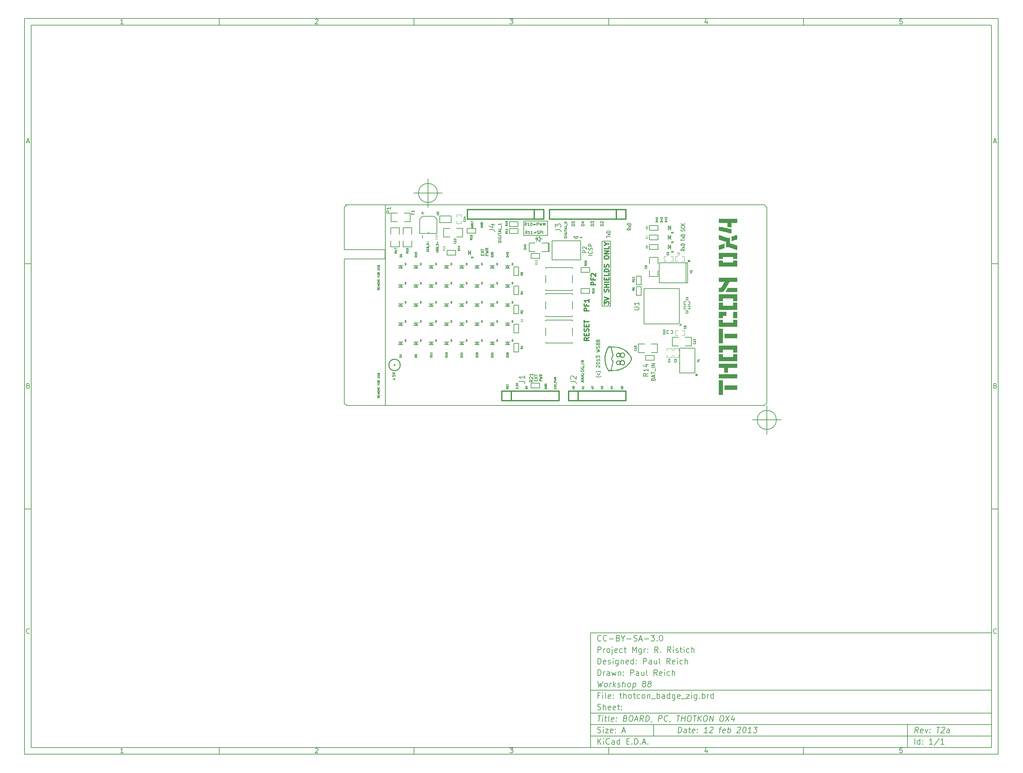
<source format=gto>
G04 (created by PCBNEW (2012-11-15 BZR 3804)-stable) date Tue 12 Feb 2013 01:01:19 CST*
%MOIN*%
G04 Gerber Fmt 3.4, Leading zero omitted, Abs format*
%FSLAX34Y34*%
G01*
G70*
G90*
G04 APERTURE LIST*
%ADD10C,0.006*%
%ADD11C,0.007*%
%ADD12C,0.012*%
%ADD13C,0.005*%
%ADD14C,0.00787402*%
%ADD15C,0.00590551*%
%ADD16C,0.0026*%
%ADD17C,0.0079*%
%ADD18C,0.015*%
%ADD19C,0.0047*%
%ADD20C,0.008*%
%ADD21C,0.0001*%
%ADD22C,0.01*%
%ADD23C,0.0045*%
G04 APERTURE END LIST*
G54D10*
X-38750Y36250D02*
X63250Y36250D01*
X63250Y-40750D01*
X-38750Y-40750D01*
X-38750Y36250D01*
X-38050Y35550D02*
X62550Y35550D01*
X62550Y-40050D01*
X-38050Y-40050D01*
X-38050Y35550D01*
X-18350Y36250D02*
X-18350Y35550D01*
X-28407Y35697D02*
X-28692Y35697D01*
X-28550Y35697D02*
X-28550Y36197D01*
X-28597Y36126D01*
X-28645Y36078D01*
X-28692Y36054D01*
X-18350Y-40750D02*
X-18350Y-40050D01*
X-28407Y-40602D02*
X-28692Y-40602D01*
X-28550Y-40602D02*
X-28550Y-40102D01*
X-28597Y-40173D01*
X-28645Y-40221D01*
X-28692Y-40245D01*
X2050Y36250D02*
X2050Y35550D01*
X-8292Y36150D02*
X-8269Y36173D01*
X-8221Y36197D01*
X-8102Y36197D01*
X-8054Y36173D01*
X-8030Y36150D01*
X-8007Y36102D01*
X-8007Y36054D01*
X-8030Y35983D01*
X-8316Y35697D01*
X-8007Y35697D01*
X2050Y-40750D02*
X2050Y-40050D01*
X-8292Y-40150D02*
X-8269Y-40126D01*
X-8221Y-40102D01*
X-8102Y-40102D01*
X-8054Y-40126D01*
X-8030Y-40150D01*
X-8007Y-40197D01*
X-8007Y-40245D01*
X-8030Y-40316D01*
X-8316Y-40602D01*
X-8007Y-40602D01*
X22450Y36250D02*
X22450Y35550D01*
X12083Y36197D02*
X12392Y36197D01*
X12226Y36007D01*
X12297Y36007D01*
X12345Y35983D01*
X12369Y35959D01*
X12392Y35911D01*
X12392Y35792D01*
X12369Y35745D01*
X12345Y35721D01*
X12297Y35697D01*
X12154Y35697D01*
X12107Y35721D01*
X12083Y35745D01*
X22450Y-40750D02*
X22450Y-40050D01*
X12083Y-40102D02*
X12392Y-40102D01*
X12226Y-40292D01*
X12297Y-40292D01*
X12345Y-40316D01*
X12369Y-40340D01*
X12392Y-40388D01*
X12392Y-40507D01*
X12369Y-40554D01*
X12345Y-40578D01*
X12297Y-40602D01*
X12154Y-40602D01*
X12107Y-40578D01*
X12083Y-40554D01*
X42850Y36250D02*
X42850Y35550D01*
X32745Y36030D02*
X32745Y35697D01*
X32626Y36221D02*
X32507Y35864D01*
X32816Y35864D01*
X42850Y-40750D02*
X42850Y-40050D01*
X32745Y-40269D02*
X32745Y-40602D01*
X32626Y-40078D02*
X32507Y-40435D01*
X32816Y-40435D01*
X53169Y36197D02*
X52930Y36197D01*
X52907Y35959D01*
X52930Y35983D01*
X52978Y36007D01*
X53097Y36007D01*
X53145Y35983D01*
X53169Y35959D01*
X53192Y35911D01*
X53192Y35792D01*
X53169Y35745D01*
X53145Y35721D01*
X53097Y35697D01*
X52978Y35697D01*
X52930Y35721D01*
X52907Y35745D01*
X53169Y-40102D02*
X52930Y-40102D01*
X52907Y-40340D01*
X52930Y-40316D01*
X52978Y-40292D01*
X53097Y-40292D01*
X53145Y-40316D01*
X53169Y-40340D01*
X53192Y-40388D01*
X53192Y-40507D01*
X53169Y-40554D01*
X53145Y-40578D01*
X53097Y-40602D01*
X52978Y-40602D01*
X52930Y-40578D01*
X52907Y-40554D01*
X-38750Y10590D02*
X-38050Y10590D01*
X-38519Y23360D02*
X-38280Y23360D01*
X-38566Y23217D02*
X-38399Y23717D01*
X-38233Y23217D01*
X63250Y10590D02*
X62550Y10590D01*
X62780Y23360D02*
X63019Y23360D01*
X62733Y23217D02*
X62900Y23717D01*
X63066Y23217D01*
X-38750Y-15070D02*
X-38050Y-15070D01*
X-38364Y-2180D02*
X-38292Y-2204D01*
X-38269Y-2228D01*
X-38245Y-2275D01*
X-38245Y-2347D01*
X-38269Y-2394D01*
X-38292Y-2418D01*
X-38340Y-2442D01*
X-38530Y-2442D01*
X-38530Y-1942D01*
X-38364Y-1942D01*
X-38316Y-1966D01*
X-38292Y-1990D01*
X-38269Y-2037D01*
X-38269Y-2085D01*
X-38292Y-2132D01*
X-38316Y-2156D01*
X-38364Y-2180D01*
X-38530Y-2180D01*
X63250Y-15070D02*
X62550Y-15070D01*
X62935Y-2180D02*
X63007Y-2204D01*
X63030Y-2228D01*
X63054Y-2275D01*
X63054Y-2347D01*
X63030Y-2394D01*
X63007Y-2418D01*
X62959Y-2442D01*
X62769Y-2442D01*
X62769Y-1942D01*
X62935Y-1942D01*
X62983Y-1966D01*
X63007Y-1990D01*
X63030Y-2037D01*
X63030Y-2085D01*
X63007Y-2132D01*
X62983Y-2156D01*
X62935Y-2180D01*
X62769Y-2180D01*
X-38245Y-28054D02*
X-38269Y-28078D01*
X-38340Y-28102D01*
X-38388Y-28102D01*
X-38459Y-28078D01*
X-38507Y-28030D01*
X-38530Y-27983D01*
X-38554Y-27888D01*
X-38554Y-27816D01*
X-38530Y-27721D01*
X-38507Y-27673D01*
X-38459Y-27626D01*
X-38388Y-27602D01*
X-38340Y-27602D01*
X-38269Y-27626D01*
X-38245Y-27650D01*
X63054Y-28054D02*
X63030Y-28078D01*
X62959Y-28102D01*
X62911Y-28102D01*
X62840Y-28078D01*
X62792Y-28030D01*
X62769Y-27983D01*
X62745Y-27888D01*
X62745Y-27816D01*
X62769Y-27721D01*
X62792Y-27673D01*
X62840Y-27626D01*
X62911Y-27602D01*
X62959Y-27602D01*
X63030Y-27626D01*
X63054Y-27650D01*
X29700Y-38492D02*
X29775Y-37892D01*
X29917Y-37892D01*
X30000Y-37921D01*
X30050Y-37978D01*
X30071Y-38035D01*
X30085Y-38150D01*
X30075Y-38235D01*
X30032Y-38350D01*
X29996Y-38407D01*
X29932Y-38464D01*
X29842Y-38492D01*
X29700Y-38492D01*
X30557Y-38492D02*
X30596Y-38178D01*
X30575Y-38121D01*
X30521Y-38092D01*
X30407Y-38092D01*
X30346Y-38121D01*
X30560Y-38464D02*
X30500Y-38492D01*
X30357Y-38492D01*
X30303Y-38464D01*
X30282Y-38407D01*
X30289Y-38350D01*
X30325Y-38292D01*
X30385Y-38264D01*
X30528Y-38264D01*
X30589Y-38235D01*
X30807Y-38092D02*
X31035Y-38092D01*
X30917Y-37892D02*
X30853Y-38407D01*
X30875Y-38464D01*
X30928Y-38492D01*
X30985Y-38492D01*
X31417Y-38464D02*
X31357Y-38492D01*
X31242Y-38492D01*
X31189Y-38464D01*
X31167Y-38407D01*
X31196Y-38178D01*
X31232Y-38121D01*
X31292Y-38092D01*
X31407Y-38092D01*
X31460Y-38121D01*
X31482Y-38178D01*
X31475Y-38235D01*
X31182Y-38292D01*
X31707Y-38435D02*
X31732Y-38464D01*
X31700Y-38492D01*
X31675Y-38464D01*
X31707Y-38435D01*
X31700Y-38492D01*
X31746Y-38121D02*
X31771Y-38150D01*
X31739Y-38178D01*
X31714Y-38150D01*
X31746Y-38121D01*
X31739Y-38178D01*
X32757Y-38492D02*
X32414Y-38492D01*
X32585Y-38492D02*
X32660Y-37892D01*
X32592Y-37978D01*
X32528Y-38035D01*
X32467Y-38064D01*
X33053Y-37950D02*
X33085Y-37921D01*
X33146Y-37892D01*
X33289Y-37892D01*
X33342Y-37921D01*
X33367Y-37950D01*
X33389Y-38007D01*
X33382Y-38064D01*
X33342Y-38150D01*
X32957Y-38492D01*
X33328Y-38492D01*
X34007Y-38092D02*
X34235Y-38092D01*
X34042Y-38492D02*
X34107Y-37978D01*
X34142Y-37921D01*
X34203Y-37892D01*
X34260Y-37892D01*
X34617Y-38464D02*
X34557Y-38492D01*
X34442Y-38492D01*
X34389Y-38464D01*
X34367Y-38407D01*
X34396Y-38178D01*
X34432Y-38121D01*
X34492Y-38092D01*
X34607Y-38092D01*
X34660Y-38121D01*
X34682Y-38178D01*
X34675Y-38235D01*
X34382Y-38292D01*
X34900Y-38492D02*
X34975Y-37892D01*
X34946Y-38121D02*
X35007Y-38092D01*
X35121Y-38092D01*
X35175Y-38121D01*
X35200Y-38150D01*
X35221Y-38207D01*
X35200Y-38378D01*
X35164Y-38435D01*
X35132Y-38464D01*
X35071Y-38492D01*
X34957Y-38492D01*
X34903Y-38464D01*
X35939Y-37950D02*
X35971Y-37921D01*
X36032Y-37892D01*
X36175Y-37892D01*
X36228Y-37921D01*
X36253Y-37950D01*
X36275Y-38007D01*
X36267Y-38064D01*
X36228Y-38150D01*
X35842Y-38492D01*
X36214Y-38492D01*
X36660Y-37892D02*
X36717Y-37892D01*
X36771Y-37921D01*
X36796Y-37950D01*
X36817Y-38007D01*
X36832Y-38121D01*
X36814Y-38264D01*
X36771Y-38378D01*
X36735Y-38435D01*
X36703Y-38464D01*
X36642Y-38492D01*
X36585Y-38492D01*
X36532Y-38464D01*
X36507Y-38435D01*
X36485Y-38378D01*
X36471Y-38264D01*
X36489Y-38121D01*
X36532Y-38007D01*
X36567Y-37950D01*
X36600Y-37921D01*
X36660Y-37892D01*
X37357Y-38492D02*
X37014Y-38492D01*
X37185Y-38492D02*
X37260Y-37892D01*
X37192Y-37978D01*
X37128Y-38035D01*
X37067Y-38064D01*
X37632Y-37892D02*
X38003Y-37892D01*
X37775Y-38121D01*
X37860Y-38121D01*
X37914Y-38150D01*
X37939Y-38178D01*
X37960Y-38235D01*
X37942Y-38378D01*
X37907Y-38435D01*
X37875Y-38464D01*
X37814Y-38492D01*
X37642Y-38492D01*
X37589Y-38464D01*
X37564Y-38435D01*
X21292Y-39692D02*
X21292Y-39092D01*
X21635Y-39692D02*
X21378Y-39350D01*
X21635Y-39092D02*
X21292Y-39435D01*
X21892Y-39692D02*
X21892Y-39292D01*
X21892Y-39092D02*
X21864Y-39121D01*
X21892Y-39150D01*
X21921Y-39121D01*
X21892Y-39092D01*
X21892Y-39150D01*
X22521Y-39635D02*
X22492Y-39664D01*
X22407Y-39692D01*
X22350Y-39692D01*
X22264Y-39664D01*
X22207Y-39607D01*
X22178Y-39550D01*
X22150Y-39435D01*
X22150Y-39350D01*
X22178Y-39235D01*
X22207Y-39178D01*
X22264Y-39121D01*
X22350Y-39092D01*
X22407Y-39092D01*
X22492Y-39121D01*
X22521Y-39150D01*
X23035Y-39692D02*
X23035Y-39378D01*
X23007Y-39321D01*
X22950Y-39292D01*
X22835Y-39292D01*
X22778Y-39321D01*
X23035Y-39664D02*
X22978Y-39692D01*
X22835Y-39692D01*
X22778Y-39664D01*
X22750Y-39607D01*
X22750Y-39550D01*
X22778Y-39492D01*
X22835Y-39464D01*
X22978Y-39464D01*
X23035Y-39435D01*
X23578Y-39692D02*
X23578Y-39092D01*
X23578Y-39664D02*
X23521Y-39692D01*
X23407Y-39692D01*
X23350Y-39664D01*
X23321Y-39635D01*
X23292Y-39578D01*
X23292Y-39407D01*
X23321Y-39350D01*
X23350Y-39321D01*
X23407Y-39292D01*
X23521Y-39292D01*
X23578Y-39321D01*
X24321Y-39378D02*
X24521Y-39378D01*
X24607Y-39692D02*
X24321Y-39692D01*
X24321Y-39092D01*
X24607Y-39092D01*
X24864Y-39635D02*
X24892Y-39664D01*
X24864Y-39692D01*
X24835Y-39664D01*
X24864Y-39635D01*
X24864Y-39692D01*
X25149Y-39692D02*
X25149Y-39092D01*
X25292Y-39092D01*
X25378Y-39121D01*
X25435Y-39178D01*
X25464Y-39235D01*
X25492Y-39350D01*
X25492Y-39435D01*
X25464Y-39550D01*
X25435Y-39607D01*
X25378Y-39664D01*
X25292Y-39692D01*
X25149Y-39692D01*
X25749Y-39635D02*
X25778Y-39664D01*
X25749Y-39692D01*
X25721Y-39664D01*
X25749Y-39635D01*
X25749Y-39692D01*
X26007Y-39521D02*
X26292Y-39521D01*
X25949Y-39692D02*
X26149Y-39092D01*
X26349Y-39692D01*
X26549Y-39635D02*
X26578Y-39664D01*
X26549Y-39692D01*
X26521Y-39664D01*
X26549Y-39635D01*
X26549Y-39692D01*
X54842Y-38492D02*
X54678Y-38207D01*
X54500Y-38492D02*
X54575Y-37892D01*
X54803Y-37892D01*
X54857Y-37921D01*
X54882Y-37950D01*
X54903Y-38007D01*
X54892Y-38092D01*
X54857Y-38150D01*
X54825Y-38178D01*
X54764Y-38207D01*
X54535Y-38207D01*
X55332Y-38464D02*
X55271Y-38492D01*
X55157Y-38492D01*
X55103Y-38464D01*
X55082Y-38407D01*
X55110Y-38178D01*
X55146Y-38121D01*
X55207Y-38092D01*
X55321Y-38092D01*
X55375Y-38121D01*
X55396Y-38178D01*
X55389Y-38235D01*
X55096Y-38292D01*
X55607Y-38092D02*
X55700Y-38492D01*
X55892Y-38092D01*
X56078Y-38435D02*
X56103Y-38464D01*
X56071Y-38492D01*
X56046Y-38464D01*
X56078Y-38435D01*
X56071Y-38492D01*
X56117Y-38121D02*
X56142Y-38150D01*
X56110Y-38178D01*
X56085Y-38150D01*
X56117Y-38121D01*
X56110Y-38178D01*
X56803Y-37892D02*
X57146Y-37892D01*
X56900Y-38492D02*
X56975Y-37892D01*
X57310Y-37950D02*
X57342Y-37921D01*
X57403Y-37892D01*
X57546Y-37892D01*
X57600Y-37921D01*
X57625Y-37950D01*
X57646Y-38007D01*
X57639Y-38064D01*
X57600Y-38150D01*
X57214Y-38492D01*
X57585Y-38492D01*
X58100Y-38492D02*
X58139Y-38178D01*
X58117Y-38121D01*
X58064Y-38092D01*
X57950Y-38092D01*
X57889Y-38121D01*
X58103Y-38464D02*
X58042Y-38492D01*
X57900Y-38492D01*
X57846Y-38464D01*
X57825Y-38407D01*
X57832Y-38350D01*
X57867Y-38292D01*
X57928Y-38264D01*
X58071Y-38264D01*
X58132Y-38235D01*
X21264Y-38464D02*
X21350Y-38492D01*
X21492Y-38492D01*
X21550Y-38464D01*
X21578Y-38435D01*
X21607Y-38378D01*
X21607Y-38321D01*
X21578Y-38264D01*
X21550Y-38235D01*
X21492Y-38207D01*
X21378Y-38178D01*
X21321Y-38150D01*
X21292Y-38121D01*
X21264Y-38064D01*
X21264Y-38007D01*
X21292Y-37950D01*
X21321Y-37921D01*
X21378Y-37892D01*
X21521Y-37892D01*
X21607Y-37921D01*
X21864Y-38492D02*
X21864Y-38092D01*
X21864Y-37892D02*
X21835Y-37921D01*
X21864Y-37950D01*
X21892Y-37921D01*
X21864Y-37892D01*
X21864Y-37950D01*
X22092Y-38092D02*
X22407Y-38092D01*
X22092Y-38492D01*
X22407Y-38492D01*
X22864Y-38464D02*
X22807Y-38492D01*
X22692Y-38492D01*
X22635Y-38464D01*
X22607Y-38407D01*
X22607Y-38178D01*
X22635Y-38121D01*
X22692Y-38092D01*
X22807Y-38092D01*
X22864Y-38121D01*
X22892Y-38178D01*
X22892Y-38235D01*
X22607Y-38292D01*
X23150Y-38435D02*
X23178Y-38464D01*
X23150Y-38492D01*
X23121Y-38464D01*
X23150Y-38435D01*
X23150Y-38492D01*
X23150Y-38121D02*
X23178Y-38150D01*
X23150Y-38178D01*
X23121Y-38150D01*
X23150Y-38121D01*
X23150Y-38178D01*
X23864Y-38321D02*
X24150Y-38321D01*
X23807Y-38492D02*
X24007Y-37892D01*
X24207Y-38492D01*
X54492Y-39692D02*
X54492Y-39092D01*
X55035Y-39692D02*
X55035Y-39092D01*
X55035Y-39664D02*
X54978Y-39692D01*
X54864Y-39692D01*
X54807Y-39664D01*
X54778Y-39635D01*
X54750Y-39578D01*
X54750Y-39407D01*
X54778Y-39350D01*
X54807Y-39321D01*
X54864Y-39292D01*
X54978Y-39292D01*
X55035Y-39321D01*
X55321Y-39635D02*
X55350Y-39664D01*
X55321Y-39692D01*
X55292Y-39664D01*
X55321Y-39635D01*
X55321Y-39692D01*
X55321Y-39321D02*
X55350Y-39350D01*
X55321Y-39378D01*
X55292Y-39350D01*
X55321Y-39321D01*
X55321Y-39378D01*
X56378Y-39692D02*
X56035Y-39692D01*
X56207Y-39692D02*
X56207Y-39092D01*
X56149Y-39178D01*
X56092Y-39235D01*
X56035Y-39264D01*
X57064Y-39064D02*
X56550Y-39835D01*
X57578Y-39692D02*
X57235Y-39692D01*
X57407Y-39692D02*
X57407Y-39092D01*
X57349Y-39178D01*
X57292Y-39235D01*
X57235Y-39264D01*
X21289Y-36692D02*
X21632Y-36692D01*
X21385Y-37292D02*
X21460Y-36692D01*
X21757Y-37292D02*
X21807Y-36892D01*
X21832Y-36692D02*
X21800Y-36721D01*
X21825Y-36750D01*
X21857Y-36721D01*
X21832Y-36692D01*
X21825Y-36750D01*
X22007Y-36892D02*
X22235Y-36892D01*
X22117Y-36692D02*
X22053Y-37207D01*
X22075Y-37264D01*
X22128Y-37292D01*
X22185Y-37292D01*
X22471Y-37292D02*
X22417Y-37264D01*
X22396Y-37207D01*
X22460Y-36692D01*
X22932Y-37264D02*
X22871Y-37292D01*
X22757Y-37292D01*
X22703Y-37264D01*
X22682Y-37207D01*
X22710Y-36978D01*
X22746Y-36921D01*
X22807Y-36892D01*
X22921Y-36892D01*
X22975Y-36921D01*
X22996Y-36978D01*
X22989Y-37035D01*
X22696Y-37092D01*
X23221Y-37235D02*
X23246Y-37264D01*
X23214Y-37292D01*
X23189Y-37264D01*
X23221Y-37235D01*
X23214Y-37292D01*
X23260Y-36921D02*
X23285Y-36950D01*
X23253Y-36978D01*
X23228Y-36950D01*
X23260Y-36921D01*
X23253Y-36978D01*
X24196Y-36978D02*
X24278Y-37007D01*
X24303Y-37035D01*
X24325Y-37092D01*
X24314Y-37178D01*
X24278Y-37235D01*
X24246Y-37264D01*
X24185Y-37292D01*
X23957Y-37292D01*
X24032Y-36692D01*
X24232Y-36692D01*
X24285Y-36721D01*
X24310Y-36750D01*
X24332Y-36807D01*
X24325Y-36864D01*
X24289Y-36921D01*
X24257Y-36950D01*
X24196Y-36978D01*
X23996Y-36978D01*
X24746Y-36692D02*
X24860Y-36692D01*
X24914Y-36721D01*
X24964Y-36778D01*
X24978Y-36892D01*
X24953Y-37092D01*
X24910Y-37207D01*
X24846Y-37264D01*
X24785Y-37292D01*
X24671Y-37292D01*
X24617Y-37264D01*
X24567Y-37207D01*
X24553Y-37092D01*
X24578Y-36892D01*
X24621Y-36778D01*
X24685Y-36721D01*
X24746Y-36692D01*
X25178Y-37121D02*
X25464Y-37121D01*
X25100Y-37292D02*
X25375Y-36692D01*
X25500Y-37292D01*
X26042Y-37292D02*
X25878Y-37007D01*
X25700Y-37292D02*
X25775Y-36692D01*
X26003Y-36692D01*
X26057Y-36721D01*
X26082Y-36750D01*
X26103Y-36807D01*
X26092Y-36892D01*
X26057Y-36950D01*
X26025Y-36978D01*
X25964Y-37007D01*
X25735Y-37007D01*
X26300Y-37292D02*
X26375Y-36692D01*
X26517Y-36692D01*
X26600Y-36721D01*
X26650Y-36778D01*
X26671Y-36835D01*
X26685Y-36950D01*
X26675Y-37035D01*
X26632Y-37150D01*
X26596Y-37207D01*
X26532Y-37264D01*
X26442Y-37292D01*
X26300Y-37292D01*
X26932Y-37264D02*
X26928Y-37292D01*
X26892Y-37350D01*
X26860Y-37378D01*
X27642Y-37292D02*
X27717Y-36692D01*
X27946Y-36692D01*
X27999Y-36721D01*
X28025Y-36750D01*
X28046Y-36807D01*
X28035Y-36892D01*
X28000Y-36950D01*
X27967Y-36978D01*
X27907Y-37007D01*
X27678Y-37007D01*
X28592Y-37235D02*
X28560Y-37264D01*
X28471Y-37292D01*
X28414Y-37292D01*
X28332Y-37264D01*
X28282Y-37207D01*
X28260Y-37150D01*
X28246Y-37035D01*
X28257Y-36950D01*
X28300Y-36835D01*
X28335Y-36778D01*
X28399Y-36721D01*
X28489Y-36692D01*
X28546Y-36692D01*
X28628Y-36721D01*
X28653Y-36750D01*
X28875Y-37264D02*
X28871Y-37292D01*
X28835Y-37350D01*
X28803Y-37378D01*
X29575Y-36692D02*
X29917Y-36692D01*
X29671Y-37292D02*
X29746Y-36692D01*
X30042Y-37292D02*
X30117Y-36692D01*
X30082Y-36978D02*
X30425Y-36978D01*
X30385Y-37292D02*
X30460Y-36692D01*
X30860Y-36692D02*
X30975Y-36692D01*
X31028Y-36721D01*
X31078Y-36778D01*
X31092Y-36892D01*
X31067Y-37092D01*
X31024Y-37207D01*
X30960Y-37264D01*
X30900Y-37292D01*
X30785Y-37292D01*
X30732Y-37264D01*
X30682Y-37207D01*
X30667Y-37092D01*
X30692Y-36892D01*
X30735Y-36778D01*
X30799Y-36721D01*
X30860Y-36692D01*
X31289Y-36692D02*
X31632Y-36692D01*
X31385Y-37292D02*
X31460Y-36692D01*
X31757Y-37292D02*
X31832Y-36692D01*
X32099Y-37292D02*
X31885Y-36950D01*
X32174Y-36692D02*
X31789Y-37035D01*
X32546Y-36692D02*
X32660Y-36692D01*
X32714Y-36721D01*
X32764Y-36778D01*
X32778Y-36892D01*
X32753Y-37092D01*
X32710Y-37207D01*
X32646Y-37264D01*
X32585Y-37292D01*
X32471Y-37292D01*
X32417Y-37264D01*
X32367Y-37207D01*
X32353Y-37092D01*
X32378Y-36892D01*
X32421Y-36778D01*
X32485Y-36721D01*
X32546Y-36692D01*
X32985Y-37292D02*
X33060Y-36692D01*
X33328Y-37292D01*
X33403Y-36692D01*
X34260Y-36692D02*
X34374Y-36692D01*
X34428Y-36721D01*
X34478Y-36778D01*
X34492Y-36892D01*
X34467Y-37092D01*
X34424Y-37207D01*
X34360Y-37264D01*
X34299Y-37292D01*
X34185Y-37292D01*
X34132Y-37264D01*
X34082Y-37207D01*
X34067Y-37092D01*
X34092Y-36892D01*
X34135Y-36778D01*
X34199Y-36721D01*
X34260Y-36692D01*
X34717Y-36692D02*
X35042Y-37292D01*
X35117Y-36692D02*
X34642Y-37292D01*
X35578Y-36892D02*
X35528Y-37292D01*
X35464Y-36664D02*
X35267Y-37092D01*
X35639Y-37092D01*
X21492Y-34578D02*
X21292Y-34578D01*
X21292Y-34892D02*
X21292Y-34292D01*
X21578Y-34292D01*
X21807Y-34892D02*
X21807Y-34492D01*
X21807Y-34292D02*
X21778Y-34321D01*
X21807Y-34350D01*
X21835Y-34321D01*
X21807Y-34292D01*
X21807Y-34350D01*
X22178Y-34892D02*
X22121Y-34864D01*
X22092Y-34807D01*
X22092Y-34292D01*
X22635Y-34864D02*
X22578Y-34892D01*
X22464Y-34892D01*
X22407Y-34864D01*
X22378Y-34807D01*
X22378Y-34578D01*
X22407Y-34521D01*
X22464Y-34492D01*
X22578Y-34492D01*
X22635Y-34521D01*
X22664Y-34578D01*
X22664Y-34635D01*
X22378Y-34692D01*
X22921Y-34835D02*
X22950Y-34864D01*
X22921Y-34892D01*
X22892Y-34864D01*
X22921Y-34835D01*
X22921Y-34892D01*
X22921Y-34521D02*
X22950Y-34550D01*
X22921Y-34578D01*
X22892Y-34550D01*
X22921Y-34521D01*
X22921Y-34578D01*
X23578Y-34492D02*
X23807Y-34492D01*
X23664Y-34292D02*
X23664Y-34807D01*
X23692Y-34864D01*
X23750Y-34892D01*
X23807Y-34892D01*
X24007Y-34892D02*
X24007Y-34292D01*
X24264Y-34892D02*
X24264Y-34578D01*
X24235Y-34521D01*
X24178Y-34492D01*
X24092Y-34492D01*
X24035Y-34521D01*
X24007Y-34550D01*
X24635Y-34892D02*
X24578Y-34864D01*
X24550Y-34835D01*
X24521Y-34778D01*
X24521Y-34607D01*
X24550Y-34550D01*
X24578Y-34521D01*
X24635Y-34492D01*
X24721Y-34492D01*
X24778Y-34521D01*
X24807Y-34550D01*
X24835Y-34607D01*
X24835Y-34778D01*
X24807Y-34835D01*
X24778Y-34864D01*
X24721Y-34892D01*
X24635Y-34892D01*
X25007Y-34492D02*
X25235Y-34492D01*
X25092Y-34292D02*
X25092Y-34807D01*
X25121Y-34864D01*
X25178Y-34892D01*
X25235Y-34892D01*
X25692Y-34864D02*
X25635Y-34892D01*
X25521Y-34892D01*
X25464Y-34864D01*
X25435Y-34835D01*
X25407Y-34778D01*
X25407Y-34607D01*
X25435Y-34550D01*
X25464Y-34521D01*
X25521Y-34492D01*
X25635Y-34492D01*
X25692Y-34521D01*
X26035Y-34892D02*
X25978Y-34864D01*
X25950Y-34835D01*
X25921Y-34778D01*
X25921Y-34607D01*
X25950Y-34550D01*
X25978Y-34521D01*
X26035Y-34492D01*
X26121Y-34492D01*
X26178Y-34521D01*
X26207Y-34550D01*
X26235Y-34607D01*
X26235Y-34778D01*
X26207Y-34835D01*
X26178Y-34864D01*
X26121Y-34892D01*
X26035Y-34892D01*
X26492Y-34492D02*
X26492Y-34892D01*
X26492Y-34550D02*
X26521Y-34521D01*
X26578Y-34492D01*
X26664Y-34492D01*
X26721Y-34521D01*
X26750Y-34578D01*
X26750Y-34892D01*
X26892Y-34950D02*
X27350Y-34950D01*
X27492Y-34892D02*
X27492Y-34292D01*
X27492Y-34521D02*
X27550Y-34492D01*
X27664Y-34492D01*
X27721Y-34521D01*
X27750Y-34550D01*
X27778Y-34607D01*
X27778Y-34778D01*
X27750Y-34835D01*
X27721Y-34864D01*
X27664Y-34892D01*
X27550Y-34892D01*
X27492Y-34864D01*
X28292Y-34892D02*
X28292Y-34578D01*
X28264Y-34521D01*
X28207Y-34492D01*
X28092Y-34492D01*
X28035Y-34521D01*
X28292Y-34864D02*
X28235Y-34892D01*
X28092Y-34892D01*
X28035Y-34864D01*
X28007Y-34807D01*
X28007Y-34750D01*
X28035Y-34692D01*
X28092Y-34664D01*
X28235Y-34664D01*
X28292Y-34635D01*
X28835Y-34892D02*
X28835Y-34292D01*
X28835Y-34864D02*
X28778Y-34892D01*
X28664Y-34892D01*
X28607Y-34864D01*
X28578Y-34835D01*
X28550Y-34778D01*
X28550Y-34607D01*
X28578Y-34550D01*
X28607Y-34521D01*
X28664Y-34492D01*
X28778Y-34492D01*
X28835Y-34521D01*
X29378Y-34492D02*
X29378Y-34978D01*
X29350Y-35035D01*
X29321Y-35064D01*
X29264Y-35092D01*
X29178Y-35092D01*
X29121Y-35064D01*
X29378Y-34864D02*
X29321Y-34892D01*
X29207Y-34892D01*
X29150Y-34864D01*
X29121Y-34835D01*
X29092Y-34778D01*
X29092Y-34607D01*
X29121Y-34550D01*
X29150Y-34521D01*
X29207Y-34492D01*
X29321Y-34492D01*
X29378Y-34521D01*
X29892Y-34864D02*
X29835Y-34892D01*
X29721Y-34892D01*
X29664Y-34864D01*
X29635Y-34807D01*
X29635Y-34578D01*
X29664Y-34521D01*
X29721Y-34492D01*
X29835Y-34492D01*
X29892Y-34521D01*
X29921Y-34578D01*
X29921Y-34635D01*
X29635Y-34692D01*
X30035Y-34950D02*
X30492Y-34950D01*
X30578Y-34492D02*
X30892Y-34492D01*
X30578Y-34892D01*
X30892Y-34892D01*
X31121Y-34892D02*
X31121Y-34492D01*
X31121Y-34292D02*
X31092Y-34321D01*
X31121Y-34350D01*
X31150Y-34321D01*
X31121Y-34292D01*
X31121Y-34350D01*
X31664Y-34492D02*
X31664Y-34978D01*
X31635Y-35035D01*
X31607Y-35064D01*
X31549Y-35092D01*
X31464Y-35092D01*
X31407Y-35064D01*
X31664Y-34864D02*
X31607Y-34892D01*
X31492Y-34892D01*
X31435Y-34864D01*
X31407Y-34835D01*
X31378Y-34778D01*
X31378Y-34607D01*
X31407Y-34550D01*
X31435Y-34521D01*
X31492Y-34492D01*
X31607Y-34492D01*
X31664Y-34521D01*
X31949Y-34835D02*
X31978Y-34864D01*
X31949Y-34892D01*
X31921Y-34864D01*
X31949Y-34835D01*
X31949Y-34892D01*
X32235Y-34892D02*
X32235Y-34292D01*
X32235Y-34521D02*
X32292Y-34492D01*
X32407Y-34492D01*
X32464Y-34521D01*
X32492Y-34550D01*
X32521Y-34607D01*
X32521Y-34778D01*
X32492Y-34835D01*
X32464Y-34864D01*
X32407Y-34892D01*
X32292Y-34892D01*
X32235Y-34864D01*
X32778Y-34892D02*
X32778Y-34492D01*
X32778Y-34607D02*
X32807Y-34550D01*
X32835Y-34521D01*
X32892Y-34492D01*
X32949Y-34492D01*
X33407Y-34892D02*
X33407Y-34292D01*
X33407Y-34864D02*
X33349Y-34892D01*
X33235Y-34892D01*
X33178Y-34864D01*
X33149Y-34835D01*
X33121Y-34778D01*
X33121Y-34607D01*
X33149Y-34550D01*
X33178Y-34521D01*
X33235Y-34492D01*
X33349Y-34492D01*
X33407Y-34521D01*
X21264Y-36064D02*
X21350Y-36092D01*
X21492Y-36092D01*
X21550Y-36064D01*
X21578Y-36035D01*
X21607Y-35978D01*
X21607Y-35921D01*
X21578Y-35864D01*
X21550Y-35835D01*
X21492Y-35807D01*
X21378Y-35778D01*
X21321Y-35750D01*
X21292Y-35721D01*
X21264Y-35664D01*
X21264Y-35607D01*
X21292Y-35550D01*
X21321Y-35521D01*
X21378Y-35492D01*
X21521Y-35492D01*
X21607Y-35521D01*
X21864Y-36092D02*
X21864Y-35492D01*
X22121Y-36092D02*
X22121Y-35778D01*
X22092Y-35721D01*
X22035Y-35692D01*
X21950Y-35692D01*
X21892Y-35721D01*
X21864Y-35750D01*
X22635Y-36064D02*
X22578Y-36092D01*
X22464Y-36092D01*
X22407Y-36064D01*
X22378Y-36007D01*
X22378Y-35778D01*
X22407Y-35721D01*
X22464Y-35692D01*
X22578Y-35692D01*
X22635Y-35721D01*
X22664Y-35778D01*
X22664Y-35835D01*
X22378Y-35892D01*
X23150Y-36064D02*
X23092Y-36092D01*
X22978Y-36092D01*
X22921Y-36064D01*
X22892Y-36007D01*
X22892Y-35778D01*
X22921Y-35721D01*
X22978Y-35692D01*
X23092Y-35692D01*
X23150Y-35721D01*
X23178Y-35778D01*
X23178Y-35835D01*
X22892Y-35892D01*
X23350Y-35692D02*
X23578Y-35692D01*
X23435Y-35492D02*
X23435Y-36007D01*
X23464Y-36064D01*
X23521Y-36092D01*
X23578Y-36092D01*
X23778Y-36035D02*
X23807Y-36064D01*
X23778Y-36092D01*
X23750Y-36064D01*
X23778Y-36035D01*
X23778Y-36092D01*
X23778Y-35721D02*
X23807Y-35750D01*
X23778Y-35778D01*
X23750Y-35750D01*
X23778Y-35721D01*
X23778Y-35778D01*
X21317Y-33092D02*
X21385Y-33692D01*
X21553Y-33264D01*
X21614Y-33692D01*
X21832Y-33092D01*
X22071Y-33692D02*
X22017Y-33664D01*
X21992Y-33635D01*
X21971Y-33578D01*
X21992Y-33407D01*
X22028Y-33350D01*
X22060Y-33321D01*
X22121Y-33292D01*
X22207Y-33292D01*
X22260Y-33321D01*
X22285Y-33350D01*
X22307Y-33407D01*
X22285Y-33578D01*
X22250Y-33635D01*
X22217Y-33664D01*
X22157Y-33692D01*
X22071Y-33692D01*
X22528Y-33692D02*
X22578Y-33292D01*
X22564Y-33407D02*
X22600Y-33350D01*
X22632Y-33321D01*
X22692Y-33292D01*
X22750Y-33292D01*
X22900Y-33692D02*
X22975Y-33092D01*
X22985Y-33464D02*
X23128Y-33692D01*
X23178Y-33292D02*
X22921Y-33521D01*
X23360Y-33664D02*
X23414Y-33692D01*
X23528Y-33692D01*
X23589Y-33664D01*
X23625Y-33607D01*
X23628Y-33578D01*
X23607Y-33521D01*
X23553Y-33492D01*
X23467Y-33492D01*
X23414Y-33464D01*
X23392Y-33407D01*
X23396Y-33378D01*
X23432Y-33321D01*
X23492Y-33292D01*
X23578Y-33292D01*
X23632Y-33321D01*
X23871Y-33692D02*
X23946Y-33092D01*
X24128Y-33692D02*
X24167Y-33378D01*
X24146Y-33321D01*
X24092Y-33292D01*
X24007Y-33292D01*
X23946Y-33321D01*
X23914Y-33350D01*
X24499Y-33692D02*
X24446Y-33664D01*
X24421Y-33635D01*
X24400Y-33578D01*
X24421Y-33407D01*
X24457Y-33350D01*
X24489Y-33321D01*
X24549Y-33292D01*
X24635Y-33292D01*
X24689Y-33321D01*
X24714Y-33350D01*
X24735Y-33407D01*
X24714Y-33578D01*
X24678Y-33635D01*
X24646Y-33664D01*
X24585Y-33692D01*
X24499Y-33692D01*
X25007Y-33292D02*
X24932Y-33892D01*
X25003Y-33321D02*
X25064Y-33292D01*
X25178Y-33292D01*
X25232Y-33321D01*
X25257Y-33350D01*
X25278Y-33407D01*
X25257Y-33578D01*
X25221Y-33635D01*
X25189Y-33664D01*
X25128Y-33692D01*
X25014Y-33692D01*
X24960Y-33664D01*
X26085Y-33350D02*
X26032Y-33321D01*
X26007Y-33292D01*
X25985Y-33235D01*
X25989Y-33207D01*
X26024Y-33150D01*
X26057Y-33121D01*
X26117Y-33092D01*
X26232Y-33092D01*
X26285Y-33121D01*
X26310Y-33150D01*
X26332Y-33207D01*
X26328Y-33235D01*
X26292Y-33292D01*
X26260Y-33321D01*
X26199Y-33350D01*
X26085Y-33350D01*
X26025Y-33378D01*
X25992Y-33407D01*
X25957Y-33464D01*
X25942Y-33578D01*
X25964Y-33635D01*
X25989Y-33664D01*
X26042Y-33692D01*
X26157Y-33692D01*
X26217Y-33664D01*
X26249Y-33635D01*
X26285Y-33578D01*
X26299Y-33464D01*
X26278Y-33407D01*
X26253Y-33378D01*
X26199Y-33350D01*
X26657Y-33350D02*
X26603Y-33321D01*
X26578Y-33292D01*
X26557Y-33235D01*
X26560Y-33207D01*
X26596Y-33150D01*
X26628Y-33121D01*
X26689Y-33092D01*
X26803Y-33092D01*
X26857Y-33121D01*
X26882Y-33150D01*
X26903Y-33207D01*
X26900Y-33235D01*
X26864Y-33292D01*
X26832Y-33321D01*
X26771Y-33350D01*
X26657Y-33350D01*
X26596Y-33378D01*
X26564Y-33407D01*
X26528Y-33464D01*
X26514Y-33578D01*
X26535Y-33635D01*
X26560Y-33664D01*
X26614Y-33692D01*
X26728Y-33692D01*
X26789Y-33664D01*
X26821Y-33635D01*
X26857Y-33578D01*
X26871Y-33464D01*
X26849Y-33407D01*
X26825Y-33378D01*
X26771Y-33350D01*
X21292Y-32492D02*
X21292Y-31892D01*
X21435Y-31892D01*
X21521Y-31921D01*
X21578Y-31978D01*
X21607Y-32035D01*
X21635Y-32150D01*
X21635Y-32235D01*
X21607Y-32350D01*
X21578Y-32407D01*
X21521Y-32464D01*
X21435Y-32492D01*
X21292Y-32492D01*
X21892Y-32492D02*
X21892Y-32092D01*
X21892Y-32207D02*
X21921Y-32150D01*
X21950Y-32121D01*
X22007Y-32092D01*
X22064Y-32092D01*
X22521Y-32492D02*
X22521Y-32178D01*
X22492Y-32121D01*
X22435Y-32092D01*
X22321Y-32092D01*
X22264Y-32121D01*
X22521Y-32464D02*
X22464Y-32492D01*
X22321Y-32492D01*
X22264Y-32464D01*
X22235Y-32407D01*
X22235Y-32350D01*
X22264Y-32292D01*
X22321Y-32264D01*
X22464Y-32264D01*
X22521Y-32235D01*
X22750Y-32092D02*
X22864Y-32492D01*
X22978Y-32207D01*
X23092Y-32492D01*
X23207Y-32092D01*
X23435Y-32092D02*
X23435Y-32492D01*
X23435Y-32150D02*
X23464Y-32121D01*
X23521Y-32092D01*
X23607Y-32092D01*
X23664Y-32121D01*
X23692Y-32178D01*
X23692Y-32492D01*
X23978Y-32435D02*
X24007Y-32464D01*
X23978Y-32492D01*
X23950Y-32464D01*
X23978Y-32435D01*
X23978Y-32492D01*
X23978Y-32121D02*
X24007Y-32150D01*
X23978Y-32178D01*
X23950Y-32150D01*
X23978Y-32121D01*
X23978Y-32178D01*
X24721Y-32492D02*
X24721Y-31892D01*
X24950Y-31892D01*
X25007Y-31921D01*
X25035Y-31950D01*
X25064Y-32007D01*
X25064Y-32092D01*
X25035Y-32150D01*
X25007Y-32178D01*
X24950Y-32207D01*
X24721Y-32207D01*
X25578Y-32492D02*
X25578Y-32178D01*
X25550Y-32121D01*
X25492Y-32092D01*
X25378Y-32092D01*
X25321Y-32121D01*
X25578Y-32464D02*
X25521Y-32492D01*
X25378Y-32492D01*
X25321Y-32464D01*
X25292Y-32407D01*
X25292Y-32350D01*
X25321Y-32292D01*
X25378Y-32264D01*
X25521Y-32264D01*
X25578Y-32235D01*
X26121Y-32092D02*
X26121Y-32492D01*
X25864Y-32092D02*
X25864Y-32407D01*
X25892Y-32464D01*
X25949Y-32492D01*
X26035Y-32492D01*
X26092Y-32464D01*
X26121Y-32435D01*
X26492Y-32492D02*
X26435Y-32464D01*
X26407Y-32407D01*
X26407Y-31892D01*
X27521Y-32492D02*
X27321Y-32207D01*
X27178Y-32492D02*
X27178Y-31892D01*
X27407Y-31892D01*
X27464Y-31921D01*
X27492Y-31950D01*
X27521Y-32007D01*
X27521Y-32092D01*
X27492Y-32150D01*
X27464Y-32178D01*
X27407Y-32207D01*
X27178Y-32207D01*
X28007Y-32464D02*
X27950Y-32492D01*
X27835Y-32492D01*
X27778Y-32464D01*
X27750Y-32407D01*
X27750Y-32178D01*
X27778Y-32121D01*
X27835Y-32092D01*
X27950Y-32092D01*
X28007Y-32121D01*
X28035Y-32178D01*
X28035Y-32235D01*
X27750Y-32292D01*
X28292Y-32492D02*
X28292Y-32092D01*
X28292Y-31892D02*
X28264Y-31921D01*
X28292Y-31950D01*
X28321Y-31921D01*
X28292Y-31892D01*
X28292Y-31950D01*
X28835Y-32464D02*
X28778Y-32492D01*
X28664Y-32492D01*
X28607Y-32464D01*
X28578Y-32435D01*
X28550Y-32378D01*
X28550Y-32207D01*
X28578Y-32150D01*
X28607Y-32121D01*
X28664Y-32092D01*
X28778Y-32092D01*
X28835Y-32121D01*
X29092Y-32492D02*
X29092Y-31892D01*
X29350Y-32492D02*
X29350Y-32178D01*
X29321Y-32121D01*
X29264Y-32092D01*
X29178Y-32092D01*
X29121Y-32121D01*
X29092Y-32150D01*
X21292Y-31292D02*
X21292Y-30692D01*
X21435Y-30692D01*
X21521Y-30721D01*
X21578Y-30778D01*
X21607Y-30835D01*
X21635Y-30950D01*
X21635Y-31035D01*
X21607Y-31150D01*
X21578Y-31207D01*
X21521Y-31264D01*
X21435Y-31292D01*
X21292Y-31292D01*
X22121Y-31264D02*
X22064Y-31292D01*
X21950Y-31292D01*
X21892Y-31264D01*
X21864Y-31207D01*
X21864Y-30978D01*
X21892Y-30921D01*
X21950Y-30892D01*
X22064Y-30892D01*
X22121Y-30921D01*
X22150Y-30978D01*
X22150Y-31035D01*
X21864Y-31092D01*
X22378Y-31264D02*
X22435Y-31292D01*
X22550Y-31292D01*
X22607Y-31264D01*
X22635Y-31207D01*
X22635Y-31178D01*
X22607Y-31121D01*
X22550Y-31092D01*
X22464Y-31092D01*
X22407Y-31064D01*
X22378Y-31007D01*
X22378Y-30978D01*
X22407Y-30921D01*
X22464Y-30892D01*
X22550Y-30892D01*
X22607Y-30921D01*
X22892Y-31292D02*
X22892Y-30892D01*
X22892Y-30692D02*
X22864Y-30721D01*
X22892Y-30750D01*
X22921Y-30721D01*
X22892Y-30692D01*
X22892Y-30750D01*
X23435Y-30892D02*
X23435Y-31378D01*
X23407Y-31435D01*
X23378Y-31464D01*
X23321Y-31492D01*
X23235Y-31492D01*
X23178Y-31464D01*
X23435Y-31264D02*
X23378Y-31292D01*
X23264Y-31292D01*
X23207Y-31264D01*
X23178Y-31235D01*
X23150Y-31178D01*
X23150Y-31007D01*
X23178Y-30950D01*
X23207Y-30921D01*
X23264Y-30892D01*
X23378Y-30892D01*
X23435Y-30921D01*
X23721Y-30892D02*
X23721Y-31292D01*
X23721Y-30950D02*
X23750Y-30921D01*
X23807Y-30892D01*
X23892Y-30892D01*
X23950Y-30921D01*
X23978Y-30978D01*
X23978Y-31292D01*
X24492Y-31264D02*
X24435Y-31292D01*
X24321Y-31292D01*
X24264Y-31264D01*
X24235Y-31207D01*
X24235Y-30978D01*
X24264Y-30921D01*
X24321Y-30892D01*
X24435Y-30892D01*
X24492Y-30921D01*
X24521Y-30978D01*
X24521Y-31035D01*
X24235Y-31092D01*
X25035Y-31292D02*
X25035Y-30692D01*
X25035Y-31264D02*
X24978Y-31292D01*
X24864Y-31292D01*
X24807Y-31264D01*
X24778Y-31235D01*
X24750Y-31178D01*
X24750Y-31007D01*
X24778Y-30950D01*
X24807Y-30921D01*
X24864Y-30892D01*
X24978Y-30892D01*
X25035Y-30921D01*
X25321Y-31235D02*
X25350Y-31264D01*
X25321Y-31292D01*
X25292Y-31264D01*
X25321Y-31235D01*
X25321Y-31292D01*
X25321Y-30921D02*
X25350Y-30950D01*
X25321Y-30978D01*
X25292Y-30950D01*
X25321Y-30921D01*
X25321Y-30978D01*
X26064Y-31292D02*
X26064Y-30692D01*
X26292Y-30692D01*
X26349Y-30721D01*
X26378Y-30750D01*
X26407Y-30807D01*
X26407Y-30892D01*
X26378Y-30950D01*
X26349Y-30978D01*
X26292Y-31007D01*
X26064Y-31007D01*
X26921Y-31292D02*
X26921Y-30978D01*
X26892Y-30921D01*
X26835Y-30892D01*
X26721Y-30892D01*
X26664Y-30921D01*
X26921Y-31264D02*
X26864Y-31292D01*
X26721Y-31292D01*
X26664Y-31264D01*
X26635Y-31207D01*
X26635Y-31150D01*
X26664Y-31092D01*
X26721Y-31064D01*
X26864Y-31064D01*
X26921Y-31035D01*
X27464Y-30892D02*
X27464Y-31292D01*
X27207Y-30892D02*
X27207Y-31207D01*
X27235Y-31264D01*
X27292Y-31292D01*
X27378Y-31292D01*
X27435Y-31264D01*
X27464Y-31235D01*
X27835Y-31292D02*
X27778Y-31264D01*
X27749Y-31207D01*
X27749Y-30692D01*
X28864Y-31292D02*
X28664Y-31007D01*
X28521Y-31292D02*
X28521Y-30692D01*
X28750Y-30692D01*
X28807Y-30721D01*
X28835Y-30750D01*
X28864Y-30807D01*
X28864Y-30892D01*
X28835Y-30950D01*
X28807Y-30978D01*
X28750Y-31007D01*
X28521Y-31007D01*
X29350Y-31264D02*
X29292Y-31292D01*
X29178Y-31292D01*
X29121Y-31264D01*
X29092Y-31207D01*
X29092Y-30978D01*
X29121Y-30921D01*
X29178Y-30892D01*
X29292Y-30892D01*
X29350Y-30921D01*
X29378Y-30978D01*
X29378Y-31035D01*
X29092Y-31092D01*
X29635Y-31292D02*
X29635Y-30892D01*
X29635Y-30692D02*
X29607Y-30721D01*
X29635Y-30750D01*
X29664Y-30721D01*
X29635Y-30692D01*
X29635Y-30750D01*
X30178Y-31264D02*
X30121Y-31292D01*
X30007Y-31292D01*
X29950Y-31264D01*
X29921Y-31235D01*
X29892Y-31178D01*
X29892Y-31007D01*
X29921Y-30950D01*
X29950Y-30921D01*
X30007Y-30892D01*
X30121Y-30892D01*
X30178Y-30921D01*
X30435Y-31292D02*
X30435Y-30692D01*
X30692Y-31292D02*
X30692Y-30978D01*
X30664Y-30921D01*
X30607Y-30892D01*
X30521Y-30892D01*
X30464Y-30921D01*
X30435Y-30950D01*
X21292Y-30092D02*
X21292Y-29492D01*
X21521Y-29492D01*
X21578Y-29521D01*
X21607Y-29550D01*
X21635Y-29607D01*
X21635Y-29692D01*
X21607Y-29750D01*
X21578Y-29778D01*
X21521Y-29807D01*
X21292Y-29807D01*
X21892Y-30092D02*
X21892Y-29692D01*
X21892Y-29807D02*
X21921Y-29750D01*
X21950Y-29721D01*
X22007Y-29692D01*
X22064Y-29692D01*
X22350Y-30092D02*
X22292Y-30064D01*
X22264Y-30035D01*
X22235Y-29978D01*
X22235Y-29807D01*
X22264Y-29750D01*
X22292Y-29721D01*
X22350Y-29692D01*
X22435Y-29692D01*
X22492Y-29721D01*
X22521Y-29750D01*
X22550Y-29807D01*
X22550Y-29978D01*
X22521Y-30035D01*
X22492Y-30064D01*
X22435Y-30092D01*
X22350Y-30092D01*
X22807Y-29692D02*
X22807Y-30207D01*
X22778Y-30264D01*
X22721Y-30292D01*
X22692Y-30292D01*
X22807Y-29492D02*
X22778Y-29521D01*
X22807Y-29550D01*
X22835Y-29521D01*
X22807Y-29492D01*
X22807Y-29550D01*
X23321Y-30064D02*
X23264Y-30092D01*
X23150Y-30092D01*
X23092Y-30064D01*
X23064Y-30007D01*
X23064Y-29778D01*
X23092Y-29721D01*
X23150Y-29692D01*
X23264Y-29692D01*
X23321Y-29721D01*
X23350Y-29778D01*
X23350Y-29835D01*
X23064Y-29892D01*
X23864Y-30064D02*
X23807Y-30092D01*
X23692Y-30092D01*
X23635Y-30064D01*
X23607Y-30035D01*
X23578Y-29978D01*
X23578Y-29807D01*
X23607Y-29750D01*
X23635Y-29721D01*
X23692Y-29692D01*
X23807Y-29692D01*
X23864Y-29721D01*
X24035Y-29692D02*
X24264Y-29692D01*
X24121Y-29492D02*
X24121Y-30007D01*
X24150Y-30064D01*
X24207Y-30092D01*
X24264Y-30092D01*
X24921Y-30092D02*
X24921Y-29492D01*
X25121Y-29921D01*
X25321Y-29492D01*
X25321Y-30092D01*
X25864Y-29692D02*
X25864Y-30178D01*
X25835Y-30235D01*
X25807Y-30264D01*
X25750Y-30292D01*
X25664Y-30292D01*
X25607Y-30264D01*
X25864Y-30064D02*
X25807Y-30092D01*
X25692Y-30092D01*
X25635Y-30064D01*
X25607Y-30035D01*
X25578Y-29978D01*
X25578Y-29807D01*
X25607Y-29750D01*
X25635Y-29721D01*
X25692Y-29692D01*
X25807Y-29692D01*
X25864Y-29721D01*
X26150Y-30092D02*
X26150Y-29692D01*
X26150Y-29807D02*
X26178Y-29750D01*
X26207Y-29721D01*
X26264Y-29692D01*
X26321Y-29692D01*
X26521Y-30035D02*
X26550Y-30064D01*
X26521Y-30092D01*
X26492Y-30064D01*
X26521Y-30035D01*
X26521Y-30092D01*
X26521Y-29721D02*
X26550Y-29750D01*
X26521Y-29778D01*
X26492Y-29750D01*
X26521Y-29721D01*
X26521Y-29778D01*
X27607Y-30092D02*
X27407Y-29807D01*
X27264Y-30092D02*
X27264Y-29492D01*
X27492Y-29492D01*
X27550Y-29521D01*
X27578Y-29550D01*
X27607Y-29607D01*
X27607Y-29692D01*
X27578Y-29750D01*
X27550Y-29778D01*
X27492Y-29807D01*
X27264Y-29807D01*
X27864Y-30035D02*
X27892Y-30064D01*
X27864Y-30092D01*
X27835Y-30064D01*
X27864Y-30035D01*
X27864Y-30092D01*
X28950Y-30092D02*
X28750Y-29807D01*
X28607Y-30092D02*
X28607Y-29492D01*
X28835Y-29492D01*
X28892Y-29521D01*
X28921Y-29550D01*
X28950Y-29607D01*
X28950Y-29692D01*
X28921Y-29750D01*
X28892Y-29778D01*
X28835Y-29807D01*
X28607Y-29807D01*
X29207Y-30092D02*
X29207Y-29692D01*
X29207Y-29492D02*
X29178Y-29521D01*
X29207Y-29550D01*
X29235Y-29521D01*
X29207Y-29492D01*
X29207Y-29550D01*
X29464Y-30064D02*
X29521Y-30092D01*
X29635Y-30092D01*
X29692Y-30064D01*
X29721Y-30007D01*
X29721Y-29978D01*
X29692Y-29921D01*
X29635Y-29892D01*
X29550Y-29892D01*
X29492Y-29864D01*
X29464Y-29807D01*
X29464Y-29778D01*
X29492Y-29721D01*
X29550Y-29692D01*
X29635Y-29692D01*
X29692Y-29721D01*
X29892Y-29692D02*
X30121Y-29692D01*
X29978Y-29492D02*
X29978Y-30007D01*
X30007Y-30064D01*
X30064Y-30092D01*
X30121Y-30092D01*
X30321Y-30092D02*
X30321Y-29692D01*
X30321Y-29492D02*
X30292Y-29521D01*
X30321Y-29550D01*
X30350Y-29521D01*
X30321Y-29492D01*
X30321Y-29550D01*
X30864Y-30064D02*
X30807Y-30092D01*
X30692Y-30092D01*
X30635Y-30064D01*
X30607Y-30035D01*
X30578Y-29978D01*
X30578Y-29807D01*
X30607Y-29750D01*
X30635Y-29721D01*
X30692Y-29692D01*
X30807Y-29692D01*
X30864Y-29721D01*
X31121Y-30092D02*
X31121Y-29492D01*
X31378Y-30092D02*
X31378Y-29778D01*
X31350Y-29721D01*
X31292Y-29692D01*
X31207Y-29692D01*
X31150Y-29721D01*
X31121Y-29750D01*
X21635Y-28835D02*
X21607Y-28864D01*
X21521Y-28892D01*
X21464Y-28892D01*
X21378Y-28864D01*
X21321Y-28807D01*
X21292Y-28750D01*
X21264Y-28635D01*
X21264Y-28550D01*
X21292Y-28435D01*
X21321Y-28378D01*
X21378Y-28321D01*
X21464Y-28292D01*
X21521Y-28292D01*
X21607Y-28321D01*
X21635Y-28350D01*
X22235Y-28835D02*
X22207Y-28864D01*
X22121Y-28892D01*
X22064Y-28892D01*
X21978Y-28864D01*
X21921Y-28807D01*
X21892Y-28750D01*
X21864Y-28635D01*
X21864Y-28550D01*
X21892Y-28435D01*
X21921Y-28378D01*
X21978Y-28321D01*
X22064Y-28292D01*
X22121Y-28292D01*
X22207Y-28321D01*
X22235Y-28350D01*
X22492Y-28664D02*
X22950Y-28664D01*
X23435Y-28578D02*
X23521Y-28607D01*
X23550Y-28635D01*
X23578Y-28692D01*
X23578Y-28778D01*
X23550Y-28835D01*
X23521Y-28864D01*
X23464Y-28892D01*
X23235Y-28892D01*
X23235Y-28292D01*
X23435Y-28292D01*
X23492Y-28321D01*
X23521Y-28350D01*
X23550Y-28407D01*
X23550Y-28464D01*
X23521Y-28521D01*
X23492Y-28550D01*
X23435Y-28578D01*
X23235Y-28578D01*
X23950Y-28607D02*
X23950Y-28892D01*
X23750Y-28292D02*
X23950Y-28607D01*
X24150Y-28292D01*
X24350Y-28664D02*
X24807Y-28664D01*
X25064Y-28864D02*
X25150Y-28892D01*
X25292Y-28892D01*
X25350Y-28864D01*
X25378Y-28835D01*
X25407Y-28778D01*
X25407Y-28721D01*
X25378Y-28664D01*
X25350Y-28635D01*
X25292Y-28607D01*
X25178Y-28578D01*
X25121Y-28550D01*
X25092Y-28521D01*
X25064Y-28464D01*
X25064Y-28407D01*
X25092Y-28350D01*
X25121Y-28321D01*
X25178Y-28292D01*
X25321Y-28292D01*
X25407Y-28321D01*
X25635Y-28721D02*
X25921Y-28721D01*
X25578Y-28892D02*
X25778Y-28292D01*
X25978Y-28892D01*
X26178Y-28664D02*
X26635Y-28664D01*
X26864Y-28292D02*
X27235Y-28292D01*
X27035Y-28521D01*
X27121Y-28521D01*
X27178Y-28550D01*
X27207Y-28578D01*
X27235Y-28635D01*
X27235Y-28778D01*
X27207Y-28835D01*
X27178Y-28864D01*
X27121Y-28892D01*
X26950Y-28892D01*
X26892Y-28864D01*
X26864Y-28835D01*
X27492Y-28835D02*
X27521Y-28864D01*
X27492Y-28892D01*
X27464Y-28864D01*
X27492Y-28835D01*
X27492Y-28892D01*
X27892Y-28292D02*
X27950Y-28292D01*
X28007Y-28321D01*
X28035Y-28350D01*
X28064Y-28407D01*
X28092Y-28521D01*
X28092Y-28664D01*
X28064Y-28778D01*
X28035Y-28835D01*
X28007Y-28864D01*
X27950Y-28892D01*
X27892Y-28892D01*
X27835Y-28864D01*
X27807Y-28835D01*
X27778Y-28778D01*
X27750Y-28664D01*
X27750Y-28521D01*
X27778Y-28407D01*
X27807Y-28350D01*
X27835Y-28321D01*
X27892Y-28292D01*
X20550Y-28050D02*
X20550Y-40050D01*
X20550Y-34050D02*
X62550Y-34050D01*
X20550Y-28050D02*
X62550Y-28050D01*
X20550Y-36450D02*
X62550Y-36450D01*
X53750Y-37650D02*
X53750Y-40050D01*
X20550Y-38850D02*
X62550Y-38850D01*
X20550Y-37650D02*
X62550Y-37650D01*
X27150Y-37650D02*
X27150Y-38850D01*
X4500Y18000D02*
G75*
G03X4500Y18000I-1000J0D01*
G74*
G01*
X2000Y18000D02*
X5000Y18000D01*
X3500Y19500D02*
X3500Y16500D01*
X40000Y-5750D02*
G75*
G03X40000Y-5750I-1000J0D01*
G74*
G01*
X37500Y-5750D02*
X40500Y-5750D01*
X39000Y-4250D02*
X39000Y-7250D01*
X18051Y13309D02*
X17801Y13309D01*
X17801Y13369D01*
X17813Y13404D01*
X17836Y13428D01*
X17860Y13440D01*
X17908Y13452D01*
X17944Y13452D01*
X17991Y13440D01*
X18015Y13428D01*
X18039Y13404D01*
X18051Y13369D01*
X18051Y13309D01*
X18051Y13559D02*
X17801Y13559D01*
X17813Y13809D02*
X17801Y13785D01*
X17801Y13750D01*
X17813Y13714D01*
X17836Y13690D01*
X17860Y13678D01*
X17908Y13666D01*
X17944Y13666D01*
X17991Y13678D01*
X18015Y13690D01*
X18039Y13714D01*
X18051Y13750D01*
X18051Y13773D01*
X18039Y13809D01*
X18027Y13821D01*
X17944Y13821D01*
X17944Y13773D01*
X18051Y13928D02*
X17801Y13928D01*
X17801Y14011D02*
X17801Y14154D01*
X18051Y14083D02*
X17801Y14083D01*
X17979Y14226D02*
X17979Y14345D01*
X18051Y14202D02*
X17801Y14285D01*
X18051Y14369D01*
X18051Y14571D02*
X18051Y14452D01*
X17801Y14452D01*
X18075Y14595D02*
X18075Y14785D01*
X17801Y14892D02*
X17801Y14916D01*
X17813Y14940D01*
X17825Y14952D01*
X17848Y14964D01*
X17896Y14976D01*
X17955Y14976D01*
X18003Y14964D01*
X18027Y14952D01*
X18039Y14940D01*
X18051Y14916D01*
X18051Y14892D01*
X18039Y14869D01*
X18027Y14857D01*
X18003Y14845D01*
X17955Y14833D01*
X17896Y14833D01*
X17848Y14845D01*
X17825Y14857D01*
X17813Y14869D01*
X17801Y14892D01*
G54D11*
X11171Y12821D02*
X10871Y12821D01*
X10871Y12892D01*
X10885Y12935D01*
X10914Y12964D01*
X10942Y12978D01*
X11000Y12992D01*
X11042Y12992D01*
X11100Y12978D01*
X11128Y12964D01*
X11157Y12935D01*
X11171Y12892D01*
X11171Y12821D01*
X11171Y13121D02*
X10871Y13121D01*
X10885Y13421D02*
X10871Y13392D01*
X10871Y13350D01*
X10885Y13307D01*
X10914Y13278D01*
X10942Y13264D01*
X11000Y13250D01*
X11042Y13250D01*
X11100Y13264D01*
X11128Y13278D01*
X11157Y13307D01*
X11171Y13350D01*
X11171Y13378D01*
X11157Y13421D01*
X11142Y13435D01*
X11042Y13435D01*
X11042Y13378D01*
X11171Y13564D02*
X10871Y13564D01*
X10871Y13664D02*
X10871Y13835D01*
X11171Y13750D02*
X10871Y13750D01*
X11085Y13921D02*
X11085Y14064D01*
X11171Y13892D02*
X10871Y13992D01*
X11171Y14092D01*
X11171Y14335D02*
X11171Y14192D01*
X10871Y14192D01*
X11200Y14364D02*
X11200Y14592D01*
X11171Y14821D02*
X11171Y14649D01*
X11171Y14735D02*
X10871Y14735D01*
X10914Y14707D01*
X10942Y14678D01*
X10957Y14649D01*
G54D12*
X21072Y8379D02*
X20572Y8379D01*
X20572Y8569D01*
X20596Y8617D01*
X20620Y8640D01*
X20667Y8664D01*
X20739Y8664D01*
X20786Y8640D01*
X20810Y8617D01*
X20834Y8569D01*
X20834Y8379D01*
X20810Y9045D02*
X20810Y8879D01*
X21072Y8879D02*
X20572Y8879D01*
X20572Y9117D01*
X20620Y9283D02*
X20596Y9307D01*
X20572Y9355D01*
X20572Y9474D01*
X20596Y9521D01*
X20620Y9545D01*
X20667Y9569D01*
X20715Y9569D01*
X20786Y9545D01*
X21072Y9260D01*
X21072Y9569D01*
X20352Y5669D02*
X19852Y5669D01*
X19852Y5859D01*
X19876Y5907D01*
X19900Y5930D01*
X19947Y5954D01*
X20019Y5954D01*
X20066Y5930D01*
X20090Y5907D01*
X20114Y5859D01*
X20114Y5669D01*
X20090Y6335D02*
X20090Y6169D01*
X20352Y6169D02*
X19852Y6169D01*
X19852Y6407D01*
X20352Y6859D02*
X20352Y6573D01*
X20352Y6716D02*
X19852Y6716D01*
X19923Y6669D01*
X19971Y6621D01*
X19995Y6573D01*
X20352Y2854D02*
X20114Y2688D01*
X20352Y2569D02*
X19852Y2569D01*
X19852Y2759D01*
X19876Y2807D01*
X19900Y2830D01*
X19947Y2854D01*
X20019Y2854D01*
X20066Y2830D01*
X20090Y2807D01*
X20114Y2759D01*
X20114Y2569D01*
X20090Y3069D02*
X20090Y3235D01*
X20352Y3307D02*
X20352Y3069D01*
X19852Y3069D01*
X19852Y3307D01*
X20328Y3497D02*
X20352Y3569D01*
X20352Y3688D01*
X20328Y3735D01*
X20304Y3759D01*
X20257Y3783D01*
X20209Y3783D01*
X20161Y3759D01*
X20138Y3735D01*
X20114Y3688D01*
X20090Y3592D01*
X20066Y3545D01*
X20042Y3521D01*
X19995Y3497D01*
X19947Y3497D01*
X19900Y3521D01*
X19876Y3545D01*
X19852Y3592D01*
X19852Y3711D01*
X19876Y3783D01*
X20090Y3997D02*
X20090Y4164D01*
X20352Y4235D02*
X20352Y3997D01*
X19852Y3997D01*
X19852Y4235D01*
X19852Y4378D02*
X19852Y4664D01*
X20352Y4521D02*
X19852Y4521D01*
G54D13*
X3380Y11847D02*
X3542Y11847D01*
X3561Y11857D01*
X3571Y11866D01*
X3580Y11885D01*
X3580Y11923D01*
X3571Y11942D01*
X3561Y11952D01*
X3542Y11961D01*
X3380Y11961D01*
X3571Y12047D02*
X3580Y12076D01*
X3580Y12123D01*
X3571Y12142D01*
X3561Y12152D01*
X3542Y12161D01*
X3523Y12161D01*
X3504Y12152D01*
X3495Y12142D01*
X3485Y12123D01*
X3476Y12085D01*
X3466Y12066D01*
X3457Y12057D01*
X3438Y12047D01*
X3419Y12047D01*
X3400Y12057D01*
X3390Y12066D01*
X3380Y12085D01*
X3380Y12133D01*
X3390Y12161D01*
X3476Y12314D02*
X3485Y12342D01*
X3495Y12352D01*
X3514Y12361D01*
X3542Y12361D01*
X3561Y12352D01*
X3571Y12342D01*
X3580Y12323D01*
X3580Y12247D01*
X3380Y12247D01*
X3380Y12314D01*
X3390Y12333D01*
X3400Y12342D01*
X3419Y12352D01*
X3438Y12352D01*
X3457Y12342D01*
X3466Y12333D01*
X3476Y12314D01*
X3476Y12247D01*
X3600Y12400D02*
X3600Y12552D01*
X3580Y12600D02*
X3380Y12600D01*
X3380Y12647D01*
X3390Y12676D01*
X3409Y12695D01*
X3428Y12704D01*
X3466Y12714D01*
X3495Y12714D01*
X3533Y12704D01*
X3552Y12695D01*
X3571Y12676D01*
X3580Y12647D01*
X3580Y12600D01*
X3504Y12800D02*
X3504Y12952D01*
X4380Y11797D02*
X4542Y11797D01*
X4561Y11807D01*
X4571Y11816D01*
X4580Y11835D01*
X4580Y11873D01*
X4571Y11892D01*
X4561Y11902D01*
X4542Y11911D01*
X4380Y11911D01*
X4571Y11997D02*
X4580Y12026D01*
X4580Y12073D01*
X4571Y12092D01*
X4561Y12102D01*
X4542Y12111D01*
X4523Y12111D01*
X4504Y12102D01*
X4495Y12092D01*
X4485Y12073D01*
X4476Y12035D01*
X4466Y12016D01*
X4457Y12007D01*
X4438Y11997D01*
X4419Y11997D01*
X4400Y12007D01*
X4390Y12016D01*
X4380Y12035D01*
X4380Y12083D01*
X4390Y12111D01*
X4476Y12264D02*
X4485Y12292D01*
X4495Y12302D01*
X4514Y12311D01*
X4542Y12311D01*
X4561Y12302D01*
X4571Y12292D01*
X4580Y12273D01*
X4580Y12197D01*
X4380Y12197D01*
X4380Y12264D01*
X4390Y12283D01*
X4400Y12292D01*
X4419Y12302D01*
X4438Y12302D01*
X4457Y12292D01*
X4466Y12283D01*
X4476Y12264D01*
X4476Y12197D01*
X4600Y12350D02*
X4600Y12502D01*
X4580Y12550D02*
X4380Y12550D01*
X4380Y12597D01*
X4390Y12626D01*
X4409Y12645D01*
X4428Y12654D01*
X4466Y12664D01*
X4495Y12664D01*
X4533Y12654D01*
X4552Y12645D01*
X4571Y12626D01*
X4580Y12597D01*
X4580Y12550D01*
X4504Y12750D02*
X4504Y12902D01*
X4580Y12826D02*
X4428Y12826D01*
G54D11*
X24759Y14292D02*
X24571Y14192D01*
X24759Y14121D02*
X24365Y14121D01*
X24365Y14235D01*
X24384Y14264D01*
X24403Y14278D01*
X24440Y14292D01*
X24496Y14292D01*
X24534Y14278D01*
X24553Y14264D01*
X24571Y14235D01*
X24571Y14121D01*
X24759Y14392D02*
X24496Y14550D01*
X24496Y14392D02*
X24759Y14550D01*
X24759Y14664D02*
X24365Y14664D01*
X24365Y14735D01*
X24384Y14778D01*
X24421Y14807D01*
X24459Y14821D01*
X24534Y14835D01*
X24590Y14835D01*
X24665Y14821D01*
X24703Y14807D01*
X24740Y14778D01*
X24759Y14735D01*
X24759Y14664D01*
X22215Y13328D02*
X22215Y13500D01*
X22609Y13414D02*
X22215Y13414D01*
X22609Y13571D02*
X22346Y13728D01*
X22346Y13571D02*
X22609Y13728D01*
X22609Y13842D02*
X22215Y13842D01*
X22215Y13914D01*
X22234Y13957D01*
X22271Y13985D01*
X22309Y13999D01*
X22384Y14014D01*
X22440Y14014D01*
X22515Y13999D01*
X22553Y13985D01*
X22590Y13957D01*
X22609Y13914D01*
X22609Y13842D01*
X30390Y14007D02*
X30409Y14050D01*
X30409Y14121D01*
X30390Y14150D01*
X30371Y14164D01*
X30334Y14178D01*
X30296Y14178D01*
X30259Y14164D01*
X30240Y14150D01*
X30221Y14121D01*
X30203Y14064D01*
X30184Y14035D01*
X30165Y14021D01*
X30128Y14007D01*
X30090Y14007D01*
X30053Y14021D01*
X30034Y14035D01*
X30015Y14064D01*
X30015Y14135D01*
X30034Y14178D01*
X30371Y14478D02*
X30390Y14464D01*
X30409Y14421D01*
X30409Y14392D01*
X30390Y14350D01*
X30353Y14321D01*
X30315Y14307D01*
X30240Y14292D01*
X30184Y14292D01*
X30109Y14307D01*
X30071Y14321D01*
X30034Y14350D01*
X30015Y14392D01*
X30015Y14421D01*
X30034Y14464D01*
X30053Y14478D01*
X30409Y14607D02*
X30015Y14607D01*
X30409Y14778D02*
X30184Y14650D01*
X30015Y14778D02*
X30240Y14607D01*
X30015Y12978D02*
X30015Y13150D01*
X30409Y13064D02*
X30015Y13064D01*
X30409Y13221D02*
X30146Y13378D01*
X30146Y13221D02*
X30409Y13378D01*
X30409Y13492D02*
X30015Y13492D01*
X30015Y13564D01*
X30034Y13607D01*
X30071Y13635D01*
X30109Y13649D01*
X30184Y13664D01*
X30240Y13664D01*
X30315Y13649D01*
X30353Y13635D01*
X30390Y13607D01*
X30409Y13564D01*
X30409Y13492D01*
X30409Y12142D02*
X30221Y12042D01*
X30409Y11971D02*
X30015Y11971D01*
X30015Y12085D01*
X30034Y12114D01*
X30053Y12128D01*
X30090Y12142D01*
X30146Y12142D01*
X30184Y12128D01*
X30203Y12114D01*
X30221Y12085D01*
X30221Y11971D01*
X30409Y12242D02*
X30146Y12400D01*
X30146Y12242D02*
X30409Y12400D01*
X30409Y12514D02*
X30015Y12514D01*
X30015Y12585D01*
X30034Y12628D01*
X30071Y12657D01*
X30109Y12671D01*
X30184Y12685D01*
X30240Y12685D01*
X30315Y12671D01*
X30353Y12657D01*
X30390Y12628D01*
X30409Y12585D01*
X30409Y12514D01*
X19735Y-1792D02*
X19735Y-1650D01*
X19821Y-1821D02*
X19521Y-1721D01*
X19821Y-1621D01*
X19821Y-1521D02*
X19521Y-1521D01*
X19821Y-1350D01*
X19521Y-1350D01*
X19735Y-1221D02*
X19735Y-1078D01*
X19821Y-1250D02*
X19521Y-1150D01*
X19821Y-1050D01*
X19821Y-807D02*
X19821Y-949D01*
X19521Y-949D01*
X19521Y-650D02*
X19521Y-592D01*
X19535Y-564D01*
X19564Y-535D01*
X19621Y-521D01*
X19721Y-521D01*
X19778Y-535D01*
X19807Y-564D01*
X19821Y-592D01*
X19821Y-650D01*
X19807Y-678D01*
X19778Y-707D01*
X19721Y-721D01*
X19621Y-721D01*
X19564Y-707D01*
X19535Y-678D01*
X19521Y-650D01*
X19535Y-235D02*
X19521Y-264D01*
X19521Y-307D01*
X19535Y-349D01*
X19564Y-378D01*
X19592Y-392D01*
X19650Y-407D01*
X19692Y-407D01*
X19750Y-392D01*
X19778Y-378D01*
X19807Y-349D01*
X19821Y-307D01*
X19821Y-278D01*
X19807Y-235D01*
X19792Y-221D01*
X19692Y-221D01*
X19692Y-278D01*
X19850Y-164D02*
X19850Y64D01*
X19821Y135D02*
X19521Y135D01*
X19821Y278D02*
X19521Y278D01*
X19821Y450D01*
X19521Y450D01*
G54D13*
X14950Y13200D02*
X15000Y13250D01*
X21750Y12850D02*
X21750Y12750D01*
G54D10*
X22650Y12950D02*
X21750Y12950D01*
G54D13*
X22650Y6150D02*
X22650Y12950D01*
G54D10*
X21750Y6150D02*
X22650Y6150D01*
X21750Y12950D02*
X21750Y6150D01*
G54D13*
X9214Y11471D02*
X9214Y11571D01*
X9371Y11614D02*
X9371Y11471D01*
X9071Y11471D01*
X9071Y11614D01*
X9071Y11714D02*
X9371Y11914D01*
X9071Y11914D02*
X9371Y11714D01*
X9071Y11985D02*
X9071Y12157D01*
X9371Y12071D02*
X9071Y12071D01*
X-1569Y7983D02*
X-1664Y7916D01*
X-1569Y7869D02*
X-1769Y7869D01*
X-1769Y7945D01*
X-1759Y7964D01*
X-1750Y7973D01*
X-1730Y7983D01*
X-1702Y7983D01*
X-1683Y7973D01*
X-1673Y7964D01*
X-1664Y7945D01*
X-1664Y7869D01*
X-1673Y8069D02*
X-1673Y8135D01*
X-1569Y8164D02*
X-1569Y8069D01*
X-1769Y8069D01*
X-1769Y8164D01*
X-1569Y8250D02*
X-1769Y8250D01*
X-1626Y8316D01*
X-1769Y8383D01*
X-1569Y8383D01*
X-1769Y8516D02*
X-1769Y8554D01*
X-1759Y8573D01*
X-1740Y8592D01*
X-1702Y8602D01*
X-1635Y8602D01*
X-1597Y8592D01*
X-1578Y8573D01*
X-1569Y8554D01*
X-1569Y8516D01*
X-1578Y8497D01*
X-1597Y8478D01*
X-1635Y8469D01*
X-1702Y8469D01*
X-1740Y8478D01*
X-1759Y8497D01*
X-1769Y8516D01*
X-1769Y8659D02*
X-1569Y8726D01*
X-1769Y8792D01*
X-1673Y8859D02*
X-1673Y8926D01*
X-1569Y8954D02*
X-1569Y8859D01*
X-1769Y8859D01*
X-1769Y8954D01*
X-1673Y9259D02*
X-1673Y9192D01*
X-1569Y9192D02*
X-1769Y9192D01*
X-1769Y9288D01*
X-1769Y9402D02*
X-1769Y9440D01*
X-1759Y9459D01*
X-1740Y9478D01*
X-1702Y9488D01*
X-1635Y9488D01*
X-1597Y9478D01*
X-1578Y9459D01*
X-1569Y9440D01*
X-1569Y9402D01*
X-1578Y9383D01*
X-1597Y9364D01*
X-1635Y9354D01*
X-1702Y9354D01*
X-1740Y9364D01*
X-1759Y9383D01*
X-1769Y9402D01*
X-1569Y9688D02*
X-1664Y9621D01*
X-1569Y9573D02*
X-1769Y9573D01*
X-1769Y9650D01*
X-1759Y9669D01*
X-1750Y9678D01*
X-1730Y9688D01*
X-1702Y9688D01*
X-1683Y9678D01*
X-1673Y9669D01*
X-1664Y9650D01*
X-1664Y9573D01*
X-1769Y9926D02*
X-1607Y9926D01*
X-1588Y9935D01*
X-1578Y9945D01*
X-1569Y9964D01*
X-1569Y10002D01*
X-1578Y10021D01*
X-1588Y10030D01*
X-1607Y10040D01*
X-1769Y10040D01*
X-1578Y10126D02*
X-1569Y10154D01*
X-1569Y10202D01*
X-1578Y10221D01*
X-1588Y10230D01*
X-1607Y10240D01*
X-1626Y10240D01*
X-1645Y10230D01*
X-1654Y10221D01*
X-1664Y10202D01*
X-1673Y10164D01*
X-1683Y10145D01*
X-1692Y10135D01*
X-1711Y10126D01*
X-1730Y10126D01*
X-1750Y10135D01*
X-1759Y10145D01*
X-1769Y10164D01*
X-1769Y10211D01*
X-1759Y10240D01*
X-1673Y10392D02*
X-1664Y10421D01*
X-1654Y10430D01*
X-1635Y10440D01*
X-1607Y10440D01*
X-1588Y10430D01*
X-1578Y10421D01*
X-1569Y10402D01*
X-1569Y10326D01*
X-1769Y10326D01*
X-1769Y10392D01*
X-1759Y10411D01*
X-1750Y10421D01*
X-1730Y10430D01*
X-1711Y10430D01*
X-1692Y10421D01*
X-1683Y10411D01*
X-1673Y10392D01*
X-1673Y10326D01*
X-1569Y-3316D02*
X-1664Y-3383D01*
X-1569Y-3430D02*
X-1769Y-3430D01*
X-1769Y-3354D01*
X-1759Y-3335D01*
X-1750Y-3326D01*
X-1730Y-3316D01*
X-1702Y-3316D01*
X-1683Y-3326D01*
X-1673Y-3335D01*
X-1664Y-3354D01*
X-1664Y-3430D01*
X-1673Y-3230D02*
X-1673Y-3164D01*
X-1569Y-3135D02*
X-1569Y-3230D01*
X-1769Y-3230D01*
X-1769Y-3135D01*
X-1569Y-3050D02*
X-1769Y-3050D01*
X-1626Y-2983D01*
X-1769Y-2916D01*
X-1569Y-2916D01*
X-1769Y-2783D02*
X-1769Y-2745D01*
X-1759Y-2726D01*
X-1740Y-2707D01*
X-1702Y-2697D01*
X-1635Y-2697D01*
X-1597Y-2707D01*
X-1578Y-2726D01*
X-1569Y-2745D01*
X-1569Y-2783D01*
X-1578Y-2802D01*
X-1597Y-2821D01*
X-1635Y-2830D01*
X-1702Y-2830D01*
X-1740Y-2821D01*
X-1759Y-2802D01*
X-1769Y-2783D01*
X-1769Y-2640D02*
X-1569Y-2573D01*
X-1769Y-2507D01*
X-1673Y-2440D02*
X-1673Y-2373D01*
X-1569Y-2345D02*
X-1569Y-2440D01*
X-1769Y-2440D01*
X-1769Y-2345D01*
X-1673Y-2040D02*
X-1673Y-2107D01*
X-1569Y-2107D02*
X-1769Y-2107D01*
X-1769Y-2011D01*
X-1769Y-1897D02*
X-1769Y-1859D01*
X-1759Y-1840D01*
X-1740Y-1821D01*
X-1702Y-1811D01*
X-1635Y-1811D01*
X-1597Y-1821D01*
X-1578Y-1840D01*
X-1569Y-1859D01*
X-1569Y-1897D01*
X-1578Y-1916D01*
X-1597Y-1935D01*
X-1635Y-1945D01*
X-1702Y-1945D01*
X-1740Y-1935D01*
X-1759Y-1916D01*
X-1769Y-1897D01*
X-1569Y-1611D02*
X-1664Y-1678D01*
X-1569Y-1726D02*
X-1769Y-1726D01*
X-1769Y-1650D01*
X-1759Y-1630D01*
X-1750Y-1621D01*
X-1730Y-1611D01*
X-1702Y-1611D01*
X-1683Y-1621D01*
X-1673Y-1630D01*
X-1664Y-1650D01*
X-1664Y-1726D01*
X-1769Y-1373D02*
X-1607Y-1373D01*
X-1588Y-1364D01*
X-1578Y-1354D01*
X-1569Y-1335D01*
X-1569Y-1297D01*
X-1578Y-1278D01*
X-1588Y-1269D01*
X-1607Y-1259D01*
X-1769Y-1259D01*
X-1578Y-1173D02*
X-1569Y-1145D01*
X-1569Y-1097D01*
X-1578Y-1078D01*
X-1588Y-1069D01*
X-1607Y-1059D01*
X-1626Y-1059D01*
X-1645Y-1069D01*
X-1654Y-1078D01*
X-1664Y-1097D01*
X-1673Y-1135D01*
X-1683Y-1154D01*
X-1692Y-1164D01*
X-1711Y-1173D01*
X-1730Y-1173D01*
X-1750Y-1164D01*
X-1759Y-1154D01*
X-1769Y-1135D01*
X-1769Y-1088D01*
X-1759Y-1059D01*
X-1673Y-907D02*
X-1664Y-878D01*
X-1654Y-869D01*
X-1635Y-859D01*
X-1607Y-859D01*
X-1588Y-869D01*
X-1578Y-878D01*
X-1569Y-897D01*
X-1569Y-973D01*
X-1769Y-973D01*
X-1769Y-907D01*
X-1759Y-888D01*
X-1750Y-878D01*
X-1730Y-869D01*
X-1711Y-869D01*
X-1692Y-878D01*
X-1683Y-888D01*
X-1673Y-907D01*
X-1673Y-973D01*
G54D12*
X21952Y6321D02*
X21952Y6630D01*
X22142Y6464D01*
X22142Y6535D01*
X22166Y6583D01*
X22190Y6607D01*
X22238Y6630D01*
X22357Y6630D01*
X22404Y6607D01*
X22428Y6583D01*
X22452Y6535D01*
X22452Y6392D01*
X22428Y6345D01*
X22404Y6321D01*
X21952Y6773D02*
X22452Y6940D01*
X21952Y7107D01*
X22428Y7630D02*
X22452Y7702D01*
X22452Y7821D01*
X22428Y7869D01*
X22404Y7892D01*
X22357Y7916D01*
X22309Y7916D01*
X22261Y7892D01*
X22238Y7869D01*
X22214Y7821D01*
X22190Y7726D01*
X22166Y7678D01*
X22142Y7654D01*
X22095Y7630D01*
X22047Y7630D01*
X22000Y7654D01*
X21976Y7678D01*
X21952Y7726D01*
X21952Y7845D01*
X21976Y7916D01*
X22452Y8130D02*
X21952Y8130D01*
X22190Y8130D02*
X22190Y8416D01*
X22452Y8416D02*
X21952Y8416D01*
X22452Y8654D02*
X21952Y8654D01*
X22190Y8892D02*
X22190Y9059D01*
X22452Y9130D02*
X22452Y8892D01*
X21952Y8892D01*
X21952Y9130D01*
X22452Y9583D02*
X22452Y9345D01*
X21952Y9345D01*
X22452Y9750D02*
X21952Y9750D01*
X21952Y9869D01*
X21976Y9940D01*
X22023Y9988D01*
X22071Y10011D01*
X22166Y10035D01*
X22238Y10035D01*
X22333Y10011D01*
X22380Y9988D01*
X22428Y9940D01*
X22452Y9869D01*
X22452Y9750D01*
X22428Y10226D02*
X22452Y10297D01*
X22452Y10416D01*
X22428Y10464D01*
X22404Y10488D01*
X22357Y10511D01*
X22309Y10511D01*
X22261Y10488D01*
X22238Y10464D01*
X22214Y10416D01*
X22190Y10321D01*
X22166Y10273D01*
X22142Y10250D01*
X22095Y10226D01*
X22047Y10226D01*
X22000Y10250D01*
X21976Y10273D01*
X21952Y10321D01*
X21952Y10440D01*
X21976Y10511D01*
X21952Y11202D02*
X21952Y11297D01*
X21976Y11345D01*
X22023Y11392D01*
X22119Y11416D01*
X22285Y11416D01*
X22380Y11392D01*
X22428Y11345D01*
X22452Y11297D01*
X22452Y11202D01*
X22428Y11154D01*
X22380Y11107D01*
X22285Y11083D01*
X22119Y11083D01*
X22023Y11107D01*
X21976Y11154D01*
X21952Y11202D01*
X22452Y11630D02*
X21952Y11630D01*
X22452Y11916D01*
X21952Y11916D01*
X22452Y12392D02*
X22452Y12154D01*
X21952Y12154D01*
X22214Y12654D02*
X22452Y12654D01*
X21952Y12488D02*
X22214Y12654D01*
X21952Y12821D01*
G54D11*
X21625Y-1166D02*
X21608Y-1183D01*
X21558Y-1216D01*
X21525Y-1233D01*
X21475Y-1250D01*
X21391Y-1266D01*
X21325Y-1266D01*
X21241Y-1250D01*
X21191Y-1233D01*
X21158Y-1216D01*
X21108Y-1183D01*
X21091Y-1166D01*
X21475Y-883D02*
X21491Y-916D01*
X21491Y-983D01*
X21475Y-1016D01*
X21458Y-1033D01*
X21425Y-1050D01*
X21325Y-1050D01*
X21291Y-1033D01*
X21275Y-1016D01*
X21258Y-983D01*
X21258Y-916D01*
X21275Y-883D01*
X21625Y-766D02*
X21608Y-750D01*
X21558Y-716D01*
X21525Y-700D01*
X21475Y-683D01*
X21391Y-666D01*
X21325Y-666D01*
X21241Y-683D01*
X21191Y-700D01*
X21158Y-716D01*
X21108Y-750D01*
X21091Y-766D01*
X21175Y-250D02*
X21158Y-233D01*
X21141Y-200D01*
X21141Y-116D01*
X21158Y-83D01*
X21175Y-66D01*
X21208Y-50D01*
X21241Y-50D01*
X21291Y-66D01*
X21491Y-266D01*
X21491Y-50D01*
X21141Y166D02*
X21141Y200D01*
X21158Y233D01*
X21175Y250D01*
X21208Y266D01*
X21275Y283D01*
X21358Y283D01*
X21425Y266D01*
X21458Y250D01*
X21475Y233D01*
X21491Y200D01*
X21491Y166D01*
X21475Y133D01*
X21458Y116D01*
X21425Y100D01*
X21358Y83D01*
X21275Y83D01*
X21208Y100D01*
X21175Y116D01*
X21158Y133D01*
X21141Y166D01*
X21491Y616D02*
X21491Y416D01*
X21491Y516D02*
X21141Y516D01*
X21191Y483D01*
X21225Y450D01*
X21241Y416D01*
X21141Y733D02*
X21141Y950D01*
X21275Y833D01*
X21275Y883D01*
X21291Y916D01*
X21308Y933D01*
X21341Y950D01*
X21425Y950D01*
X21458Y933D01*
X21475Y916D01*
X21491Y883D01*
X21491Y783D01*
X21475Y750D01*
X21458Y733D01*
X21141Y1333D02*
X21491Y1416D01*
X21241Y1483D01*
X21491Y1550D01*
X21141Y1633D01*
X21475Y1750D02*
X21491Y1800D01*
X21491Y1883D01*
X21475Y1916D01*
X21458Y1933D01*
X21425Y1950D01*
X21391Y1950D01*
X21358Y1933D01*
X21341Y1916D01*
X21325Y1883D01*
X21308Y1816D01*
X21291Y1783D01*
X21275Y1766D01*
X21241Y1750D01*
X21208Y1750D01*
X21175Y1766D01*
X21158Y1783D01*
X21141Y1816D01*
X21141Y1900D01*
X21158Y1950D01*
X21291Y2150D02*
X21275Y2116D01*
X21258Y2100D01*
X21225Y2083D01*
X21208Y2083D01*
X21175Y2100D01*
X21158Y2116D01*
X21141Y2150D01*
X21141Y2216D01*
X21158Y2250D01*
X21175Y2266D01*
X21208Y2283D01*
X21225Y2283D01*
X21258Y2266D01*
X21275Y2250D01*
X21291Y2216D01*
X21291Y2150D01*
X21308Y2116D01*
X21325Y2100D01*
X21358Y2083D01*
X21425Y2083D01*
X21458Y2100D01*
X21475Y2116D01*
X21491Y2150D01*
X21491Y2216D01*
X21475Y2250D01*
X21458Y2266D01*
X21425Y2283D01*
X21358Y2283D01*
X21325Y2266D01*
X21308Y2250D01*
X21291Y2216D01*
X21291Y2483D02*
X21275Y2450D01*
X21258Y2433D01*
X21225Y2416D01*
X21208Y2416D01*
X21175Y2433D01*
X21158Y2450D01*
X21141Y2483D01*
X21141Y2550D01*
X21158Y2583D01*
X21175Y2600D01*
X21208Y2616D01*
X21225Y2616D01*
X21258Y2600D01*
X21275Y2583D01*
X21291Y2550D01*
X21291Y2483D01*
X21308Y2450D01*
X21325Y2433D01*
X21358Y2416D01*
X21425Y2416D01*
X21458Y2433D01*
X21475Y2450D01*
X21491Y2483D01*
X21491Y2550D01*
X21475Y2583D01*
X21458Y2600D01*
X21425Y2616D01*
X21358Y2616D01*
X21325Y2600D01*
X21308Y2583D01*
X21291Y2550D01*
G54D13*
X13550Y15050D02*
X13550Y14950D01*
X16050Y15050D02*
X13550Y15050D01*
X16050Y13550D02*
X16050Y15050D01*
X13550Y13550D02*
X16050Y13550D01*
X13550Y14950D02*
X13550Y13550D01*
X13892Y13728D02*
X13792Y13871D01*
X13721Y13728D02*
X13721Y14028D01*
X13835Y14028D01*
X13864Y14014D01*
X13878Y14000D01*
X13892Y13971D01*
X13892Y13928D01*
X13878Y13900D01*
X13864Y13885D01*
X13835Y13871D01*
X13721Y13871D01*
X14178Y13728D02*
X14007Y13728D01*
X14092Y13728D02*
X14092Y14028D01*
X14064Y13985D01*
X14035Y13957D01*
X14007Y13942D01*
X14464Y13728D02*
X14292Y13728D01*
X14378Y13728D02*
X14378Y14028D01*
X14350Y13985D01*
X14321Y13957D01*
X14292Y13942D01*
X14592Y13885D02*
X14821Y13885D01*
X14821Y13800D02*
X14592Y13800D01*
X14950Y13742D02*
X14992Y13728D01*
X15064Y13728D01*
X15092Y13742D01*
X15107Y13757D01*
X15121Y13785D01*
X15121Y13814D01*
X15107Y13842D01*
X15092Y13857D01*
X15064Y13871D01*
X15007Y13885D01*
X14978Y13900D01*
X14964Y13914D01*
X14950Y13942D01*
X14950Y13971D01*
X14964Y14000D01*
X14978Y14014D01*
X15007Y14028D01*
X15078Y14028D01*
X15121Y14014D01*
X15250Y13728D02*
X15250Y14028D01*
X15364Y14028D01*
X15392Y14014D01*
X15407Y14000D01*
X15421Y13971D01*
X15421Y13928D01*
X15407Y13900D01*
X15392Y13885D01*
X15364Y13871D01*
X15250Y13871D01*
X15550Y13728D02*
X15550Y14028D01*
X13842Y14578D02*
X13742Y14721D01*
X13671Y14578D02*
X13671Y14878D01*
X13785Y14878D01*
X13814Y14864D01*
X13828Y14850D01*
X13842Y14821D01*
X13842Y14778D01*
X13828Y14750D01*
X13814Y14735D01*
X13785Y14721D01*
X13671Y14721D01*
X14128Y14578D02*
X13957Y14578D01*
X14042Y14578D02*
X14042Y14878D01*
X14014Y14835D01*
X13985Y14807D01*
X13957Y14792D01*
X14314Y14878D02*
X14342Y14878D01*
X14371Y14864D01*
X14385Y14850D01*
X14400Y14821D01*
X14414Y14764D01*
X14414Y14692D01*
X14400Y14635D01*
X14385Y14607D01*
X14371Y14592D01*
X14342Y14578D01*
X14314Y14578D01*
X14285Y14592D01*
X14271Y14607D01*
X14257Y14635D01*
X14242Y14692D01*
X14242Y14764D01*
X14257Y14821D01*
X14271Y14850D01*
X14285Y14864D01*
X14314Y14878D01*
X14542Y14735D02*
X14771Y14735D01*
X14771Y14650D02*
X14542Y14650D01*
X14914Y14578D02*
X14914Y14878D01*
X15028Y14878D01*
X15057Y14864D01*
X15071Y14850D01*
X15085Y14821D01*
X15085Y14778D01*
X15071Y14750D01*
X15057Y14735D01*
X15028Y14721D01*
X14914Y14721D01*
X15185Y14878D02*
X15257Y14578D01*
X15314Y14792D01*
X15371Y14578D01*
X15442Y14878D01*
X15557Y14578D02*
X15557Y14878D01*
X15657Y14664D01*
X15757Y14878D01*
X15757Y14578D01*
X-42Y-1578D02*
X-42Y-1350D01*
X71Y-1464D02*
X-157Y-1464D01*
X-228Y-1064D02*
X-228Y-1207D01*
X-85Y-1221D01*
X-100Y-1207D01*
X-114Y-1178D01*
X-114Y-1107D01*
X-100Y-1078D01*
X-85Y-1064D01*
X-57Y-1050D01*
X14Y-1050D01*
X42Y-1064D01*
X57Y-1078D01*
X71Y-1107D01*
X71Y-1178D01*
X57Y-1207D01*
X42Y-1221D01*
X-228Y-964D02*
X71Y-864D01*
X-228Y-764D01*
X19630Y13402D02*
X19630Y13288D01*
X19630Y13345D02*
X19430Y13345D01*
X19459Y13326D01*
X19478Y13307D01*
X19488Y13288D01*
X21871Y14571D02*
X21571Y14571D01*
X21571Y14642D01*
X21585Y14685D01*
X21614Y14714D01*
X21642Y14728D01*
X21700Y14742D01*
X21742Y14742D01*
X21800Y14728D01*
X21828Y14714D01*
X21857Y14685D01*
X21871Y14642D01*
X21871Y14571D01*
X21600Y14857D02*
X21585Y14871D01*
X21571Y14900D01*
X21571Y14971D01*
X21585Y15000D01*
X21600Y15014D01*
X21628Y15028D01*
X21657Y15028D01*
X21700Y15014D01*
X21871Y14842D01*
X21871Y15028D01*
X20871Y14571D02*
X20571Y14571D01*
X20571Y14642D01*
X20585Y14685D01*
X20614Y14714D01*
X20642Y14728D01*
X20700Y14742D01*
X20742Y14742D01*
X20800Y14728D01*
X20828Y14714D01*
X20857Y14685D01*
X20871Y14642D01*
X20871Y14571D01*
X20571Y14842D02*
X20571Y15028D01*
X20685Y14928D01*
X20685Y14971D01*
X20700Y15000D01*
X20714Y15014D01*
X20742Y15028D01*
X20814Y15028D01*
X20842Y15014D01*
X20857Y15000D01*
X20871Y14971D01*
X20871Y14885D01*
X20857Y14857D01*
X20842Y14842D01*
X19871Y14571D02*
X19571Y14571D01*
X19571Y14642D01*
X19585Y14685D01*
X19614Y14714D01*
X19642Y14728D01*
X19700Y14742D01*
X19742Y14742D01*
X19800Y14728D01*
X19828Y14714D01*
X19857Y14685D01*
X19871Y14642D01*
X19871Y14571D01*
X19671Y15000D02*
X19871Y15000D01*
X19557Y14928D02*
X19771Y14857D01*
X19771Y15042D01*
X18871Y14571D02*
X18571Y14571D01*
X18571Y14642D01*
X18585Y14685D01*
X18614Y14714D01*
X18642Y14728D01*
X18700Y14742D01*
X18742Y14742D01*
X18800Y14728D01*
X18828Y14714D01*
X18857Y14685D01*
X18871Y14642D01*
X18871Y14571D01*
X18571Y15014D02*
X18571Y14871D01*
X18714Y14857D01*
X18700Y14871D01*
X18685Y14900D01*
X18685Y14971D01*
X18700Y15000D01*
X18714Y15014D01*
X18742Y15028D01*
X18814Y15028D01*
X18842Y15014D01*
X18857Y15000D01*
X18871Y14971D01*
X18871Y14900D01*
X18857Y14871D01*
X18842Y14857D01*
X9040Y14502D02*
X9030Y14483D01*
X9030Y14454D01*
X9040Y14426D01*
X9059Y14407D01*
X9078Y14397D01*
X9116Y14388D01*
X9145Y14388D01*
X9183Y14397D01*
X9202Y14407D01*
X9221Y14426D01*
X9230Y14454D01*
X9230Y14473D01*
X9221Y14502D01*
X9211Y14511D01*
X9145Y14511D01*
X9145Y14473D01*
X9230Y14597D02*
X9030Y14597D01*
X9230Y14711D01*
X9030Y14711D01*
X9230Y14807D02*
X9030Y14807D01*
X9030Y14854D01*
X9040Y14883D01*
X9059Y14902D01*
X9078Y14911D01*
X9116Y14921D01*
X9145Y14921D01*
X9183Y14911D01*
X9202Y14902D01*
X9221Y14883D01*
X9230Y14854D01*
X9230Y14807D01*
X8173Y14388D02*
X8173Y14483D01*
X8230Y14369D02*
X8030Y14435D01*
X8230Y14502D01*
X8230Y14683D02*
X8135Y14616D01*
X8230Y14569D02*
X8030Y14569D01*
X8030Y14645D01*
X8040Y14664D01*
X8050Y14673D01*
X8069Y14683D01*
X8097Y14683D01*
X8116Y14673D01*
X8126Y14664D01*
X8135Y14645D01*
X8135Y14569D01*
X8126Y14769D02*
X8126Y14835D01*
X8230Y14864D02*
X8230Y14769D01*
X8030Y14769D01*
X8030Y14864D01*
X8126Y15016D02*
X8126Y14950D01*
X8230Y14950D02*
X8030Y14950D01*
X8030Y15045D01*
G54D11*
X19240Y13420D02*
X19010Y13190D01*
X18780Y13420D02*
X19240Y13420D01*
X19010Y13190D02*
X18780Y13420D01*
X15230Y12990D02*
X15230Y13470D01*
X15230Y13470D02*
X14940Y13180D01*
X14940Y13180D02*
X15210Y12910D01*
G54D13*
X15230Y12890D02*
X15230Y12990D01*
G54D11*
X14900Y12890D02*
X14900Y13460D01*
X14880Y13180D02*
X14700Y13180D01*
X15230Y13180D02*
X15500Y13180D01*
G54D13*
X23873Y-2511D02*
X23873Y-2416D01*
X23930Y-2530D02*
X23730Y-2464D01*
X23930Y-2397D01*
X23730Y-2235D02*
X23730Y-2330D01*
X23826Y-2340D01*
X23816Y-2330D01*
X23807Y-2311D01*
X23807Y-2264D01*
X23816Y-2245D01*
X23826Y-2235D01*
X23845Y-2226D01*
X23892Y-2226D01*
X23911Y-2235D01*
X23921Y-2245D01*
X23930Y-2264D01*
X23930Y-2311D01*
X23921Y-2330D01*
X23911Y-2340D01*
X22773Y-2511D02*
X22773Y-2416D01*
X22830Y-2530D02*
X22630Y-2464D01*
X22830Y-2397D01*
X22697Y-2245D02*
X22830Y-2245D01*
X22621Y-2292D02*
X22764Y-2340D01*
X22764Y-2216D01*
X21773Y-2511D02*
X21773Y-2416D01*
X21830Y-2530D02*
X21630Y-2464D01*
X21830Y-2397D01*
X21630Y-2350D02*
X21630Y-2226D01*
X21707Y-2292D01*
X21707Y-2264D01*
X21716Y-2245D01*
X21726Y-2235D01*
X21745Y-2226D01*
X21792Y-2226D01*
X21811Y-2235D01*
X21821Y-2245D01*
X21830Y-2264D01*
X21830Y-2321D01*
X21821Y-2340D01*
X21811Y-2350D01*
X20773Y-2511D02*
X20773Y-2416D01*
X20830Y-2530D02*
X20630Y-2464D01*
X20830Y-2397D01*
X20650Y-2340D02*
X20640Y-2330D01*
X20630Y-2311D01*
X20630Y-2264D01*
X20640Y-2245D01*
X20650Y-2235D01*
X20669Y-2226D01*
X20688Y-2226D01*
X20716Y-2235D01*
X20830Y-2350D01*
X20830Y-2226D01*
X19773Y-2511D02*
X19773Y-2416D01*
X19830Y-2530D02*
X19630Y-2464D01*
X19830Y-2397D01*
X19830Y-2226D02*
X19830Y-2340D01*
X19830Y-2283D02*
X19630Y-2283D01*
X19659Y-2302D01*
X19678Y-2321D01*
X19688Y-2340D01*
X18773Y-2511D02*
X18773Y-2416D01*
X18830Y-2530D02*
X18630Y-2464D01*
X18830Y-2397D01*
X18630Y-2292D02*
X18630Y-2273D01*
X18640Y-2254D01*
X18650Y-2245D01*
X18669Y-2235D01*
X18707Y-2226D01*
X18754Y-2226D01*
X18792Y-2235D01*
X18811Y-2245D01*
X18821Y-2254D01*
X18830Y-2273D01*
X18830Y-2292D01*
X18821Y-2311D01*
X18811Y-2321D01*
X18792Y-2330D01*
X18754Y-2340D01*
X18707Y-2340D01*
X18669Y-2330D01*
X18650Y-2321D01*
X18640Y-2311D01*
X18630Y-2292D01*
X15471Y-1690D02*
X15171Y-1690D01*
X15171Y-1595D01*
X15185Y-1571D01*
X15200Y-1559D01*
X15228Y-1547D01*
X15271Y-1547D01*
X15300Y-1559D01*
X15314Y-1571D01*
X15328Y-1595D01*
X15328Y-1690D01*
X15171Y-1464D02*
X15471Y-1404D01*
X15257Y-1357D01*
X15471Y-1309D01*
X15171Y-1250D01*
X15471Y-1011D02*
X15328Y-1095D01*
X15471Y-1154D02*
X15171Y-1154D01*
X15171Y-1059D01*
X15185Y-1035D01*
X15200Y-1023D01*
X15228Y-1011D01*
X15271Y-1011D01*
X15300Y-1023D01*
X15314Y-1035D01*
X15328Y-1059D01*
X15328Y-1154D01*
X14814Y-1678D02*
X14814Y-1578D01*
X14971Y-1535D02*
X14971Y-1678D01*
X14671Y-1678D01*
X14671Y-1535D01*
X14671Y-1435D02*
X14971Y-1235D01*
X14671Y-1235D02*
X14971Y-1435D01*
X14671Y-1164D02*
X14671Y-992D01*
X14971Y-1078D02*
X14671Y-1078D01*
X15740Y-2397D02*
X15730Y-2416D01*
X15730Y-2445D01*
X15740Y-2473D01*
X15759Y-2492D01*
X15778Y-2502D01*
X15816Y-2511D01*
X15845Y-2511D01*
X15883Y-2502D01*
X15902Y-2492D01*
X15921Y-2473D01*
X15930Y-2445D01*
X15930Y-2426D01*
X15921Y-2397D01*
X15911Y-2388D01*
X15845Y-2388D01*
X15845Y-2426D01*
X15930Y-2302D02*
X15730Y-2302D01*
X15930Y-2188D01*
X15730Y-2188D01*
X15930Y-2092D02*
X15730Y-2092D01*
X15730Y-2045D01*
X15740Y-2016D01*
X15759Y-1997D01*
X15778Y-1988D01*
X15816Y-1978D01*
X15845Y-1978D01*
X15883Y-1988D01*
X15902Y-1997D01*
X15921Y-2016D01*
X15930Y-2045D01*
X15930Y-2092D01*
G54D10*
X20711Y11459D02*
X20311Y11459D01*
X20673Y11878D02*
X20692Y11859D01*
X20711Y11802D01*
X20711Y11764D01*
X20692Y11707D01*
X20654Y11669D01*
X20616Y11650D01*
X20540Y11630D01*
X20483Y11630D01*
X20407Y11650D01*
X20369Y11669D01*
X20330Y11707D01*
X20311Y11764D01*
X20311Y11802D01*
X20330Y11859D01*
X20350Y11878D01*
X20692Y12030D02*
X20711Y12088D01*
X20711Y12183D01*
X20692Y12221D01*
X20673Y12240D01*
X20635Y12259D01*
X20597Y12259D01*
X20559Y12240D01*
X20540Y12221D01*
X20521Y12183D01*
X20502Y12107D01*
X20483Y12069D01*
X20464Y12050D01*
X20426Y12030D01*
X20388Y12030D01*
X20350Y12050D01*
X20330Y12069D01*
X20311Y12107D01*
X20311Y12202D01*
X20330Y12259D01*
X20711Y12430D02*
X20311Y12430D01*
X20311Y12583D01*
X20330Y12621D01*
X20350Y12640D01*
X20388Y12659D01*
X20445Y12659D01*
X20483Y12640D01*
X20502Y12621D01*
X20521Y12583D01*
X20521Y12430D01*
X39000Y16500D02*
X38750Y16750D01*
X38750Y-4250D02*
X39000Y-4000D01*
X-5000Y-4250D02*
X-5250Y-4000D01*
X-5250Y16500D02*
X-5000Y16750D01*
X-5250Y11100D02*
X-5250Y-4000D01*
X-5250Y16500D02*
X-5250Y12050D01*
X-1000Y11100D02*
X-5250Y11100D01*
X-1000Y12050D02*
X-1000Y11100D01*
X-5250Y12050D02*
X-1000Y12050D01*
G54D13*
X13730Y-2407D02*
X13730Y-2502D01*
X13826Y-2511D01*
X13816Y-2502D01*
X13807Y-2483D01*
X13807Y-2435D01*
X13816Y-2416D01*
X13826Y-2407D01*
X13845Y-2397D01*
X13892Y-2397D01*
X13911Y-2407D01*
X13921Y-2416D01*
X13930Y-2435D01*
X13930Y-2483D01*
X13921Y-2502D01*
X13911Y-2511D01*
X13730Y-2340D02*
X13930Y-2273D01*
X13730Y-2207D01*
X11930Y-2388D02*
X11835Y-2454D01*
X11930Y-2502D02*
X11730Y-2502D01*
X11730Y-2426D01*
X11740Y-2407D01*
X11750Y-2397D01*
X11769Y-2388D01*
X11797Y-2388D01*
X11816Y-2397D01*
X11826Y-2407D01*
X11835Y-2426D01*
X11835Y-2502D01*
X11921Y-2311D02*
X11930Y-2283D01*
X11930Y-2235D01*
X11921Y-2216D01*
X11911Y-2207D01*
X11892Y-2197D01*
X11873Y-2197D01*
X11854Y-2207D01*
X11845Y-2216D01*
X11835Y-2235D01*
X11826Y-2273D01*
X11816Y-2292D01*
X11807Y-2302D01*
X11788Y-2311D01*
X11769Y-2311D01*
X11750Y-2302D01*
X11740Y-2292D01*
X11730Y-2273D01*
X11730Y-2226D01*
X11740Y-2197D01*
X11730Y-2140D02*
X11730Y-2026D01*
X11930Y-2083D02*
X11730Y-2083D01*
X12730Y-2521D02*
X12730Y-2397D01*
X12807Y-2464D01*
X12807Y-2435D01*
X12816Y-2416D01*
X12826Y-2407D01*
X12845Y-2397D01*
X12892Y-2397D01*
X12911Y-2407D01*
X12921Y-2416D01*
X12930Y-2435D01*
X12930Y-2492D01*
X12921Y-2511D01*
X12911Y-2521D01*
X12911Y-2311D02*
X12921Y-2302D01*
X12930Y-2311D01*
X12921Y-2321D01*
X12911Y-2311D01*
X12930Y-2311D01*
X12730Y-2235D02*
X12730Y-2111D01*
X12807Y-2178D01*
X12807Y-2149D01*
X12816Y-2130D01*
X12826Y-2121D01*
X12845Y-2111D01*
X12892Y-2111D01*
X12911Y-2121D01*
X12921Y-2130D01*
X12930Y-2149D01*
X12930Y-2207D01*
X12921Y-2226D01*
X12911Y-2235D01*
X12730Y-2054D02*
X12930Y-1988D01*
X12730Y-1921D01*
X16826Y-2502D02*
X16826Y-2435D01*
X16930Y-2407D02*
X16930Y-2502D01*
X16730Y-2502D01*
X16730Y-2407D01*
X16730Y-2340D02*
X16930Y-2207D01*
X16730Y-2207D02*
X16930Y-2340D01*
X16730Y-2159D02*
X16730Y-2045D01*
X16930Y-2102D02*
X16730Y-2102D01*
X16950Y-2026D02*
X16950Y-1873D01*
X16930Y-1826D02*
X16730Y-1826D01*
X16730Y-1749D01*
X16740Y-1730D01*
X16750Y-1721D01*
X16769Y-1711D01*
X16797Y-1711D01*
X16816Y-1721D01*
X16826Y-1730D01*
X16835Y-1749D01*
X16835Y-1826D01*
X16730Y-1645D02*
X16930Y-1597D01*
X16788Y-1559D01*
X16930Y-1521D01*
X16730Y-1473D01*
X16930Y-1283D02*
X16835Y-1349D01*
X16930Y-1397D02*
X16730Y-1397D01*
X16730Y-1321D01*
X16740Y-1302D01*
X16750Y-1292D01*
X16769Y-1283D01*
X16797Y-1283D01*
X16816Y-1292D01*
X16826Y-1302D01*
X16835Y-1321D01*
X16835Y-1397D01*
X9821Y11421D02*
X9521Y11421D01*
X9521Y11535D01*
X9535Y11564D01*
X9550Y11578D01*
X9578Y11592D01*
X9621Y11592D01*
X9650Y11578D01*
X9664Y11564D01*
X9678Y11535D01*
X9678Y11421D01*
X9521Y11692D02*
X9821Y11764D01*
X9607Y11821D01*
X9821Y11878D01*
X9521Y11950D01*
X9821Y12235D02*
X9678Y12135D01*
X9821Y12064D02*
X9521Y12064D01*
X9521Y12178D01*
X9535Y12207D01*
X9550Y12221D01*
X9578Y12235D01*
X9621Y12235D01*
X9650Y12221D01*
X9664Y12207D01*
X9678Y12178D01*
X9678Y12064D01*
X27102Y-1502D02*
X27121Y-1445D01*
X27140Y-1426D01*
X27178Y-1407D01*
X27235Y-1407D01*
X27273Y-1426D01*
X27292Y-1445D01*
X27311Y-1483D01*
X27311Y-1635D01*
X26911Y-1635D01*
X26911Y-1502D01*
X26930Y-1464D01*
X26950Y-1445D01*
X26988Y-1426D01*
X27026Y-1426D01*
X27064Y-1445D01*
X27083Y-1464D01*
X27102Y-1502D01*
X27102Y-1635D01*
X27197Y-1254D02*
X27197Y-1064D01*
X27311Y-1292D02*
X26911Y-1159D01*
X27311Y-1026D01*
X26911Y-950D02*
X26911Y-721D01*
X27311Y-835D02*
X26911Y-835D01*
X27350Y-683D02*
X27350Y-378D01*
X27311Y-283D02*
X26911Y-283D01*
X27311Y-92D02*
X26911Y-92D01*
X27311Y135D01*
X26911Y135D01*
G54D14*
X-950Y11950D02*
X-950Y-4250D01*
G54D15*
X38750Y16750D02*
X-5000Y16750D01*
G54D10*
X39000Y-4000D02*
X39000Y16500D01*
G54D15*
X-5000Y-4250D02*
X38750Y-4250D01*
G54D13*
X2950Y16050D02*
X2950Y15750D01*
X2950Y13550D02*
X2950Y13250D01*
X2800Y15900D02*
X3100Y15900D01*
X4450Y15250D02*
X4450Y13750D01*
X2950Y15550D02*
X4150Y15550D01*
X4450Y15250D02*
X4150Y15550D01*
X2650Y15250D02*
X2650Y13750D01*
X2650Y15250D02*
X2950Y15550D01*
X3600Y13850D02*
X3500Y13850D01*
X2650Y13750D02*
X4450Y13750D01*
X28930Y12350D02*
X28680Y12550D01*
X28680Y12550D02*
X28680Y12150D01*
X28680Y12150D02*
X28930Y12350D01*
X28930Y12600D02*
X28930Y12100D01*
X29000Y11900D02*
X29000Y11800D01*
X29000Y11800D02*
X29200Y11800D01*
X29200Y11800D02*
X29200Y11900D01*
X29200Y11900D02*
X29000Y11900D01*
G54D16*
X28741Y12311D02*
X28819Y12311D01*
X28819Y12311D02*
X28819Y12389D01*
X28741Y12389D02*
X28819Y12389D01*
X28741Y12311D02*
X28741Y12389D01*
G54D10*
X29725Y4300D02*
X29850Y4425D01*
X29850Y8000D02*
X29850Y7950D01*
X29850Y4430D02*
X29850Y8000D01*
X29850Y8000D02*
X26150Y8000D01*
X26150Y8000D02*
X26150Y4300D01*
X26150Y4300D02*
X29720Y4300D01*
G54D17*
X30040Y4197D02*
G75*
G03X30040Y4197I-87J0D01*
G74*
G01*
G54D12*
X15650Y15250D02*
X7650Y15250D01*
X7650Y15250D02*
X7650Y16250D01*
X7650Y16250D02*
X15650Y16250D01*
X15650Y16250D02*
X15650Y15250D01*
X14650Y16250D02*
X14650Y15250D01*
G54D15*
X15850Y3900D02*
X15850Y3100D01*
X18650Y4600D02*
X18650Y4700D01*
X18650Y4700D02*
X15850Y4700D01*
X15850Y4700D02*
X15850Y4600D01*
X18650Y3100D02*
X18650Y3900D01*
X18650Y2300D02*
X18650Y2400D01*
X18650Y2300D02*
X15850Y2300D01*
X15850Y2300D02*
X15850Y2400D01*
X15850Y9400D02*
X15850Y8600D01*
X18650Y10100D02*
X18650Y10200D01*
X18650Y10200D02*
X15850Y10200D01*
X15850Y10200D02*
X15850Y10100D01*
X18650Y8600D02*
X18650Y9400D01*
X18650Y7800D02*
X18650Y7900D01*
X18650Y7800D02*
X15850Y7800D01*
X15850Y7800D02*
X15850Y7900D01*
X15850Y6650D02*
X15850Y5850D01*
X18650Y7350D02*
X18650Y7450D01*
X18650Y7450D02*
X15850Y7450D01*
X15850Y7450D02*
X15850Y7350D01*
X18650Y5850D02*
X18650Y6650D01*
X18650Y5050D02*
X18650Y5150D01*
X18650Y5050D02*
X15850Y5050D01*
X15850Y5050D02*
X15850Y5150D01*
G54D13*
X29875Y1750D02*
X31475Y1750D01*
X29875Y-850D02*
X31475Y-850D01*
G54D18*
X31679Y-1047D02*
G75*
G03X31679Y-1047I-55J0D01*
G74*
G01*
G54D13*
X31478Y1750D02*
X31478Y-850D01*
X29872Y-850D02*
X29872Y1750D01*
G54D15*
X30650Y8600D02*
X30700Y8600D01*
X30700Y8600D02*
X30700Y10700D01*
X30700Y10700D02*
X30650Y10700D01*
X30550Y10700D02*
X30550Y8600D01*
X27750Y10700D02*
X27750Y8600D01*
X30650Y10700D02*
X27750Y10700D01*
X27750Y8600D02*
X30650Y8600D01*
G54D18*
X30902Y10874D02*
G75*
G03X30902Y10874I-55J0D01*
G74*
G01*
G54D12*
X24250Y15250D02*
X16250Y15250D01*
X16250Y15250D02*
X16250Y16250D01*
X16250Y16250D02*
X24250Y16250D01*
X24250Y16250D02*
X24250Y15250D01*
X23250Y16250D02*
X23250Y15250D01*
G54D13*
X4750Y14900D02*
X4750Y15600D01*
X4750Y15600D02*
X5950Y15600D01*
X5950Y15600D02*
X5950Y14900D01*
X5950Y14900D02*
X4750Y14900D01*
X16100Y11850D02*
X16200Y11850D01*
X16200Y11850D02*
X16200Y12750D01*
X16200Y12750D02*
X16100Y12750D01*
X16100Y11850D02*
X16100Y12750D01*
X16100Y12750D02*
X15450Y12750D01*
X14750Y11850D02*
X14100Y11850D01*
X14100Y11850D02*
X14100Y12750D01*
X14100Y12750D02*
X14750Y12750D01*
X15450Y11850D02*
X16100Y11850D01*
X-350Y15900D02*
X-350Y15000D01*
X-350Y15000D02*
X300Y15000D01*
X1000Y15900D02*
X1650Y15900D01*
X1650Y15900D02*
X1650Y15000D01*
X1650Y15000D02*
X1000Y15000D01*
X300Y15900D02*
X-350Y15900D01*
X25550Y2200D02*
X25550Y1300D01*
X25550Y1300D02*
X26200Y1300D01*
X26900Y2200D02*
X27550Y2200D01*
X27550Y2200D02*
X27550Y1300D01*
X27550Y1300D02*
X26900Y1300D01*
X26200Y2200D02*
X25550Y2200D01*
X26700Y9250D02*
X27600Y9250D01*
X27600Y9250D02*
X27600Y9900D01*
X26700Y10600D02*
X26700Y11250D01*
X26700Y11250D02*
X27600Y11250D01*
X27600Y11250D02*
X27600Y10600D01*
X26700Y9900D02*
X26700Y9250D01*
X7150Y13400D02*
X7150Y14300D01*
X7150Y14300D02*
X6500Y14300D01*
X5800Y13400D02*
X5150Y13400D01*
X5150Y13400D02*
X5150Y14300D01*
X5150Y14300D02*
X5800Y14300D01*
X6500Y13400D02*
X7150Y13400D01*
X500Y14350D02*
X-400Y14350D01*
X-400Y14350D02*
X-400Y13700D01*
X500Y13000D02*
X500Y12350D01*
X500Y12350D02*
X-400Y12350D01*
X-400Y12350D02*
X-400Y13000D01*
X500Y13700D02*
X500Y14350D01*
X1800Y14350D02*
X900Y14350D01*
X900Y14350D02*
X900Y13700D01*
X1800Y13000D02*
X1800Y12350D01*
X1800Y12350D02*
X900Y12350D01*
X900Y12350D02*
X900Y13000D01*
X1800Y13700D02*
X1800Y14350D01*
G54D19*
X29756Y1447D02*
X29756Y1722D01*
X29756Y1053D02*
X29756Y778D01*
X29244Y1447D02*
X29244Y1722D01*
X29244Y778D02*
X29244Y1053D01*
X29250Y1722D02*
X29750Y1722D01*
X29750Y778D02*
X29250Y778D01*
X30097Y3094D02*
X30372Y3094D01*
X29703Y3094D02*
X29428Y3094D01*
X30097Y3606D02*
X30372Y3606D01*
X29428Y3606D02*
X29703Y3606D01*
X30372Y3600D02*
X30372Y3100D01*
X29428Y3100D02*
X29428Y3600D01*
X7006Y15447D02*
X7006Y15722D01*
X7006Y15053D02*
X7006Y14778D01*
X6494Y15447D02*
X6494Y15722D01*
X6494Y14778D02*
X6494Y15053D01*
X6500Y15722D02*
X7000Y15722D01*
X7000Y14778D02*
X6500Y14778D01*
X28897Y10844D02*
X29172Y10844D01*
X28503Y10844D02*
X28228Y10844D01*
X28897Y11356D02*
X29172Y11356D01*
X28228Y11356D02*
X28503Y11356D01*
X29172Y11350D02*
X29172Y10850D01*
X28228Y10850D02*
X28228Y11350D01*
X29056Y1447D02*
X29056Y1722D01*
X29056Y1053D02*
X29056Y778D01*
X28544Y1447D02*
X28544Y1722D01*
X28544Y778D02*
X28544Y1053D01*
X28550Y1722D02*
X29050Y1722D01*
X29050Y778D02*
X28550Y778D01*
X29703Y11356D02*
X29428Y11356D01*
X30097Y11356D02*
X30372Y11356D01*
X29703Y10844D02*
X29428Y10844D01*
X30372Y10844D02*
X30097Y10844D01*
X29428Y10850D02*
X29428Y11350D01*
X30372Y11350D02*
X30372Y10850D01*
G54D13*
X25350Y7300D02*
X25350Y8200D01*
X25350Y8200D02*
X25850Y8200D01*
X25850Y8200D02*
X25850Y7300D01*
X25850Y7300D02*
X25350Y7300D01*
X26700Y14600D02*
X27600Y14600D01*
X27600Y14600D02*
X27600Y14100D01*
X27600Y14100D02*
X26700Y14100D01*
X26700Y14100D02*
X26700Y14600D01*
X27200Y500D02*
X26300Y500D01*
X26300Y500D02*
X26300Y1000D01*
X26300Y1000D02*
X27200Y1000D01*
X27200Y1000D02*
X27200Y500D01*
X19550Y8000D02*
X20450Y8000D01*
X20450Y8000D02*
X20450Y7500D01*
X20450Y7500D02*
X19550Y7500D01*
X19550Y7500D02*
X19550Y8000D01*
X5500Y12000D02*
X6400Y12000D01*
X6400Y12000D02*
X6400Y11500D01*
X6400Y11500D02*
X5500Y11500D01*
X5500Y11500D02*
X5500Y12000D01*
X13000Y2250D02*
X13000Y1350D01*
X13000Y1350D02*
X12500Y1350D01*
X12500Y1350D02*
X12500Y2250D01*
X12500Y2250D02*
X13000Y2250D01*
X7600Y14300D02*
X8500Y14300D01*
X8500Y14300D02*
X8500Y13800D01*
X8500Y13800D02*
X7600Y13800D01*
X7600Y13800D02*
X7600Y14300D01*
X19550Y10200D02*
X20450Y10200D01*
X20450Y10200D02*
X20450Y9700D01*
X20450Y9700D02*
X19550Y9700D01*
X19550Y9700D02*
X19550Y10200D01*
X14300Y11650D02*
X15200Y11650D01*
X15200Y11650D02*
X15200Y11150D01*
X15200Y11150D02*
X14300Y11150D01*
X14300Y11150D02*
X14300Y11650D01*
X25350Y8400D02*
X25350Y9300D01*
X25350Y9300D02*
X25850Y9300D01*
X25850Y9300D02*
X25850Y8400D01*
X25850Y8400D02*
X25350Y8400D01*
X13000Y8250D02*
X13000Y7350D01*
X13000Y7350D02*
X12500Y7350D01*
X12500Y7350D02*
X12500Y8250D01*
X12500Y8250D02*
X13000Y8250D01*
X12950Y14500D02*
X12050Y14500D01*
X12050Y14500D02*
X12050Y15000D01*
X12050Y15000D02*
X12950Y15000D01*
X12950Y15000D02*
X12950Y14500D01*
X12950Y13750D02*
X12050Y13750D01*
X12050Y13750D02*
X12050Y14250D01*
X12050Y14250D02*
X12950Y14250D01*
X12950Y14250D02*
X12950Y13750D01*
X13000Y4250D02*
X13000Y3350D01*
X13000Y3350D02*
X12500Y3350D01*
X12500Y3350D02*
X12500Y4250D01*
X12500Y4250D02*
X13000Y4250D01*
X15200Y-2400D02*
X14300Y-2400D01*
X14300Y-2400D02*
X14300Y-1900D01*
X14300Y-1900D02*
X15200Y-1900D01*
X15200Y-1900D02*
X15200Y-2400D01*
X13000Y6250D02*
X13000Y5350D01*
X13000Y5350D02*
X12500Y5350D01*
X12500Y5350D02*
X12500Y6250D01*
X12500Y6250D02*
X13000Y6250D01*
X26700Y12600D02*
X27600Y12600D01*
X27600Y12600D02*
X27600Y12100D01*
X27600Y12100D02*
X26700Y12100D01*
X26700Y12100D02*
X26700Y12600D01*
X26700Y13600D02*
X27600Y13600D01*
X27600Y13600D02*
X27600Y13100D01*
X27600Y13100D02*
X26700Y13100D01*
X26700Y13100D02*
X26700Y13600D01*
X13000Y10250D02*
X13000Y9350D01*
X13000Y9350D02*
X12500Y9350D01*
X12500Y9350D02*
X12500Y10250D01*
X12500Y10250D02*
X13000Y10250D01*
X30550Y6625D02*
X30350Y6625D01*
X30350Y6625D02*
X30350Y6325D01*
X30350Y6325D02*
X30550Y6325D01*
X30750Y6625D02*
X30950Y6625D01*
X30950Y6625D02*
X30950Y6325D01*
X30950Y6325D02*
X30750Y6325D01*
X28950Y3300D02*
X29150Y3300D01*
X29150Y3300D02*
X29150Y3600D01*
X29150Y3600D02*
X28950Y3600D01*
X28750Y3300D02*
X28550Y3300D01*
X28550Y3300D02*
X28550Y3600D01*
X28550Y3600D02*
X28750Y3600D01*
X30550Y6175D02*
X30350Y6175D01*
X30350Y6175D02*
X30350Y5875D01*
X30350Y5875D02*
X30550Y5875D01*
X30750Y6175D02*
X30950Y6175D01*
X30950Y6175D02*
X30950Y5875D01*
X30950Y5875D02*
X30750Y5875D01*
G54D12*
X11250Y-3750D02*
X11250Y-2750D01*
X11250Y-2750D02*
X17250Y-2750D01*
X17250Y-2750D02*
X17250Y-3750D01*
X17250Y-3750D02*
X11250Y-3750D01*
X12250Y-3750D02*
X12250Y-2750D01*
X18250Y-3750D02*
X18250Y-2750D01*
X18250Y-2750D02*
X24250Y-2750D01*
X24250Y-2750D02*
X24250Y-3750D01*
X24250Y-3750D02*
X18250Y-3750D01*
X19250Y-3750D02*
X19250Y-2750D01*
G54D20*
X16500Y13000D02*
X19500Y13000D01*
X19500Y11000D02*
X16500Y11000D01*
X16500Y11000D02*
X16500Y13000D01*
X19500Y13000D02*
X19500Y11000D01*
G54D13*
X31100Y2000D02*
X31100Y2900D01*
X31100Y2900D02*
X30450Y2900D01*
X29750Y2000D02*
X29100Y2000D01*
X29100Y2000D02*
X29100Y2900D01*
X29100Y2900D02*
X29750Y2900D01*
X30450Y2000D02*
X31100Y2000D01*
X7050Y8380D02*
X6850Y8130D01*
X6850Y8130D02*
X7250Y8130D01*
X7250Y8130D02*
X7050Y8380D01*
X6800Y8380D02*
X7300Y8380D01*
X7500Y8450D02*
X7600Y8450D01*
X7600Y8450D02*
X7600Y8650D01*
X7600Y8650D02*
X7500Y8650D01*
X7500Y8650D02*
X7500Y8450D01*
G54D16*
X7089Y8191D02*
X7089Y8269D01*
X7089Y8269D02*
X7011Y8269D01*
X7011Y8191D02*
X7011Y8269D01*
X7089Y8191D02*
X7011Y8191D01*
G54D13*
X7050Y10380D02*
X6850Y10130D01*
X6850Y10130D02*
X7250Y10130D01*
X7250Y10130D02*
X7050Y10380D01*
X6800Y10380D02*
X7300Y10380D01*
X7500Y10450D02*
X7600Y10450D01*
X7600Y10450D02*
X7600Y10650D01*
X7600Y10650D02*
X7500Y10650D01*
X7500Y10650D02*
X7500Y10450D01*
G54D16*
X7089Y10191D02*
X7089Y10269D01*
X7089Y10269D02*
X7011Y10269D01*
X7011Y10191D02*
X7011Y10269D01*
X7089Y10191D02*
X7011Y10191D01*
G54D13*
X8650Y2380D02*
X8450Y2130D01*
X8450Y2130D02*
X8850Y2130D01*
X8850Y2130D02*
X8650Y2380D01*
X8400Y2380D02*
X8900Y2380D01*
X9100Y2450D02*
X9200Y2450D01*
X9200Y2450D02*
X9200Y2650D01*
X9200Y2650D02*
X9100Y2650D01*
X9100Y2650D02*
X9100Y2450D01*
G54D16*
X8689Y2191D02*
X8689Y2269D01*
X8689Y2269D02*
X8611Y2269D01*
X8611Y2191D02*
X8611Y2269D01*
X8689Y2191D02*
X8611Y2191D01*
G54D13*
X8650Y4380D02*
X8450Y4130D01*
X8450Y4130D02*
X8850Y4130D01*
X8850Y4130D02*
X8650Y4380D01*
X8400Y4380D02*
X8900Y4380D01*
X9100Y4450D02*
X9200Y4450D01*
X9200Y4450D02*
X9200Y4650D01*
X9200Y4650D02*
X9100Y4650D01*
X9100Y4650D02*
X9100Y4450D01*
G54D16*
X8689Y4191D02*
X8689Y4269D01*
X8689Y4269D02*
X8611Y4269D01*
X8611Y4191D02*
X8611Y4269D01*
X8689Y4191D02*
X8611Y4191D01*
G54D13*
X8650Y6380D02*
X8450Y6130D01*
X8450Y6130D02*
X8850Y6130D01*
X8850Y6130D02*
X8650Y6380D01*
X8400Y6380D02*
X8900Y6380D01*
X9100Y6450D02*
X9200Y6450D01*
X9200Y6450D02*
X9200Y6650D01*
X9200Y6650D02*
X9100Y6650D01*
X9100Y6650D02*
X9100Y6450D01*
G54D16*
X8689Y6191D02*
X8689Y6269D01*
X8689Y6269D02*
X8611Y6269D01*
X8611Y6191D02*
X8611Y6269D01*
X8689Y6191D02*
X8611Y6191D01*
G54D13*
X8650Y8380D02*
X8450Y8130D01*
X8450Y8130D02*
X8850Y8130D01*
X8850Y8130D02*
X8650Y8380D01*
X8400Y8380D02*
X8900Y8380D01*
X9100Y8450D02*
X9200Y8450D01*
X9200Y8450D02*
X9200Y8650D01*
X9200Y8650D02*
X9100Y8650D01*
X9100Y8650D02*
X9100Y8450D01*
G54D16*
X8689Y8191D02*
X8689Y8269D01*
X8689Y8269D02*
X8611Y8269D01*
X8611Y8191D02*
X8611Y8269D01*
X8689Y8191D02*
X8611Y8191D01*
G54D13*
X8650Y10380D02*
X8450Y10130D01*
X8450Y10130D02*
X8850Y10130D01*
X8850Y10130D02*
X8650Y10380D01*
X8400Y10380D02*
X8900Y10380D01*
X9100Y10450D02*
X9200Y10450D01*
X9200Y10450D02*
X9200Y10650D01*
X9200Y10650D02*
X9100Y10650D01*
X9100Y10650D02*
X9100Y10450D01*
G54D16*
X8689Y10191D02*
X8689Y10269D01*
X8689Y10269D02*
X8611Y10269D01*
X8611Y10191D02*
X8611Y10269D01*
X8689Y10191D02*
X8611Y10191D01*
G54D13*
X10250Y2380D02*
X10050Y2130D01*
X10050Y2130D02*
X10450Y2130D01*
X10450Y2130D02*
X10250Y2380D01*
X10000Y2380D02*
X10500Y2380D01*
X10700Y2450D02*
X10800Y2450D01*
X10800Y2450D02*
X10800Y2650D01*
X10800Y2650D02*
X10700Y2650D01*
X10700Y2650D02*
X10700Y2450D01*
G54D16*
X10289Y2191D02*
X10289Y2269D01*
X10289Y2269D02*
X10211Y2269D01*
X10211Y2191D02*
X10211Y2269D01*
X10289Y2191D02*
X10211Y2191D01*
G54D13*
X10250Y8380D02*
X10050Y8130D01*
X10050Y8130D02*
X10450Y8130D01*
X10450Y8130D02*
X10250Y8380D01*
X10000Y8380D02*
X10500Y8380D01*
X10700Y8450D02*
X10800Y8450D01*
X10800Y8450D02*
X10800Y8650D01*
X10800Y8650D02*
X10700Y8650D01*
X10700Y8650D02*
X10700Y8450D01*
G54D16*
X10289Y8191D02*
X10289Y8269D01*
X10289Y8269D02*
X10211Y8269D01*
X10211Y8191D02*
X10211Y8269D01*
X10289Y8191D02*
X10211Y8191D01*
G54D13*
X10250Y10380D02*
X10050Y10130D01*
X10050Y10130D02*
X10450Y10130D01*
X10450Y10130D02*
X10250Y10380D01*
X10000Y10380D02*
X10500Y10380D01*
X10700Y10450D02*
X10800Y10450D01*
X10800Y10450D02*
X10800Y10650D01*
X10800Y10650D02*
X10700Y10650D01*
X10700Y10650D02*
X10700Y10450D01*
G54D16*
X10289Y10191D02*
X10289Y10269D01*
X10289Y10269D02*
X10211Y10269D01*
X10211Y10191D02*
X10211Y10269D01*
X10289Y10191D02*
X10211Y10191D01*
G54D13*
X11850Y2380D02*
X11650Y2130D01*
X11650Y2130D02*
X12050Y2130D01*
X12050Y2130D02*
X11850Y2380D01*
X11600Y2380D02*
X12100Y2380D01*
X12300Y2450D02*
X12400Y2450D01*
X12400Y2450D02*
X12400Y2650D01*
X12400Y2650D02*
X12300Y2650D01*
X12300Y2650D02*
X12300Y2450D01*
G54D16*
X11889Y2191D02*
X11889Y2269D01*
X11889Y2269D02*
X11811Y2269D01*
X11811Y2191D02*
X11811Y2269D01*
X11889Y2191D02*
X11811Y2191D01*
G54D13*
X11850Y4380D02*
X11650Y4130D01*
X11650Y4130D02*
X12050Y4130D01*
X12050Y4130D02*
X11850Y4380D01*
X11600Y4380D02*
X12100Y4380D01*
X12300Y4450D02*
X12400Y4450D01*
X12400Y4450D02*
X12400Y4650D01*
X12400Y4650D02*
X12300Y4650D01*
X12300Y4650D02*
X12300Y4450D01*
G54D16*
X11889Y4191D02*
X11889Y4269D01*
X11889Y4269D02*
X11811Y4269D01*
X11811Y4191D02*
X11811Y4269D01*
X11889Y4191D02*
X11811Y4191D01*
G54D13*
X11850Y6380D02*
X11650Y6130D01*
X11650Y6130D02*
X12050Y6130D01*
X12050Y6130D02*
X11850Y6380D01*
X11600Y6380D02*
X12100Y6380D01*
X12300Y6450D02*
X12400Y6450D01*
X12400Y6450D02*
X12400Y6650D01*
X12400Y6650D02*
X12300Y6650D01*
X12300Y6650D02*
X12300Y6450D01*
G54D16*
X11889Y6191D02*
X11889Y6269D01*
X11889Y6269D02*
X11811Y6269D01*
X11811Y6191D02*
X11811Y6269D01*
X11889Y6191D02*
X11811Y6191D01*
G54D13*
X11850Y8380D02*
X11650Y8130D01*
X11650Y8130D02*
X12050Y8130D01*
X12050Y8130D02*
X11850Y8380D01*
X11600Y8380D02*
X12100Y8380D01*
X12300Y8450D02*
X12400Y8450D01*
X12400Y8450D02*
X12400Y8650D01*
X12400Y8650D02*
X12300Y8650D01*
X12300Y8650D02*
X12300Y8450D01*
G54D16*
X11889Y8191D02*
X11889Y8269D01*
X11889Y8269D02*
X11811Y8269D01*
X11811Y8191D02*
X11811Y8269D01*
X11889Y8191D02*
X11811Y8191D01*
G54D13*
X5450Y4380D02*
X5250Y4130D01*
X5250Y4130D02*
X5650Y4130D01*
X5650Y4130D02*
X5450Y4380D01*
X5200Y4380D02*
X5700Y4380D01*
X5900Y4450D02*
X6000Y4450D01*
X6000Y4450D02*
X6000Y4650D01*
X6000Y4650D02*
X5900Y4650D01*
X5900Y4650D02*
X5900Y4450D01*
G54D16*
X5489Y4191D02*
X5489Y4269D01*
X5489Y4269D02*
X5411Y4269D01*
X5411Y4191D02*
X5411Y4269D01*
X5489Y4191D02*
X5411Y4191D01*
G54D13*
X10250Y4380D02*
X10050Y4130D01*
X10050Y4130D02*
X10450Y4130D01*
X10450Y4130D02*
X10250Y4380D01*
X10000Y4380D02*
X10500Y4380D01*
X10700Y4450D02*
X10800Y4450D01*
X10800Y4450D02*
X10800Y4650D01*
X10800Y4650D02*
X10700Y4650D01*
X10700Y4650D02*
X10700Y4450D01*
G54D16*
X10289Y4191D02*
X10289Y4269D01*
X10289Y4269D02*
X10211Y4269D01*
X10211Y4191D02*
X10211Y4269D01*
X10289Y4191D02*
X10211Y4191D01*
G54D13*
X10250Y6380D02*
X10050Y6130D01*
X10050Y6130D02*
X10450Y6130D01*
X10450Y6130D02*
X10250Y6380D01*
X10000Y6380D02*
X10500Y6380D01*
X10700Y6450D02*
X10800Y6450D01*
X10800Y6450D02*
X10800Y6650D01*
X10800Y6650D02*
X10700Y6650D01*
X10700Y6650D02*
X10700Y6450D01*
G54D16*
X10289Y6191D02*
X10289Y6269D01*
X10289Y6269D02*
X10211Y6269D01*
X10211Y6191D02*
X10211Y6269D01*
X10289Y6191D02*
X10211Y6191D01*
G54D13*
X650Y2380D02*
X450Y2130D01*
X450Y2130D02*
X850Y2130D01*
X850Y2130D02*
X650Y2380D01*
X400Y2380D02*
X900Y2380D01*
X1100Y2450D02*
X1200Y2450D01*
X1200Y2450D02*
X1200Y2650D01*
X1200Y2650D02*
X1100Y2650D01*
X1100Y2650D02*
X1100Y2450D01*
G54D16*
X689Y2191D02*
X689Y2269D01*
X689Y2269D02*
X611Y2269D01*
X611Y2191D02*
X611Y2269D01*
X689Y2191D02*
X611Y2191D01*
G54D13*
X650Y4380D02*
X450Y4130D01*
X450Y4130D02*
X850Y4130D01*
X850Y4130D02*
X650Y4380D01*
X400Y4380D02*
X900Y4380D01*
X1100Y4450D02*
X1200Y4450D01*
X1200Y4450D02*
X1200Y4650D01*
X1200Y4650D02*
X1100Y4650D01*
X1100Y4650D02*
X1100Y4450D01*
G54D16*
X689Y4191D02*
X689Y4269D01*
X689Y4269D02*
X611Y4269D01*
X611Y4191D02*
X611Y4269D01*
X689Y4191D02*
X611Y4191D01*
G54D13*
X650Y6380D02*
X450Y6130D01*
X450Y6130D02*
X850Y6130D01*
X850Y6130D02*
X650Y6380D01*
X400Y6380D02*
X900Y6380D01*
X1100Y6450D02*
X1200Y6450D01*
X1200Y6450D02*
X1200Y6650D01*
X1200Y6650D02*
X1100Y6650D01*
X1100Y6650D02*
X1100Y6450D01*
G54D16*
X689Y6191D02*
X689Y6269D01*
X689Y6269D02*
X611Y6269D01*
X611Y6191D02*
X611Y6269D01*
X689Y6191D02*
X611Y6191D01*
G54D13*
X650Y8380D02*
X450Y8130D01*
X450Y8130D02*
X850Y8130D01*
X850Y8130D02*
X650Y8380D01*
X400Y8380D02*
X900Y8380D01*
X1100Y8450D02*
X1200Y8450D01*
X1200Y8450D02*
X1200Y8650D01*
X1200Y8650D02*
X1100Y8650D01*
X1100Y8650D02*
X1100Y8450D01*
G54D16*
X689Y8191D02*
X689Y8269D01*
X689Y8269D02*
X611Y8269D01*
X611Y8191D02*
X611Y8269D01*
X689Y8191D02*
X611Y8191D01*
G54D13*
X650Y10380D02*
X450Y10130D01*
X450Y10130D02*
X850Y10130D01*
X850Y10130D02*
X650Y10380D01*
X400Y10380D02*
X900Y10380D01*
X1100Y10450D02*
X1200Y10450D01*
X1200Y10450D02*
X1200Y10650D01*
X1200Y10650D02*
X1100Y10650D01*
X1100Y10650D02*
X1100Y10450D01*
G54D16*
X689Y10191D02*
X689Y10269D01*
X689Y10269D02*
X611Y10269D01*
X611Y10191D02*
X611Y10269D01*
X689Y10191D02*
X611Y10191D01*
G54D13*
X2250Y2380D02*
X2050Y2130D01*
X2050Y2130D02*
X2450Y2130D01*
X2450Y2130D02*
X2250Y2380D01*
X2000Y2380D02*
X2500Y2380D01*
X2700Y2450D02*
X2800Y2450D01*
X2800Y2450D02*
X2800Y2650D01*
X2800Y2650D02*
X2700Y2650D01*
X2700Y2650D02*
X2700Y2450D01*
G54D16*
X2289Y2191D02*
X2289Y2269D01*
X2289Y2269D02*
X2211Y2269D01*
X2211Y2191D02*
X2211Y2269D01*
X2289Y2191D02*
X2211Y2191D01*
G54D13*
X2250Y4380D02*
X2050Y4130D01*
X2050Y4130D02*
X2450Y4130D01*
X2450Y4130D02*
X2250Y4380D01*
X2000Y4380D02*
X2500Y4380D01*
X2700Y4450D02*
X2800Y4450D01*
X2800Y4450D02*
X2800Y4650D01*
X2800Y4650D02*
X2700Y4650D01*
X2700Y4650D02*
X2700Y4450D01*
G54D16*
X2289Y4191D02*
X2289Y4269D01*
X2289Y4269D02*
X2211Y4269D01*
X2211Y4191D02*
X2211Y4269D01*
X2289Y4191D02*
X2211Y4191D01*
G54D13*
X2250Y6380D02*
X2050Y6130D01*
X2050Y6130D02*
X2450Y6130D01*
X2450Y6130D02*
X2250Y6380D01*
X2000Y6380D02*
X2500Y6380D01*
X2700Y6450D02*
X2800Y6450D01*
X2800Y6450D02*
X2800Y6650D01*
X2800Y6650D02*
X2700Y6650D01*
X2700Y6650D02*
X2700Y6450D01*
G54D16*
X2289Y6191D02*
X2289Y6269D01*
X2289Y6269D02*
X2211Y6269D01*
X2211Y6191D02*
X2211Y6269D01*
X2289Y6191D02*
X2211Y6191D01*
G54D13*
X2250Y8380D02*
X2050Y8130D01*
X2050Y8130D02*
X2450Y8130D01*
X2450Y8130D02*
X2250Y8380D01*
X2000Y8380D02*
X2500Y8380D01*
X2700Y8450D02*
X2800Y8450D01*
X2800Y8450D02*
X2800Y8650D01*
X2800Y8650D02*
X2700Y8650D01*
X2700Y8650D02*
X2700Y8450D01*
G54D16*
X2289Y8191D02*
X2289Y8269D01*
X2289Y8269D02*
X2211Y8269D01*
X2211Y8191D02*
X2211Y8269D01*
X2289Y8191D02*
X2211Y8191D01*
G54D13*
X2250Y10380D02*
X2050Y10130D01*
X2050Y10130D02*
X2450Y10130D01*
X2450Y10130D02*
X2250Y10380D01*
X2000Y10380D02*
X2500Y10380D01*
X2700Y10450D02*
X2800Y10450D01*
X2800Y10450D02*
X2800Y10650D01*
X2800Y10650D02*
X2700Y10650D01*
X2700Y10650D02*
X2700Y10450D01*
G54D16*
X2289Y10191D02*
X2289Y10269D01*
X2289Y10269D02*
X2211Y10269D01*
X2211Y10191D02*
X2211Y10269D01*
X2289Y10191D02*
X2211Y10191D01*
G54D13*
X7050Y6380D02*
X6850Y6130D01*
X6850Y6130D02*
X7250Y6130D01*
X7250Y6130D02*
X7050Y6380D01*
X6800Y6380D02*
X7300Y6380D01*
X7500Y6450D02*
X7600Y6450D01*
X7600Y6450D02*
X7600Y6650D01*
X7600Y6650D02*
X7500Y6650D01*
X7500Y6650D02*
X7500Y6450D01*
G54D16*
X7089Y6191D02*
X7089Y6269D01*
X7089Y6269D02*
X7011Y6269D01*
X7011Y6191D02*
X7011Y6269D01*
X7089Y6191D02*
X7011Y6191D01*
G54D13*
X3850Y4380D02*
X3650Y4130D01*
X3650Y4130D02*
X4050Y4130D01*
X4050Y4130D02*
X3850Y4380D01*
X3600Y4380D02*
X4100Y4380D01*
X4300Y4450D02*
X4400Y4450D01*
X4400Y4450D02*
X4400Y4650D01*
X4400Y4650D02*
X4300Y4650D01*
X4300Y4650D02*
X4300Y4450D01*
G54D16*
X3889Y4191D02*
X3889Y4269D01*
X3889Y4269D02*
X3811Y4269D01*
X3811Y4191D02*
X3811Y4269D01*
X3889Y4191D02*
X3811Y4191D01*
G54D13*
X3850Y6380D02*
X3650Y6130D01*
X3650Y6130D02*
X4050Y6130D01*
X4050Y6130D02*
X3850Y6380D01*
X3600Y6380D02*
X4100Y6380D01*
X4300Y6450D02*
X4400Y6450D01*
X4400Y6450D02*
X4400Y6650D01*
X4400Y6650D02*
X4300Y6650D01*
X4300Y6650D02*
X4300Y6450D01*
G54D16*
X3889Y6191D02*
X3889Y6269D01*
X3889Y6269D02*
X3811Y6269D01*
X3811Y6191D02*
X3811Y6269D01*
X3889Y6191D02*
X3811Y6191D01*
G54D13*
X3850Y8380D02*
X3650Y8130D01*
X3650Y8130D02*
X4050Y8130D01*
X4050Y8130D02*
X3850Y8380D01*
X3600Y8380D02*
X4100Y8380D01*
X4300Y8450D02*
X4400Y8450D01*
X4400Y8450D02*
X4400Y8650D01*
X4400Y8650D02*
X4300Y8650D01*
X4300Y8650D02*
X4300Y8450D01*
G54D16*
X3889Y8191D02*
X3889Y8269D01*
X3889Y8269D02*
X3811Y8269D01*
X3811Y8191D02*
X3811Y8269D01*
X3889Y8191D02*
X3811Y8191D01*
G54D13*
X3850Y10380D02*
X3650Y10130D01*
X3650Y10130D02*
X4050Y10130D01*
X4050Y10130D02*
X3850Y10380D01*
X3600Y10380D02*
X4100Y10380D01*
X4300Y10450D02*
X4400Y10450D01*
X4400Y10450D02*
X4400Y10650D01*
X4400Y10650D02*
X4300Y10650D01*
X4300Y10650D02*
X4300Y10450D01*
G54D16*
X3889Y10191D02*
X3889Y10269D01*
X3889Y10269D02*
X3811Y10269D01*
X3811Y10191D02*
X3811Y10269D01*
X3889Y10191D02*
X3811Y10191D01*
G54D13*
X5450Y2380D02*
X5250Y2130D01*
X5250Y2130D02*
X5650Y2130D01*
X5650Y2130D02*
X5450Y2380D01*
X5200Y2380D02*
X5700Y2380D01*
X5900Y2450D02*
X6000Y2450D01*
X6000Y2450D02*
X6000Y2650D01*
X6000Y2650D02*
X5900Y2650D01*
X5900Y2650D02*
X5900Y2450D01*
G54D16*
X5489Y2191D02*
X5489Y2269D01*
X5489Y2269D02*
X5411Y2269D01*
X5411Y2191D02*
X5411Y2269D01*
X5489Y2191D02*
X5411Y2191D01*
G54D13*
X5450Y6380D02*
X5250Y6130D01*
X5250Y6130D02*
X5650Y6130D01*
X5650Y6130D02*
X5450Y6380D01*
X5200Y6380D02*
X5700Y6380D01*
X5900Y6450D02*
X6000Y6450D01*
X6000Y6450D02*
X6000Y6650D01*
X6000Y6650D02*
X5900Y6650D01*
X5900Y6650D02*
X5900Y6450D01*
G54D16*
X5489Y6191D02*
X5489Y6269D01*
X5489Y6269D02*
X5411Y6269D01*
X5411Y6191D02*
X5411Y6269D01*
X5489Y6191D02*
X5411Y6191D01*
G54D13*
X5450Y8380D02*
X5250Y8130D01*
X5250Y8130D02*
X5650Y8130D01*
X5650Y8130D02*
X5450Y8380D01*
X5200Y8380D02*
X5700Y8380D01*
X5900Y8450D02*
X6000Y8450D01*
X6000Y8450D02*
X6000Y8650D01*
X6000Y8650D02*
X5900Y8650D01*
X5900Y8650D02*
X5900Y8450D01*
G54D16*
X5489Y8191D02*
X5489Y8269D01*
X5489Y8269D02*
X5411Y8269D01*
X5411Y8191D02*
X5411Y8269D01*
X5489Y8191D02*
X5411Y8191D01*
G54D13*
X5450Y10380D02*
X5250Y10130D01*
X5250Y10130D02*
X5650Y10130D01*
X5650Y10130D02*
X5450Y10380D01*
X5200Y10380D02*
X5700Y10380D01*
X5900Y10450D02*
X6000Y10450D01*
X6000Y10450D02*
X6000Y10650D01*
X6000Y10650D02*
X5900Y10650D01*
X5900Y10650D02*
X5900Y10450D01*
G54D16*
X5489Y10191D02*
X5489Y10269D01*
X5489Y10269D02*
X5411Y10269D01*
X5411Y10191D02*
X5411Y10269D01*
X5489Y10191D02*
X5411Y10191D01*
G54D13*
X7050Y2380D02*
X6850Y2130D01*
X6850Y2130D02*
X7250Y2130D01*
X7250Y2130D02*
X7050Y2380D01*
X6800Y2380D02*
X7300Y2380D01*
X7500Y2450D02*
X7600Y2450D01*
X7600Y2450D02*
X7600Y2650D01*
X7600Y2650D02*
X7500Y2650D01*
X7500Y2650D02*
X7500Y2450D01*
G54D16*
X7089Y2191D02*
X7089Y2269D01*
X7089Y2269D02*
X7011Y2269D01*
X7011Y2191D02*
X7011Y2269D01*
X7089Y2191D02*
X7011Y2191D01*
G54D13*
X7050Y4380D02*
X6850Y4130D01*
X6850Y4130D02*
X7250Y4130D01*
X7250Y4130D02*
X7050Y4380D01*
X6800Y4380D02*
X7300Y4380D01*
X7500Y4450D02*
X7600Y4450D01*
X7600Y4450D02*
X7600Y4650D01*
X7600Y4650D02*
X7500Y4650D01*
X7500Y4650D02*
X7500Y4450D01*
G54D16*
X7089Y4191D02*
X7089Y4269D01*
X7089Y4269D02*
X7011Y4269D01*
X7011Y4191D02*
X7011Y4269D01*
X7089Y4191D02*
X7011Y4191D01*
G54D13*
X3850Y2380D02*
X3650Y2130D01*
X3650Y2130D02*
X4050Y2130D01*
X4050Y2130D02*
X3850Y2380D01*
X3600Y2380D02*
X4100Y2380D01*
X4300Y2450D02*
X4400Y2450D01*
X4400Y2450D02*
X4400Y2650D01*
X4400Y2650D02*
X4300Y2650D01*
X4300Y2650D02*
X4300Y2450D01*
G54D16*
X3889Y2191D02*
X3889Y2269D01*
X3889Y2269D02*
X3811Y2269D01*
X3811Y2191D02*
X3811Y2269D01*
X3889Y2191D02*
X3811Y2191D01*
G54D13*
X7980Y11750D02*
X7730Y11950D01*
X7730Y11950D02*
X7730Y11550D01*
X7730Y11550D02*
X7980Y11750D01*
X7980Y12000D02*
X7980Y11500D01*
X8050Y11300D02*
X8050Y11200D01*
X8050Y11200D02*
X8250Y11200D01*
X8250Y11200D02*
X8250Y11300D01*
X8250Y11300D02*
X8050Y11300D01*
G54D16*
X7791Y11711D02*
X7869Y11711D01*
X7869Y11711D02*
X7869Y11789D01*
X7791Y11789D02*
X7869Y11789D01*
X7791Y11711D02*
X7791Y11789D01*
G54D13*
X11850Y10380D02*
X11650Y10130D01*
X11650Y10130D02*
X12050Y10130D01*
X12050Y10130D02*
X11850Y10380D01*
X11600Y10380D02*
X12100Y10380D01*
X12300Y10450D02*
X12400Y10450D01*
X12400Y10450D02*
X12400Y10650D01*
X12400Y10650D02*
X12300Y10650D01*
X12300Y10650D02*
X12300Y10450D01*
G54D16*
X11889Y10191D02*
X11889Y10269D01*
X11889Y10269D02*
X11811Y10269D01*
X11811Y10191D02*
X11811Y10269D01*
X11889Y10191D02*
X11811Y10191D01*
G54D13*
X28930Y13350D02*
X28680Y13550D01*
X28680Y13550D02*
X28680Y13150D01*
X28680Y13150D02*
X28930Y13350D01*
X28930Y13600D02*
X28930Y13100D01*
X29000Y12900D02*
X29000Y12800D01*
X29000Y12800D02*
X29200Y12800D01*
X29200Y12800D02*
X29200Y12900D01*
X29200Y12900D02*
X29000Y12900D01*
G54D16*
X28741Y13311D02*
X28819Y13311D01*
X28819Y13311D02*
X28819Y13389D01*
X28741Y13389D02*
X28819Y13389D01*
X28741Y13311D02*
X28741Y13389D01*
G54D13*
X28930Y14350D02*
X28680Y14550D01*
X28680Y14550D02*
X28680Y14150D01*
X28680Y14150D02*
X28930Y14350D01*
X28930Y14600D02*
X28930Y14100D01*
X29000Y13900D02*
X29000Y13800D01*
X29000Y13800D02*
X29200Y13800D01*
X29200Y13800D02*
X29200Y13900D01*
X29200Y13900D02*
X29000Y13900D01*
G54D16*
X28741Y14311D02*
X28819Y14311D01*
X28819Y14311D02*
X28819Y14389D01*
X28741Y14389D02*
X28819Y14389D01*
X28741Y14311D02*
X28741Y14389D01*
G54D15*
X-950Y12050D02*
X-5150Y12050D01*
X-950Y12050D02*
X-950Y16750D01*
X-5150Y16750D02*
X-950Y16750D01*
G54D21*
G36*
X35900Y-2134D02*
X35900Y-2600D01*
X34567Y-2600D01*
X34567Y-2134D01*
X35900Y-2134D01*
X35900Y-2134D01*
X35900Y-2134D01*
G37*
G36*
X35900Y-967D02*
X35900Y-1400D01*
X33967Y-1400D01*
X33967Y-967D01*
X35900Y-967D01*
X35900Y-967D01*
X35900Y-967D01*
G37*
G36*
X35900Y133D02*
X35900Y-300D01*
X34934Y-300D01*
X34934Y-800D01*
X34534Y-800D01*
X34534Y-300D01*
X33967Y-300D01*
X33967Y133D01*
X35900Y133D01*
X35900Y133D01*
X35900Y133D01*
G37*
G36*
X35900Y1133D02*
X35900Y400D01*
X33967Y400D01*
X33967Y1133D01*
X34400Y1133D01*
X34400Y833D01*
X35467Y833D01*
X35467Y1133D01*
X35900Y1133D01*
X35900Y1133D01*
X35900Y1133D01*
G37*
G36*
X35900Y2033D02*
X35900Y1300D01*
X35467Y1300D01*
X35467Y1600D01*
X34400Y1600D01*
X34400Y1300D01*
X33967Y1300D01*
X33967Y2033D01*
X35900Y2033D01*
X35900Y2033D01*
X35900Y2033D01*
G37*
G36*
X35900Y3266D02*
X35900Y2800D01*
X34567Y2800D01*
X34567Y3266D01*
X35900Y3266D01*
X35900Y3266D01*
X35900Y3266D01*
G37*
G36*
X35900Y4733D02*
X35900Y4000D01*
X33967Y4000D01*
X33967Y4733D01*
X34400Y4733D01*
X34400Y4433D01*
X35467Y4433D01*
X35467Y4733D01*
X35900Y4733D01*
X35900Y4733D01*
X35900Y4733D01*
G37*
G36*
X35900Y5566D02*
X35900Y4900D01*
X35467Y4900D01*
X35467Y5566D01*
X35900Y5566D01*
X35900Y5566D01*
X35900Y5566D01*
G37*
G36*
X35900Y6533D02*
X35900Y5766D01*
X33967Y5766D01*
X33967Y6533D01*
X34400Y6533D01*
X34400Y6200D01*
X35467Y6200D01*
X35467Y6533D01*
X35900Y6533D01*
X35900Y6533D01*
X35900Y6533D01*
G37*
G36*
X35900Y7400D02*
X35900Y6666D01*
X35467Y6666D01*
X35467Y6966D01*
X34400Y6966D01*
X34400Y6666D01*
X33967Y6666D01*
X33967Y7400D01*
X35900Y7400D01*
X35900Y7400D01*
X35900Y7400D01*
G37*
G36*
X35900Y8066D02*
X35900Y7850D01*
X35900Y7633D01*
X35280Y7633D01*
X34661Y7633D01*
X34729Y7741D01*
X34792Y7848D01*
X34851Y7956D01*
X34852Y7958D01*
X34908Y8066D01*
X35404Y8066D01*
X35900Y8066D01*
X35900Y8066D01*
X35900Y8066D01*
G37*
G36*
X35900Y9133D02*
X35900Y8916D01*
X35900Y8700D01*
X35484Y8700D01*
X35298Y8698D01*
X35171Y8691D01*
X35096Y8680D01*
X35066Y8663D01*
X35064Y8658D01*
X35047Y8617D01*
X35001Y8529D01*
X34931Y8405D01*
X34844Y8255D01*
X34772Y8133D01*
X34482Y7650D01*
X34224Y7640D01*
X33967Y7630D01*
X33967Y7846D01*
X33967Y8062D01*
X34091Y8072D01*
X34149Y8080D01*
X34195Y8100D01*
X34239Y8143D01*
X34292Y8219D01*
X34365Y8339D01*
X34390Y8383D01*
X34565Y8683D01*
X34266Y8692D01*
X33967Y8702D01*
X33967Y8917D01*
X33967Y9133D01*
X34934Y9133D01*
X35900Y9133D01*
X35900Y9133D01*
X35900Y9133D01*
G37*
G36*
X35900Y10933D02*
X35900Y10300D01*
X33967Y10300D01*
X33967Y10933D01*
X34400Y10933D01*
X34400Y10733D01*
X35467Y10733D01*
X35467Y10933D01*
X35900Y10933D01*
X35900Y10933D01*
X35900Y10933D01*
G37*
G36*
X35900Y11733D02*
X35900Y11100D01*
X35467Y11100D01*
X35467Y11300D01*
X34400Y11300D01*
X34400Y11100D01*
X33967Y11100D01*
X33967Y11733D01*
X35900Y11733D01*
X35900Y11733D01*
X35900Y11733D01*
G37*
G36*
X33982Y13600D02*
X34017Y13589D01*
X34103Y13560D01*
X34230Y13517D01*
X34385Y13464D01*
X34458Y13438D01*
X34679Y13365D01*
X34840Y13318D01*
X34944Y13299D01*
X34985Y13303D01*
X35053Y13325D01*
X35096Y13323D01*
X35120Y13286D01*
X35131Y13204D01*
X35133Y13067D01*
X35134Y13034D01*
X35134Y12735D01*
X35517Y12613D01*
X35900Y12490D01*
X35900Y12241D01*
X35899Y12115D01*
X35892Y12043D01*
X35877Y12013D01*
X35851Y12014D01*
X35842Y12017D01*
X35763Y12049D01*
X35648Y12093D01*
X35510Y12145D01*
X35361Y12199D01*
X35216Y12252D01*
X35088Y12297D01*
X34989Y12331D01*
X34934Y12349D01*
X34926Y12350D01*
X34891Y12337D01*
X34825Y12320D01*
X34733Y12298D01*
X34733Y12594D01*
X34733Y12890D01*
X34350Y13003D01*
X33967Y13116D01*
X33967Y13358D01*
X33969Y13475D01*
X33974Y13561D01*
X33981Y13599D01*
X33982Y13600D01*
X33982Y13600D01*
X33982Y13600D01*
G37*
G36*
X35859Y13600D02*
X35883Y13574D01*
X35896Y13494D01*
X35900Y13371D01*
X35900Y13143D01*
X35642Y13063D01*
X35516Y13024D01*
X35412Y12993D01*
X35349Y12974D01*
X35342Y12972D01*
X35318Y12987D01*
X35305Y13051D01*
X35300Y13172D01*
X35300Y13189D01*
X35300Y13417D01*
X35559Y13509D01*
X35684Y13551D01*
X35787Y13583D01*
X35850Y13599D01*
X35859Y13600D01*
X35859Y13600D01*
X35859Y13600D01*
G37*
G36*
X35900Y15300D02*
X35900Y15083D01*
X35900Y14866D01*
X35600Y14866D01*
X35300Y14866D01*
X35300Y14633D01*
X35299Y14508D01*
X35286Y14435D01*
X35249Y14405D01*
X35173Y14408D01*
X35046Y14433D01*
X35035Y14436D01*
X34867Y14472D01*
X34867Y14669D01*
X34867Y14866D01*
X34417Y14866D01*
X33967Y14866D01*
X33967Y15083D01*
X33967Y15300D01*
X34934Y15300D01*
X35900Y15300D01*
X35900Y15300D01*
X35900Y15300D01*
G37*
G36*
X34012Y14466D02*
X34059Y14460D01*
X34158Y14442D01*
X34298Y14416D01*
X34465Y14383D01*
X34553Y14365D01*
X34769Y14321D01*
X34930Y14289D01*
X35043Y14266D01*
X35120Y14251D01*
X35169Y14242D01*
X35199Y14238D01*
X35221Y14236D01*
X35242Y14235D01*
X35273Y14225D01*
X35290Y14188D01*
X35298Y14110D01*
X35300Y13996D01*
X35298Y13872D01*
X35291Y13802D01*
X35274Y13773D01*
X35244Y13772D01*
X35242Y13773D01*
X35192Y13784D01*
X35088Y13807D01*
X34942Y13839D01*
X34765Y13877D01*
X34575Y13918D01*
X33967Y14048D01*
X33967Y14257D01*
X33971Y14380D01*
X33986Y14447D01*
X34012Y14466D01*
X34012Y14466D01*
X34012Y14466D01*
G37*
G36*
X34767Y5566D02*
X34767Y5133D01*
X34400Y5133D01*
X34400Y4900D01*
X33967Y4900D01*
X33967Y5566D01*
X34767Y5566D01*
X34767Y5566D01*
X34767Y5566D01*
G37*
G36*
X34567Y12696D02*
X34567Y12469D01*
X34567Y12241D01*
X34265Y12139D01*
X33964Y12038D01*
X33974Y12274D01*
X33984Y12511D01*
X34134Y12556D01*
X34264Y12596D01*
X34399Y12640D01*
X34425Y12649D01*
X34567Y12696D01*
X34567Y12696D01*
X34567Y12696D01*
G37*
G36*
X34400Y-1600D02*
X34400Y-3134D01*
X33967Y-3134D01*
X33967Y-1600D01*
X34400Y-1600D01*
X34400Y-1600D01*
X34400Y-1600D01*
G37*
G36*
X34400Y3800D02*
X34400Y2266D01*
X33967Y2266D01*
X33967Y3800D01*
X34400Y3800D01*
X34400Y3800D01*
X34400Y3800D01*
G37*
G36*
X22420Y1948D02*
X22843Y1934D01*
X23256Y1899D01*
X23491Y1850D01*
X22568Y1850D01*
X22504Y1836D01*
X22444Y1790D01*
X22381Y1701D01*
X22307Y1560D01*
X22286Y1518D01*
X22160Y1176D01*
X22097Y822D01*
X22096Y464D01*
X22156Y111D01*
X22278Y-227D01*
X22355Y-375D01*
X22417Y-476D01*
X22468Y-530D01*
X22522Y-549D01*
X22549Y-550D01*
X22589Y-548D01*
X22619Y-535D01*
X22644Y-499D01*
X22669Y-432D01*
X22700Y-321D01*
X22740Y-157D01*
X22744Y-142D01*
X22782Y14D01*
X22814Y145D01*
X22836Y239D01*
X22846Y282D01*
X22846Y283D01*
X22832Y319D01*
X22795Y393D01*
X22766Y445D01*
X22710Y549D01*
X22689Y628D01*
X22701Y706D01*
X22747Y810D01*
X22763Y843D01*
X22843Y1002D01*
X22743Y1426D01*
X22702Y1599D01*
X22670Y1718D01*
X22644Y1792D01*
X22619Y1832D01*
X22591Y1847D01*
X22568Y1850D01*
X23491Y1850D01*
X23505Y1847D01*
X22824Y1847D01*
X22761Y1843D01*
X22750Y1836D01*
X22757Y1796D01*
X22777Y1705D01*
X22807Y1575D01*
X22844Y1419D01*
X22849Y1396D01*
X22949Y979D01*
X22861Y807D01*
X22774Y635D01*
X22863Y477D01*
X22951Y320D01*
X22850Y-90D01*
X22812Y-248D01*
X22781Y-383D01*
X22759Y-480D01*
X22750Y-528D01*
X22750Y-530D01*
X22780Y-544D01*
X22862Y-547D01*
X22981Y-541D01*
X23123Y-527D01*
X23274Y-506D01*
X23420Y-480D01*
X23547Y-451D01*
X23566Y-446D01*
X23895Y-320D01*
X24186Y-147D01*
X24433Y69D01*
X24629Y323D01*
X24674Y401D01*
X24737Y529D01*
X24763Y631D01*
X24749Y729D01*
X24697Y846D01*
X24658Y916D01*
X24484Y1155D01*
X24259Y1371D01*
X23997Y1553D01*
X23713Y1691D01*
X23479Y1764D01*
X23351Y1789D01*
X23208Y1812D01*
X23062Y1829D01*
X22929Y1842D01*
X22824Y1847D01*
X23505Y1847D01*
X23621Y1823D01*
X23940Y1705D01*
X24220Y1542D01*
X24465Y1333D01*
X24466Y1332D01*
X24569Y1215D01*
X24670Y1076D01*
X24762Y932D01*
X24833Y798D01*
X24875Y690D01*
X24883Y643D01*
X24869Y590D01*
X24832Y497D01*
X24779Y385D01*
X24777Y380D01*
X24634Y153D01*
X24441Y-63D01*
X24217Y-250D01*
X23983Y-390D01*
X23778Y-480D01*
X23574Y-545D01*
X23354Y-591D01*
X23101Y-622D01*
X22848Y-638D01*
X22400Y-658D01*
X22293Y-477D01*
X22139Y-154D01*
X22039Y194D01*
X21994Y553D01*
X22008Y908D01*
X22031Y1048D01*
X22090Y1278D01*
X22172Y1508D01*
X22267Y1713D01*
X22349Y1849D01*
X22420Y1948D01*
X22420Y1948D01*
X22420Y1948D01*
G37*
G36*
X23840Y512D02*
X23957Y504D01*
X24057Y446D01*
X24080Y412D01*
X23913Y412D01*
X23829Y407D01*
X23783Y379D01*
X23457Y379D01*
X23380Y359D01*
X23319Y304D01*
X23288Y230D01*
X23303Y152D01*
X23317Y132D01*
X23389Y90D01*
X23479Y89D01*
X23543Y123D01*
X23579Y199D01*
X23572Y289D01*
X23533Y349D01*
X23457Y379D01*
X23783Y379D01*
X23756Y362D01*
X23710Y288D01*
X23704Y198D01*
X23733Y128D01*
X23805Y69D01*
X23900Y49D01*
X23988Y72D01*
X24010Y90D01*
X24044Y164D01*
X24044Y261D01*
X24011Y348D01*
X23997Y364D01*
X23913Y412D01*
X24080Y412D01*
X24126Y347D01*
X24150Y223D01*
X24130Y103D01*
X24072Y22D01*
X23974Y-34D01*
X23857Y-49D01*
X23749Y-23D01*
X23713Y2D01*
X23650Y36D01*
X23588Y19D01*
X23462Y-18D01*
X23343Y1D01*
X23252Y71D01*
X23192Y188D01*
X23198Y301D01*
X23265Y401D01*
X23363Y469D01*
X23470Y476D01*
X23562Y446D01*
X23639Y426D01*
X23711Y456D01*
X23721Y462D01*
X23840Y512D01*
X23840Y512D01*
X23840Y512D01*
G37*
G36*
X23873Y1303D02*
X23986Y1284D01*
X24077Y1222D01*
X24084Y1210D01*
X23891Y1210D01*
X23811Y1189D01*
X23799Y1179D01*
X23466Y1179D01*
X23376Y1172D01*
X23317Y1133D01*
X23292Y1062D01*
X23296Y1000D01*
X23343Y928D01*
X23422Y891D01*
X23506Y899D01*
X23533Y917D01*
X23576Y989D01*
X23576Y1079D01*
X23543Y1143D01*
X23466Y1179D01*
X23799Y1179D01*
X23743Y1132D01*
X23704Y1054D01*
X23708Y968D01*
X23716Y950D01*
X23784Y882D01*
X23875Y857D01*
X23966Y875D01*
X24035Y935D01*
X24048Y961D01*
X24054Y1062D01*
X23994Y1158D01*
X23968Y1181D01*
X23891Y1210D01*
X24084Y1210D01*
X24136Y1132D01*
X24156Y1024D01*
X24127Y911D01*
X24068Y831D01*
X23957Y763D01*
X23833Y756D01*
X23719Y805D01*
X23648Y840D01*
X23589Y827D01*
X23579Y821D01*
X23463Y785D01*
X23344Y809D01*
X23265Y865D01*
X23196Y971D01*
X23193Y1084D01*
X23252Y1195D01*
X23346Y1265D01*
X23465Y1284D01*
X23581Y1250D01*
X23657Y1238D01*
X23746Y1270D01*
X23873Y1303D01*
X23873Y1303D01*
X23873Y1303D01*
G37*
G54D22*
X50Y0D02*
G75*
G03X50Y0I-50J0D01*
G74*
G01*
X600Y0D02*
G75*
G03X600Y0I-600J0D01*
G74*
G01*
G54D19*
X4460Y13273D02*
X4470Y13263D01*
X4479Y13235D01*
X4479Y13217D01*
X4470Y13188D01*
X4451Y13170D01*
X4432Y13160D01*
X4395Y13151D01*
X4367Y13151D01*
X4329Y13160D01*
X4310Y13170D01*
X4292Y13188D01*
X4282Y13217D01*
X4282Y13235D01*
X4292Y13263D01*
X4301Y13273D01*
X4479Y13460D02*
X4479Y13348D01*
X4479Y13404D02*
X4282Y13404D01*
X4310Y13385D01*
X4329Y13367D01*
X4339Y13348D01*
X4282Y13639D02*
X4282Y13545D01*
X4376Y13536D01*
X4367Y13545D01*
X4357Y13564D01*
X4357Y13611D01*
X4367Y13629D01*
X4376Y13639D01*
X4395Y13648D01*
X4442Y13648D01*
X4460Y13639D01*
X4470Y13629D01*
X4479Y13611D01*
X4479Y13564D01*
X4470Y13545D01*
X4460Y13536D01*
G54D13*
X27580Y14957D02*
X27380Y14957D01*
X27380Y15004D01*
X27390Y15033D01*
X27409Y15052D01*
X27428Y15061D01*
X27466Y15071D01*
X27495Y15071D01*
X27533Y15061D01*
X27552Y15052D01*
X27571Y15033D01*
X27580Y15004D01*
X27580Y14957D01*
X27447Y15242D02*
X27580Y15242D01*
X27371Y15195D02*
X27514Y15147D01*
X27514Y15271D01*
X27580Y15452D02*
X27580Y15338D01*
X27580Y15395D02*
X27380Y15395D01*
X27409Y15376D01*
X27428Y15357D01*
X27438Y15338D01*
G54D20*
X25102Y5769D02*
X25507Y5769D01*
X25554Y5792D01*
X25578Y5816D01*
X25602Y5864D01*
X25602Y5959D01*
X25578Y6007D01*
X25554Y6030D01*
X25507Y6054D01*
X25102Y6054D01*
X25602Y6554D02*
X25602Y6269D01*
X25602Y6411D02*
X25102Y6411D01*
X25173Y6364D01*
X25221Y6316D01*
X25245Y6269D01*
X9892Y14150D02*
X10321Y14150D01*
X10407Y14121D01*
X10464Y14064D01*
X10492Y13978D01*
X10492Y13921D01*
X10092Y14692D02*
X10492Y14692D01*
X9864Y14550D02*
X10292Y14407D01*
X10292Y14778D01*
G54D13*
X31835Y354D02*
X31930Y354D01*
X31730Y288D02*
X31835Y354D01*
X31730Y421D01*
X31930Y592D02*
X31930Y478D01*
X31930Y535D02*
X31730Y535D01*
X31759Y516D01*
X31778Y497D01*
X31788Y478D01*
X31085Y9654D02*
X31180Y9654D01*
X30980Y9588D02*
X31085Y9654D01*
X30980Y9721D01*
X31000Y9778D02*
X30990Y9788D01*
X30980Y9807D01*
X30980Y9854D01*
X30990Y9873D01*
X31000Y9883D01*
X31019Y9892D01*
X31038Y9892D01*
X31066Y9883D01*
X31180Y9769D01*
X31180Y9892D01*
G54D20*
X16842Y14150D02*
X17271Y14150D01*
X17357Y14121D01*
X17414Y14064D01*
X17442Y13978D01*
X17442Y13921D01*
X16842Y14378D02*
X16842Y14750D01*
X17071Y14550D01*
X17071Y14635D01*
X17100Y14692D01*
X17128Y14721D01*
X17185Y14750D01*
X17328Y14750D01*
X17385Y14721D01*
X17414Y14692D01*
X17442Y14635D01*
X17442Y14464D01*
X17414Y14407D01*
X17385Y14378D01*
G54D13*
X4430Y15697D02*
X4592Y15697D01*
X4611Y15707D01*
X4621Y15716D01*
X4630Y15735D01*
X4630Y15773D01*
X4621Y15792D01*
X4611Y15802D01*
X4592Y15811D01*
X4430Y15811D01*
X4450Y15897D02*
X4440Y15907D01*
X4430Y15926D01*
X4430Y15973D01*
X4440Y15992D01*
X4450Y16002D01*
X4469Y16011D01*
X4488Y16011D01*
X4516Y16002D01*
X4630Y15888D01*
X4630Y16011D01*
X13780Y12107D02*
X13580Y12107D01*
X13580Y12154D01*
X13590Y12183D01*
X13609Y12202D01*
X13628Y12211D01*
X13666Y12221D01*
X13695Y12221D01*
X13733Y12211D01*
X13752Y12202D01*
X13771Y12183D01*
X13780Y12154D01*
X13780Y12107D01*
X13647Y12392D02*
X13780Y12392D01*
X13571Y12345D02*
X13714Y12297D01*
X13714Y12421D01*
X13580Y12592D02*
X13580Y12497D01*
X13676Y12488D01*
X13666Y12497D01*
X13657Y12516D01*
X13657Y12564D01*
X13666Y12583D01*
X13676Y12592D01*
X13695Y12602D01*
X13742Y12602D01*
X13761Y12592D01*
X13771Y12583D01*
X13780Y12564D01*
X13780Y12516D01*
X13771Y12497D01*
X13761Y12488D01*
X1914Y15850D02*
X1914Y15750D01*
X2071Y15750D02*
X1771Y15750D01*
X1771Y15892D01*
X2071Y16164D02*
X2071Y15992D01*
X2071Y16078D02*
X1771Y16078D01*
X1814Y16050D01*
X1842Y16021D01*
X1857Y15992D01*
X25311Y1621D02*
X25321Y1611D01*
X25330Y1583D01*
X25330Y1564D01*
X25321Y1535D01*
X25302Y1516D01*
X25283Y1507D01*
X25245Y1497D01*
X25216Y1497D01*
X25178Y1507D01*
X25159Y1516D01*
X25140Y1535D01*
X25130Y1564D01*
X25130Y1583D01*
X25140Y1611D01*
X25150Y1621D01*
X25330Y1811D02*
X25330Y1697D01*
X25330Y1754D02*
X25130Y1754D01*
X25159Y1735D01*
X25178Y1716D01*
X25188Y1697D01*
X25130Y1935D02*
X25130Y1954D01*
X25140Y1973D01*
X25150Y1983D01*
X25169Y1992D01*
X25207Y2002D01*
X25254Y2002D01*
X25292Y1992D01*
X25311Y1983D01*
X25321Y1973D01*
X25330Y1954D01*
X25330Y1935D01*
X25321Y1916D01*
X25311Y1907D01*
X25292Y1897D01*
X25254Y1888D01*
X25207Y1888D01*
X25169Y1897D01*
X25150Y1907D01*
X25140Y1916D01*
X25130Y1935D01*
X26411Y10216D02*
X26421Y10207D01*
X26430Y10178D01*
X26430Y10159D01*
X26421Y10130D01*
X26402Y10111D01*
X26383Y10102D01*
X26345Y10092D01*
X26316Y10092D01*
X26278Y10102D01*
X26259Y10111D01*
X26240Y10130D01*
X26230Y10159D01*
X26230Y10178D01*
X26240Y10207D01*
X26250Y10216D01*
X26430Y10311D02*
X26430Y10350D01*
X26421Y10369D01*
X26411Y10378D01*
X26383Y10397D01*
X26345Y10407D01*
X26269Y10407D01*
X26250Y10397D01*
X26240Y10388D01*
X26230Y10369D01*
X26230Y10330D01*
X26240Y10311D01*
X26250Y10302D01*
X26269Y10292D01*
X26316Y10292D01*
X26335Y10302D01*
X26345Y10311D01*
X26354Y10330D01*
X26354Y10369D01*
X26345Y10388D01*
X26335Y10397D01*
X26316Y10407D01*
X6411Y12821D02*
X6421Y12811D01*
X6430Y12783D01*
X6430Y12764D01*
X6421Y12735D01*
X6402Y12716D01*
X6383Y12707D01*
X6345Y12697D01*
X6316Y12697D01*
X6278Y12707D01*
X6259Y12716D01*
X6240Y12735D01*
X6230Y12764D01*
X6230Y12783D01*
X6240Y12811D01*
X6250Y12821D01*
X6430Y13011D02*
X6430Y12897D01*
X6430Y12954D02*
X6230Y12954D01*
X6259Y12935D01*
X6278Y12916D01*
X6288Y12897D01*
X6230Y13078D02*
X6230Y13202D01*
X6307Y13135D01*
X6307Y13164D01*
X6316Y13183D01*
X6326Y13192D01*
X6345Y13202D01*
X6392Y13202D01*
X6411Y13192D01*
X6421Y13183D01*
X6430Y13164D01*
X6430Y13107D01*
X6421Y13088D01*
X6411Y13078D01*
X230Y11821D02*
X135Y11754D01*
X230Y11707D02*
X30Y11707D01*
X30Y11783D01*
X40Y11802D01*
X50Y11811D01*
X69Y11821D01*
X97Y11821D01*
X116Y11811D01*
X126Y11802D01*
X135Y11783D01*
X135Y11707D01*
X230Y12011D02*
X230Y11897D01*
X230Y11954D02*
X30Y11954D01*
X59Y11935D01*
X78Y11916D01*
X88Y11897D01*
X30Y12078D02*
X30Y12211D01*
X230Y12126D01*
X1430Y11821D02*
X1335Y11754D01*
X1430Y11707D02*
X1230Y11707D01*
X1230Y11783D01*
X1240Y11802D01*
X1250Y11811D01*
X1269Y11821D01*
X1297Y11821D01*
X1316Y11811D01*
X1326Y11802D01*
X1335Y11783D01*
X1335Y11707D01*
X1430Y12011D02*
X1430Y11897D01*
X1430Y11954D02*
X1230Y11954D01*
X1259Y11935D01*
X1278Y11916D01*
X1288Y11897D01*
X1316Y12126D02*
X1307Y12107D01*
X1297Y12097D01*
X1278Y12088D01*
X1269Y12088D01*
X1250Y12097D01*
X1240Y12107D01*
X1230Y12126D01*
X1230Y12164D01*
X1240Y12183D01*
X1250Y12192D01*
X1269Y12202D01*
X1278Y12202D01*
X1297Y12192D01*
X1307Y12183D01*
X1316Y12164D01*
X1316Y12126D01*
X1326Y12107D01*
X1335Y12097D01*
X1354Y12088D01*
X1392Y12088D01*
X1411Y12097D01*
X1421Y12107D01*
X1430Y12126D01*
X1430Y12164D01*
X1421Y12183D01*
X1411Y12192D01*
X1392Y12202D01*
X1354Y12202D01*
X1335Y12192D01*
X1326Y12183D01*
X1316Y12164D01*
X29511Y416D02*
X29521Y407D01*
X29530Y378D01*
X29530Y359D01*
X29521Y330D01*
X29502Y311D01*
X29483Y302D01*
X29445Y292D01*
X29416Y292D01*
X29378Y302D01*
X29359Y311D01*
X29340Y330D01*
X29330Y359D01*
X29330Y378D01*
X29340Y407D01*
X29350Y416D01*
X29330Y483D02*
X29330Y607D01*
X29407Y540D01*
X29407Y569D01*
X29416Y588D01*
X29426Y597D01*
X29445Y607D01*
X29492Y607D01*
X29511Y597D01*
X29521Y588D01*
X29530Y569D01*
X29530Y511D01*
X29521Y492D01*
X29511Y483D01*
X30511Y3916D02*
X30521Y3907D01*
X30530Y3878D01*
X30530Y3859D01*
X30521Y3830D01*
X30502Y3811D01*
X30483Y3802D01*
X30445Y3792D01*
X30416Y3792D01*
X30378Y3802D01*
X30359Y3811D01*
X30340Y3830D01*
X30330Y3859D01*
X30330Y3878D01*
X30340Y3907D01*
X30350Y3916D01*
X30416Y4030D02*
X30407Y4011D01*
X30397Y4002D01*
X30378Y3992D01*
X30369Y3992D01*
X30350Y4002D01*
X30340Y4011D01*
X30330Y4030D01*
X30330Y4069D01*
X30340Y4088D01*
X30350Y4097D01*
X30369Y4107D01*
X30378Y4107D01*
X30397Y4097D01*
X30407Y4088D01*
X30416Y4069D01*
X30416Y4030D01*
X30426Y4011D01*
X30435Y4002D01*
X30454Y3992D01*
X30492Y3992D01*
X30511Y4002D01*
X30521Y4011D01*
X30530Y4030D01*
X30530Y4069D01*
X30521Y4088D01*
X30511Y4097D01*
X30492Y4107D01*
X30454Y4107D01*
X30435Y4097D01*
X30426Y4088D01*
X30416Y4069D01*
X7411Y15121D02*
X7421Y15111D01*
X7430Y15083D01*
X7430Y15064D01*
X7421Y15035D01*
X7402Y15016D01*
X7383Y15007D01*
X7345Y14997D01*
X7316Y14997D01*
X7278Y15007D01*
X7259Y15016D01*
X7240Y15035D01*
X7230Y15064D01*
X7230Y15083D01*
X7240Y15111D01*
X7250Y15121D01*
X7430Y15311D02*
X7430Y15197D01*
X7430Y15254D02*
X7230Y15254D01*
X7259Y15235D01*
X7278Y15216D01*
X7288Y15197D01*
X7297Y15483D02*
X7430Y15483D01*
X7221Y15435D02*
X7364Y15388D01*
X7364Y15511D01*
X28711Y11616D02*
X28721Y11607D01*
X28730Y11578D01*
X28730Y11559D01*
X28721Y11530D01*
X28702Y11511D01*
X28683Y11502D01*
X28645Y11492D01*
X28616Y11492D01*
X28578Y11502D01*
X28559Y11511D01*
X28540Y11530D01*
X28530Y11559D01*
X28530Y11578D01*
X28540Y11607D01*
X28550Y11616D01*
X28530Y11797D02*
X28530Y11702D01*
X28626Y11692D01*
X28616Y11702D01*
X28607Y11721D01*
X28607Y11769D01*
X28616Y11788D01*
X28626Y11797D01*
X28645Y11807D01*
X28692Y11807D01*
X28711Y11797D01*
X28721Y11788D01*
X28730Y11769D01*
X28730Y11721D01*
X28721Y11702D01*
X28711Y11692D01*
X28861Y416D02*
X28871Y407D01*
X28880Y378D01*
X28880Y359D01*
X28871Y330D01*
X28852Y311D01*
X28833Y302D01*
X28795Y292D01*
X28766Y292D01*
X28728Y302D01*
X28709Y311D01*
X28690Y330D01*
X28680Y359D01*
X28680Y378D01*
X28690Y407D01*
X28700Y416D01*
X28747Y588D02*
X28880Y588D01*
X28671Y540D02*
X28814Y492D01*
X28814Y616D01*
G54D23*
X29811Y11620D02*
X29821Y11611D01*
X29830Y11585D01*
X29830Y11568D01*
X29821Y11542D01*
X29802Y11525D01*
X29783Y11517D01*
X29745Y11508D01*
X29716Y11508D01*
X29678Y11517D01*
X29659Y11525D01*
X29640Y11542D01*
X29630Y11568D01*
X29630Y11585D01*
X29640Y11611D01*
X29650Y11620D01*
X29630Y11774D02*
X29630Y11740D01*
X29640Y11722D01*
X29650Y11714D01*
X29678Y11697D01*
X29716Y11688D01*
X29792Y11688D01*
X29811Y11697D01*
X29821Y11705D01*
X29830Y11722D01*
X29830Y11757D01*
X29821Y11774D01*
X29811Y11782D01*
X29792Y11791D01*
X29745Y11791D01*
X29726Y11782D01*
X29716Y11774D01*
X29707Y11757D01*
X29707Y11722D01*
X29716Y11705D01*
X29726Y11697D01*
X29745Y11688D01*
G54D13*
X25130Y7916D02*
X25035Y7850D01*
X25130Y7802D02*
X24930Y7802D01*
X24930Y7878D01*
X24940Y7897D01*
X24950Y7907D01*
X24969Y7916D01*
X24997Y7916D01*
X25016Y7907D01*
X25026Y7897D01*
X25035Y7878D01*
X25035Y7802D01*
X24930Y8088D02*
X24930Y8050D01*
X24940Y8030D01*
X24950Y8021D01*
X24978Y8002D01*
X25016Y7992D01*
X25092Y7992D01*
X25111Y8002D01*
X25121Y8011D01*
X25130Y8030D01*
X25130Y8069D01*
X25121Y8088D01*
X25111Y8097D01*
X25092Y8107D01*
X25045Y8107D01*
X25026Y8097D01*
X25016Y8088D01*
X25007Y8069D01*
X25007Y8030D01*
X25016Y8011D01*
X25026Y8002D01*
X25045Y7992D01*
G54D23*
X26530Y14320D02*
X26435Y14260D01*
X26530Y14217D02*
X26330Y14217D01*
X26330Y14285D01*
X26340Y14302D01*
X26350Y14311D01*
X26369Y14320D01*
X26397Y14320D01*
X26416Y14311D01*
X26426Y14302D01*
X26435Y14285D01*
X26435Y14217D01*
X26530Y14405D02*
X26530Y14440D01*
X26521Y14457D01*
X26511Y14465D01*
X26483Y14482D01*
X26445Y14491D01*
X26369Y14491D01*
X26350Y14482D01*
X26340Y14474D01*
X26330Y14457D01*
X26330Y14422D01*
X26340Y14405D01*
X26350Y14397D01*
X26369Y14388D01*
X26416Y14388D01*
X26435Y14397D01*
X26445Y14405D01*
X26454Y14422D01*
X26454Y14457D01*
X26445Y14474D01*
X26435Y14482D01*
X26416Y14491D01*
G54D13*
X26552Y-871D02*
X26314Y-1038D01*
X26552Y-1157D02*
X26052Y-1157D01*
X26052Y-966D01*
X26076Y-919D01*
X26100Y-895D01*
X26147Y-871D01*
X26219Y-871D01*
X26266Y-895D01*
X26290Y-919D01*
X26314Y-966D01*
X26314Y-1157D01*
X26552Y-395D02*
X26552Y-680D01*
X26552Y-538D02*
X26052Y-538D01*
X26123Y-585D01*
X26171Y-633D01*
X26195Y-680D01*
X26219Y33D02*
X26552Y33D01*
X26028Y-85D02*
X26385Y-204D01*
X26385Y104D01*
X20930Y7621D02*
X20835Y7554D01*
X20930Y7507D02*
X20730Y7507D01*
X20730Y7583D01*
X20740Y7602D01*
X20750Y7611D01*
X20769Y7621D01*
X20797Y7621D01*
X20816Y7611D01*
X20826Y7602D01*
X20835Y7583D01*
X20835Y7507D01*
X20930Y7811D02*
X20930Y7697D01*
X20930Y7754D02*
X20730Y7754D01*
X20759Y7735D01*
X20778Y7716D01*
X20788Y7697D01*
X20930Y7907D02*
X20930Y7945D01*
X20921Y7964D01*
X20911Y7973D01*
X20883Y7992D01*
X20845Y8002D01*
X20769Y8002D01*
X20750Y7992D01*
X20740Y7983D01*
X20730Y7964D01*
X20730Y7926D01*
X20740Y7907D01*
X20750Y7897D01*
X20769Y7888D01*
X20816Y7888D01*
X20835Y7897D01*
X20845Y7907D01*
X20854Y7926D01*
X20854Y7964D01*
X20845Y7983D01*
X20835Y7992D01*
X20816Y8002D01*
G54D23*
X5280Y12084D02*
X5185Y12024D01*
X5280Y11981D02*
X5080Y11981D01*
X5080Y12050D01*
X5090Y12067D01*
X5100Y12075D01*
X5119Y12084D01*
X5147Y12084D01*
X5166Y12075D01*
X5176Y12067D01*
X5185Y12050D01*
X5185Y11981D01*
X5280Y12255D02*
X5280Y12152D01*
X5280Y12204D02*
X5080Y12204D01*
X5109Y12187D01*
X5128Y12170D01*
X5138Y12152D01*
X5080Y12410D02*
X5080Y12375D01*
X5090Y12358D01*
X5100Y12350D01*
X5128Y12332D01*
X5166Y12324D01*
X5242Y12324D01*
X5261Y12332D01*
X5271Y12341D01*
X5280Y12358D01*
X5280Y12392D01*
X5271Y12410D01*
X5261Y12418D01*
X5242Y12427D01*
X5195Y12427D01*
X5176Y12418D01*
X5166Y12410D01*
X5157Y12392D01*
X5157Y12358D01*
X5166Y12341D01*
X5176Y12332D01*
X5195Y12324D01*
G54D13*
X13430Y1816D02*
X13335Y1750D01*
X13430Y1702D02*
X13230Y1702D01*
X13230Y1778D01*
X13240Y1797D01*
X13250Y1807D01*
X13269Y1816D01*
X13297Y1816D01*
X13316Y1807D01*
X13326Y1797D01*
X13335Y1778D01*
X13335Y1702D01*
X13430Y2007D02*
X13430Y1892D01*
X13430Y1950D02*
X13230Y1950D01*
X13259Y1930D01*
X13278Y1911D01*
X13288Y1892D01*
X8130Y13221D02*
X8035Y13154D01*
X8130Y13107D02*
X7930Y13107D01*
X7930Y13183D01*
X7940Y13202D01*
X7950Y13211D01*
X7969Y13221D01*
X7997Y13221D01*
X8016Y13211D01*
X8026Y13202D01*
X8035Y13183D01*
X8035Y13107D01*
X8130Y13411D02*
X8130Y13297D01*
X8130Y13354D02*
X7930Y13354D01*
X7959Y13335D01*
X7978Y13316D01*
X7988Y13297D01*
X7930Y13592D02*
X7930Y13497D01*
X8026Y13488D01*
X8016Y13497D01*
X8007Y13516D01*
X8007Y13564D01*
X8016Y13583D01*
X8026Y13592D01*
X8045Y13602D01*
X8092Y13602D01*
X8111Y13592D01*
X8121Y13583D01*
X8130Y13564D01*
X8130Y13516D01*
X8121Y13497D01*
X8111Y13488D01*
X20130Y10521D02*
X20035Y10454D01*
X20130Y10407D02*
X19930Y10407D01*
X19930Y10483D01*
X19940Y10502D01*
X19950Y10511D01*
X19969Y10521D01*
X19997Y10521D01*
X20016Y10511D01*
X20026Y10502D01*
X20035Y10483D01*
X20035Y10407D01*
X19950Y10597D02*
X19940Y10607D01*
X19930Y10626D01*
X19930Y10673D01*
X19940Y10692D01*
X19950Y10702D01*
X19969Y10711D01*
X19988Y10711D01*
X20016Y10702D01*
X20130Y10588D01*
X20130Y10711D01*
X19930Y10835D02*
X19930Y10854D01*
X19940Y10873D01*
X19950Y10883D01*
X19969Y10892D01*
X20007Y10902D01*
X20054Y10902D01*
X20092Y10892D01*
X20111Y10883D01*
X20121Y10873D01*
X20130Y10854D01*
X20130Y10835D01*
X20121Y10816D01*
X20111Y10807D01*
X20092Y10797D01*
X20054Y10788D01*
X20007Y10788D01*
X19969Y10797D01*
X19950Y10807D01*
X19940Y10816D01*
X19930Y10835D01*
G54D23*
X14930Y10634D02*
X14835Y10574D01*
X14930Y10531D02*
X14730Y10531D01*
X14730Y10600D01*
X14740Y10617D01*
X14750Y10625D01*
X14769Y10634D01*
X14797Y10634D01*
X14816Y10625D01*
X14826Y10617D01*
X14835Y10600D01*
X14835Y10531D01*
X14930Y10805D02*
X14930Y10702D01*
X14930Y10754D02*
X14730Y10754D01*
X14759Y10737D01*
X14778Y10720D01*
X14788Y10702D01*
X14730Y10865D02*
X14730Y10977D01*
X14807Y10917D01*
X14807Y10942D01*
X14816Y10960D01*
X14826Y10968D01*
X14845Y10977D01*
X14892Y10977D01*
X14911Y10968D01*
X14921Y10960D01*
X14930Y10942D01*
X14930Y10891D01*
X14921Y10874D01*
X14911Y10865D01*
G54D13*
X25130Y8821D02*
X25035Y8754D01*
X25130Y8707D02*
X24930Y8707D01*
X24930Y8783D01*
X24940Y8802D01*
X24950Y8811D01*
X24969Y8821D01*
X24997Y8821D01*
X25016Y8811D01*
X25026Y8802D01*
X25035Y8783D01*
X25035Y8707D01*
X25130Y9011D02*
X25130Y8897D01*
X25130Y8954D02*
X24930Y8954D01*
X24959Y8935D01*
X24978Y8916D01*
X24988Y8897D01*
X24950Y9088D02*
X24940Y9097D01*
X24930Y9116D01*
X24930Y9164D01*
X24940Y9183D01*
X24950Y9192D01*
X24969Y9202D01*
X24988Y9202D01*
X25016Y9192D01*
X25130Y9078D01*
X25130Y9202D01*
X13430Y7516D02*
X13335Y7450D01*
X13430Y7402D02*
X13230Y7402D01*
X13230Y7478D01*
X13240Y7497D01*
X13250Y7507D01*
X13269Y7516D01*
X13297Y7516D01*
X13316Y7507D01*
X13326Y7497D01*
X13335Y7478D01*
X13335Y7402D01*
X13297Y7688D02*
X13430Y7688D01*
X13221Y7640D02*
X13364Y7592D01*
X13364Y7716D01*
X11830Y14671D02*
X11735Y14604D01*
X11830Y14557D02*
X11630Y14557D01*
X11630Y14633D01*
X11640Y14652D01*
X11650Y14661D01*
X11669Y14671D01*
X11697Y14671D01*
X11716Y14661D01*
X11726Y14652D01*
X11735Y14633D01*
X11735Y14557D01*
X11830Y14861D02*
X11830Y14747D01*
X11830Y14804D02*
X11630Y14804D01*
X11659Y14785D01*
X11678Y14766D01*
X11688Y14747D01*
X11630Y14985D02*
X11630Y15004D01*
X11640Y15023D01*
X11650Y15033D01*
X11669Y15042D01*
X11707Y15052D01*
X11754Y15052D01*
X11792Y15042D01*
X11811Y15033D01*
X11821Y15023D01*
X11830Y15004D01*
X11830Y14985D01*
X11821Y14966D01*
X11811Y14957D01*
X11792Y14947D01*
X11754Y14938D01*
X11707Y14938D01*
X11669Y14947D01*
X11650Y14957D01*
X11640Y14966D01*
X11630Y14985D01*
X11830Y13871D02*
X11735Y13804D01*
X11830Y13757D02*
X11630Y13757D01*
X11630Y13833D01*
X11640Y13852D01*
X11650Y13861D01*
X11669Y13871D01*
X11697Y13871D01*
X11716Y13861D01*
X11726Y13852D01*
X11735Y13833D01*
X11735Y13757D01*
X11830Y14061D02*
X11830Y13947D01*
X11830Y14004D02*
X11630Y14004D01*
X11659Y13985D01*
X11678Y13966D01*
X11688Y13947D01*
X11830Y14252D02*
X11830Y14138D01*
X11830Y14195D02*
X11630Y14195D01*
X11659Y14176D01*
X11678Y14157D01*
X11688Y14138D01*
G54D23*
X13430Y4620D02*
X13335Y4560D01*
X13430Y4517D02*
X13230Y4517D01*
X13230Y4585D01*
X13240Y4602D01*
X13250Y4611D01*
X13269Y4620D01*
X13297Y4620D01*
X13316Y4611D01*
X13326Y4602D01*
X13335Y4585D01*
X13335Y4517D01*
X13250Y4688D02*
X13240Y4697D01*
X13230Y4714D01*
X13230Y4757D01*
X13240Y4774D01*
X13250Y4782D01*
X13269Y4791D01*
X13288Y4791D01*
X13316Y4782D01*
X13430Y4680D01*
X13430Y4791D01*
G54D13*
X14491Y-1575D02*
X14325Y-1691D01*
X14491Y-1775D02*
X14141Y-1775D01*
X14141Y-1641D01*
X14158Y-1608D01*
X14175Y-1591D01*
X14208Y-1575D01*
X14258Y-1575D01*
X14291Y-1591D01*
X14308Y-1608D01*
X14325Y-1641D01*
X14325Y-1775D01*
X14175Y-1441D02*
X14158Y-1425D01*
X14141Y-1391D01*
X14141Y-1308D01*
X14158Y-1275D01*
X14175Y-1258D01*
X14208Y-1241D01*
X14241Y-1241D01*
X14291Y-1258D01*
X14491Y-1458D01*
X14491Y-1241D01*
X14491Y-908D02*
X14491Y-1108D01*
X14491Y-1008D02*
X14141Y-1008D01*
X14191Y-1041D01*
X14225Y-1075D01*
X14241Y-1108D01*
X13430Y5516D02*
X13335Y5450D01*
X13430Y5402D02*
X13230Y5402D01*
X13230Y5478D01*
X13240Y5497D01*
X13250Y5507D01*
X13269Y5516D01*
X13297Y5516D01*
X13316Y5507D01*
X13326Y5497D01*
X13335Y5478D01*
X13335Y5402D01*
X13230Y5583D02*
X13230Y5707D01*
X13307Y5640D01*
X13307Y5669D01*
X13316Y5688D01*
X13326Y5697D01*
X13345Y5707D01*
X13392Y5707D01*
X13411Y5697D01*
X13421Y5688D01*
X13430Y5669D01*
X13430Y5611D01*
X13421Y5592D01*
X13411Y5583D01*
G54D23*
X26530Y12320D02*
X26435Y12260D01*
X26530Y12217D02*
X26330Y12217D01*
X26330Y12285D01*
X26340Y12302D01*
X26350Y12311D01*
X26369Y12320D01*
X26397Y12320D01*
X26416Y12311D01*
X26426Y12302D01*
X26435Y12285D01*
X26435Y12217D01*
X26416Y12422D02*
X26407Y12405D01*
X26397Y12397D01*
X26378Y12388D01*
X26369Y12388D01*
X26350Y12397D01*
X26340Y12405D01*
X26330Y12422D01*
X26330Y12457D01*
X26340Y12474D01*
X26350Y12482D01*
X26369Y12491D01*
X26378Y12491D01*
X26397Y12482D01*
X26407Y12474D01*
X26416Y12457D01*
X26416Y12422D01*
X26426Y12405D01*
X26435Y12397D01*
X26454Y12388D01*
X26492Y12388D01*
X26511Y12397D01*
X26521Y12405D01*
X26530Y12422D01*
X26530Y12457D01*
X26521Y12474D01*
X26511Y12482D01*
X26492Y12491D01*
X26454Y12491D01*
X26435Y12482D01*
X26426Y12474D01*
X26416Y12457D01*
X26530Y13320D02*
X26435Y13260D01*
X26530Y13217D02*
X26330Y13217D01*
X26330Y13285D01*
X26340Y13302D01*
X26350Y13311D01*
X26369Y13320D01*
X26397Y13320D01*
X26416Y13311D01*
X26426Y13302D01*
X26435Y13285D01*
X26435Y13217D01*
X26330Y13380D02*
X26330Y13500D01*
X26530Y13422D01*
G54D13*
X13430Y9516D02*
X13335Y9450D01*
X13430Y9402D02*
X13230Y9402D01*
X13230Y9478D01*
X13240Y9497D01*
X13250Y9507D01*
X13269Y9516D01*
X13297Y9516D01*
X13316Y9507D01*
X13326Y9497D01*
X13335Y9478D01*
X13335Y9402D01*
X13230Y9697D02*
X13230Y9602D01*
X13326Y9592D01*
X13316Y9602D01*
X13307Y9621D01*
X13307Y9669D01*
X13316Y9688D01*
X13326Y9697D01*
X13345Y9707D01*
X13392Y9707D01*
X13411Y9697D01*
X13421Y9688D01*
X13430Y9669D01*
X13430Y9621D01*
X13421Y9602D01*
X13411Y9592D01*
X30711Y6916D02*
X30721Y6907D01*
X30730Y6878D01*
X30730Y6859D01*
X30721Y6830D01*
X30702Y6811D01*
X30683Y6802D01*
X30645Y6792D01*
X30616Y6792D01*
X30578Y6802D01*
X30559Y6811D01*
X30540Y6830D01*
X30530Y6859D01*
X30530Y6878D01*
X30540Y6907D01*
X30550Y6916D01*
X30730Y7107D02*
X30730Y6992D01*
X30730Y7050D02*
X30530Y7050D01*
X30559Y7030D01*
X30578Y7011D01*
X30588Y6992D01*
X28311Y3321D02*
X28321Y3311D01*
X28330Y3283D01*
X28330Y3264D01*
X28321Y3235D01*
X28302Y3216D01*
X28283Y3207D01*
X28245Y3197D01*
X28216Y3197D01*
X28178Y3207D01*
X28159Y3216D01*
X28140Y3235D01*
X28130Y3264D01*
X28130Y3283D01*
X28140Y3311D01*
X28150Y3321D01*
X28330Y3511D02*
X28330Y3397D01*
X28330Y3454D02*
X28130Y3454D01*
X28159Y3435D01*
X28178Y3416D01*
X28188Y3397D01*
X28330Y3702D02*
X28330Y3588D01*
X28330Y3645D02*
X28130Y3645D01*
X28159Y3626D01*
X28178Y3607D01*
X28188Y3588D01*
X30711Y5516D02*
X30721Y5507D01*
X30730Y5478D01*
X30730Y5459D01*
X30721Y5430D01*
X30702Y5411D01*
X30683Y5402D01*
X30645Y5392D01*
X30616Y5392D01*
X30578Y5402D01*
X30559Y5411D01*
X30540Y5430D01*
X30530Y5459D01*
X30530Y5478D01*
X30540Y5507D01*
X30550Y5516D01*
X30550Y5592D02*
X30540Y5602D01*
X30530Y5621D01*
X30530Y5669D01*
X30540Y5688D01*
X30550Y5697D01*
X30569Y5707D01*
X30588Y5707D01*
X30616Y5697D01*
X30730Y5583D01*
X30730Y5707D01*
G54D20*
X13042Y-1700D02*
X13471Y-1700D01*
X13557Y-1728D01*
X13614Y-1785D01*
X13642Y-1871D01*
X13642Y-1928D01*
X13642Y-1100D02*
X13642Y-1442D01*
X13642Y-1271D02*
X13042Y-1271D01*
X13128Y-1328D01*
X13185Y-1385D01*
X13214Y-1442D01*
X18442Y-1750D02*
X18871Y-1750D01*
X18957Y-1778D01*
X19014Y-1835D01*
X19042Y-1921D01*
X19042Y-1978D01*
X18500Y-1492D02*
X18471Y-1464D01*
X18442Y-1407D01*
X18442Y-1264D01*
X18471Y-1207D01*
X18500Y-1178D01*
X18557Y-1150D01*
X18614Y-1150D01*
X18700Y-1178D01*
X19042Y-1521D01*
X19042Y-1150D01*
X20111Y11754D02*
X19711Y11754D01*
X19711Y11907D01*
X19730Y11945D01*
X19750Y11964D01*
X19788Y11983D01*
X19845Y11983D01*
X19883Y11964D01*
X19902Y11945D01*
X19921Y11907D01*
X19921Y11754D01*
X19750Y12135D02*
X19730Y12154D01*
X19711Y12192D01*
X19711Y12288D01*
X19730Y12326D01*
X19750Y12345D01*
X19788Y12364D01*
X19826Y12364D01*
X19883Y12345D01*
X20111Y12116D01*
X20111Y12364D01*
G54D13*
X31511Y2321D02*
X31521Y2311D01*
X31530Y2283D01*
X31530Y2264D01*
X31521Y2235D01*
X31502Y2216D01*
X31483Y2207D01*
X31445Y2197D01*
X31416Y2197D01*
X31378Y2207D01*
X31359Y2216D01*
X31340Y2235D01*
X31330Y2264D01*
X31330Y2283D01*
X31340Y2311D01*
X31350Y2321D01*
X31530Y2511D02*
X31530Y2397D01*
X31530Y2454D02*
X31330Y2454D01*
X31359Y2435D01*
X31378Y2416D01*
X31388Y2397D01*
X31350Y2588D02*
X31340Y2597D01*
X31330Y2616D01*
X31330Y2664D01*
X31340Y2683D01*
X31350Y2692D01*
X31369Y2702D01*
X31388Y2702D01*
X31416Y2692D01*
X31530Y2578D01*
X31530Y2702D01*
X8730Y807D02*
X8530Y807D01*
X8530Y854D01*
X8540Y883D01*
X8559Y902D01*
X8578Y911D01*
X8616Y921D01*
X8645Y921D01*
X8683Y911D01*
X8702Y902D01*
X8721Y883D01*
X8730Y854D01*
X8730Y807D01*
X8550Y997D02*
X8540Y1007D01*
X8530Y1026D01*
X8530Y1073D01*
X8540Y1092D01*
X8550Y1102D01*
X8569Y1111D01*
X8588Y1111D01*
X8616Y1102D01*
X8730Y988D01*
X8730Y1111D01*
X8530Y1283D02*
X8530Y1245D01*
X8540Y1226D01*
X8550Y1216D01*
X8578Y1197D01*
X8616Y1188D01*
X8692Y1188D01*
X8711Y1197D01*
X8721Y1207D01*
X8730Y1226D01*
X8730Y1264D01*
X8721Y1283D01*
X8711Y1292D01*
X8692Y1302D01*
X8645Y1302D01*
X8626Y1292D01*
X8616Y1283D01*
X8607Y1264D01*
X8607Y1226D01*
X8616Y1207D01*
X8626Y1197D01*
X8645Y1188D01*
X10330Y807D02*
X10130Y807D01*
X10130Y854D01*
X10140Y883D01*
X10159Y902D01*
X10178Y911D01*
X10216Y921D01*
X10245Y921D01*
X10283Y911D01*
X10302Y902D01*
X10321Y883D01*
X10330Y854D01*
X10330Y807D01*
X10130Y988D02*
X10130Y1111D01*
X10207Y1045D01*
X10207Y1073D01*
X10216Y1092D01*
X10226Y1102D01*
X10245Y1111D01*
X10292Y1111D01*
X10311Y1102D01*
X10321Y1092D01*
X10330Y1073D01*
X10330Y1016D01*
X10321Y997D01*
X10311Y988D01*
X10330Y1302D02*
X10330Y1188D01*
X10330Y1245D02*
X10130Y1245D01*
X10159Y1226D01*
X10178Y1207D01*
X10188Y1188D01*
X10330Y11307D02*
X10130Y11307D01*
X10130Y11354D01*
X10140Y11383D01*
X10159Y11402D01*
X10178Y11411D01*
X10216Y11421D01*
X10245Y11421D01*
X10283Y11411D01*
X10302Y11402D01*
X10321Y11383D01*
X10330Y11354D01*
X10330Y11307D01*
X10130Y11488D02*
X10130Y11611D01*
X10207Y11545D01*
X10207Y11573D01*
X10216Y11592D01*
X10226Y11602D01*
X10245Y11611D01*
X10292Y11611D01*
X10311Y11602D01*
X10321Y11592D01*
X10330Y11573D01*
X10330Y11516D01*
X10321Y11497D01*
X10311Y11488D01*
X10130Y11792D02*
X10130Y11697D01*
X10226Y11688D01*
X10216Y11697D01*
X10207Y11716D01*
X10207Y11764D01*
X10216Y11783D01*
X10226Y11792D01*
X10245Y11802D01*
X10292Y11802D01*
X10311Y11792D01*
X10321Y11783D01*
X10330Y11764D01*
X10330Y11716D01*
X10321Y11697D01*
X10311Y11688D01*
X11930Y807D02*
X11730Y807D01*
X11730Y854D01*
X11740Y883D01*
X11759Y902D01*
X11778Y911D01*
X11816Y921D01*
X11845Y921D01*
X11883Y911D01*
X11902Y902D01*
X11921Y883D01*
X11930Y854D01*
X11930Y807D01*
X11730Y988D02*
X11730Y1111D01*
X11807Y1045D01*
X11807Y1073D01*
X11816Y1092D01*
X11826Y1102D01*
X11845Y1111D01*
X11892Y1111D01*
X11911Y1102D01*
X11921Y1092D01*
X11930Y1073D01*
X11930Y1016D01*
X11921Y997D01*
X11911Y988D01*
X11730Y1283D02*
X11730Y1245D01*
X11740Y1226D01*
X11750Y1216D01*
X11778Y1197D01*
X11816Y1188D01*
X11892Y1188D01*
X11911Y1197D01*
X11921Y1207D01*
X11930Y1226D01*
X11930Y1264D01*
X11921Y1283D01*
X11911Y1292D01*
X11892Y1302D01*
X11845Y1302D01*
X11826Y1292D01*
X11816Y1283D01*
X11807Y1264D01*
X11807Y1226D01*
X11816Y1207D01*
X11826Y1197D01*
X11845Y1188D01*
X730Y802D02*
X530Y802D01*
X530Y850D01*
X540Y878D01*
X559Y897D01*
X578Y907D01*
X616Y916D01*
X645Y916D01*
X683Y907D01*
X702Y897D01*
X721Y878D01*
X730Y850D01*
X730Y802D01*
X730Y1107D02*
X730Y992D01*
X730Y1050D02*
X530Y1050D01*
X559Y1030D01*
X578Y1011D01*
X588Y992D01*
X780Y11302D02*
X580Y11302D01*
X580Y11350D01*
X590Y11378D01*
X609Y11397D01*
X628Y11407D01*
X666Y11416D01*
X695Y11416D01*
X733Y11407D01*
X752Y11397D01*
X771Y11378D01*
X780Y11350D01*
X780Y11302D01*
X580Y11597D02*
X580Y11502D01*
X676Y11492D01*
X666Y11502D01*
X657Y11521D01*
X657Y11569D01*
X666Y11588D01*
X676Y11597D01*
X695Y11607D01*
X742Y11607D01*
X761Y11597D01*
X771Y11588D01*
X780Y11569D01*
X780Y11521D01*
X771Y11502D01*
X761Y11492D01*
X2330Y802D02*
X2130Y802D01*
X2130Y850D01*
X2140Y878D01*
X2159Y897D01*
X2178Y907D01*
X2216Y916D01*
X2245Y916D01*
X2283Y907D01*
X2302Y897D01*
X2321Y878D01*
X2330Y850D01*
X2330Y802D01*
X2130Y1088D02*
X2130Y1050D01*
X2140Y1030D01*
X2150Y1021D01*
X2178Y1002D01*
X2216Y992D01*
X2292Y992D01*
X2311Y1002D01*
X2321Y1011D01*
X2330Y1030D01*
X2330Y1069D01*
X2321Y1088D01*
X2311Y1097D01*
X2292Y1107D01*
X2245Y1107D01*
X2226Y1097D01*
X2216Y1088D01*
X2207Y1069D01*
X2207Y1030D01*
X2216Y1011D01*
X2226Y1002D01*
X2245Y992D01*
X2330Y11307D02*
X2130Y11307D01*
X2130Y11354D01*
X2140Y11383D01*
X2159Y11402D01*
X2178Y11411D01*
X2216Y11421D01*
X2245Y11421D01*
X2283Y11411D01*
X2302Y11402D01*
X2321Y11383D01*
X2330Y11354D01*
X2330Y11307D01*
X2330Y11611D02*
X2330Y11497D01*
X2330Y11554D02*
X2130Y11554D01*
X2159Y11535D01*
X2178Y11516D01*
X2188Y11497D01*
X2130Y11735D02*
X2130Y11754D01*
X2140Y11773D01*
X2150Y11783D01*
X2169Y11792D01*
X2207Y11802D01*
X2254Y11802D01*
X2292Y11792D01*
X2311Y11783D01*
X2321Y11773D01*
X2330Y11754D01*
X2330Y11735D01*
X2321Y11716D01*
X2311Y11707D01*
X2292Y11697D01*
X2254Y11688D01*
X2207Y11688D01*
X2169Y11697D01*
X2150Y11707D01*
X2140Y11716D01*
X2130Y11735D01*
X5530Y807D02*
X5330Y807D01*
X5330Y854D01*
X5340Y883D01*
X5359Y902D01*
X5378Y911D01*
X5416Y921D01*
X5445Y921D01*
X5483Y911D01*
X5502Y902D01*
X5521Y883D01*
X5530Y854D01*
X5530Y807D01*
X5530Y1111D02*
X5530Y997D01*
X5530Y1054D02*
X5330Y1054D01*
X5359Y1035D01*
X5378Y1016D01*
X5388Y997D01*
X5330Y1283D02*
X5330Y1245D01*
X5340Y1226D01*
X5350Y1216D01*
X5378Y1197D01*
X5416Y1188D01*
X5492Y1188D01*
X5511Y1197D01*
X5521Y1207D01*
X5530Y1226D01*
X5530Y1264D01*
X5521Y1283D01*
X5511Y1292D01*
X5492Y1302D01*
X5445Y1302D01*
X5426Y1292D01*
X5416Y1283D01*
X5407Y1264D01*
X5407Y1226D01*
X5416Y1207D01*
X5426Y1197D01*
X5445Y1188D01*
X7130Y807D02*
X6930Y807D01*
X6930Y854D01*
X6940Y883D01*
X6959Y902D01*
X6978Y911D01*
X7016Y921D01*
X7045Y921D01*
X7083Y911D01*
X7102Y902D01*
X7121Y883D01*
X7130Y854D01*
X7130Y807D01*
X6950Y997D02*
X6940Y1007D01*
X6930Y1026D01*
X6930Y1073D01*
X6940Y1092D01*
X6950Y1102D01*
X6969Y1111D01*
X6988Y1111D01*
X7016Y1102D01*
X7130Y988D01*
X7130Y1111D01*
X7130Y1302D02*
X7130Y1188D01*
X7130Y1245D02*
X6930Y1245D01*
X6959Y1226D01*
X6978Y1207D01*
X6988Y1188D01*
X3930Y807D02*
X3730Y807D01*
X3730Y854D01*
X3740Y883D01*
X3759Y902D01*
X3778Y911D01*
X3816Y921D01*
X3845Y921D01*
X3883Y911D01*
X3902Y902D01*
X3921Y883D01*
X3930Y854D01*
X3930Y807D01*
X3930Y1111D02*
X3930Y997D01*
X3930Y1054D02*
X3730Y1054D01*
X3759Y1035D01*
X3778Y1016D01*
X3788Y997D01*
X3930Y1302D02*
X3930Y1188D01*
X3930Y1245D02*
X3730Y1245D01*
X3759Y1226D01*
X3778Y1207D01*
X3788Y1188D01*
X6830Y11957D02*
X6630Y11957D01*
X6630Y12004D01*
X6640Y12033D01*
X6659Y12052D01*
X6678Y12061D01*
X6716Y12071D01*
X6745Y12071D01*
X6783Y12061D01*
X6802Y12052D01*
X6821Y12033D01*
X6830Y12004D01*
X6830Y11957D01*
X6697Y12242D02*
X6830Y12242D01*
X6621Y12195D02*
X6764Y12147D01*
X6764Y12271D01*
X6697Y12433D02*
X6830Y12433D01*
X6621Y12385D02*
X6764Y12338D01*
X6764Y12461D01*
X11930Y11307D02*
X11730Y11307D01*
X11730Y11354D01*
X11740Y11383D01*
X11759Y11402D01*
X11778Y11411D01*
X11816Y11421D01*
X11845Y11421D01*
X11883Y11411D01*
X11902Y11402D01*
X11921Y11383D01*
X11930Y11354D01*
X11930Y11307D01*
X11797Y11592D02*
X11930Y11592D01*
X11721Y11545D02*
X11864Y11497D01*
X11864Y11621D01*
X11730Y11735D02*
X11730Y11754D01*
X11740Y11773D01*
X11750Y11783D01*
X11769Y11792D01*
X11807Y11802D01*
X11854Y11802D01*
X11892Y11792D01*
X11911Y11783D01*
X11921Y11773D01*
X11930Y11754D01*
X11930Y11735D01*
X11921Y11716D01*
X11911Y11707D01*
X11892Y11697D01*
X11854Y11688D01*
X11807Y11688D01*
X11769Y11697D01*
X11750Y11707D01*
X11740Y11716D01*
X11730Y11735D01*
X28080Y14957D02*
X27880Y14957D01*
X27880Y15004D01*
X27890Y15033D01*
X27909Y15052D01*
X27928Y15061D01*
X27966Y15071D01*
X27995Y15071D01*
X28033Y15061D01*
X28052Y15052D01*
X28071Y15033D01*
X28080Y15004D01*
X28080Y14957D01*
X27947Y15242D02*
X28080Y15242D01*
X27871Y15195D02*
X28014Y15147D01*
X28014Y15271D01*
X27900Y15338D02*
X27890Y15347D01*
X27880Y15366D01*
X27880Y15414D01*
X27890Y15433D01*
X27900Y15442D01*
X27919Y15452D01*
X27938Y15452D01*
X27966Y15442D01*
X28080Y15328D01*
X28080Y15452D01*
X28530Y14957D02*
X28330Y14957D01*
X28330Y15004D01*
X28340Y15033D01*
X28359Y15052D01*
X28378Y15061D01*
X28416Y15071D01*
X28445Y15071D01*
X28483Y15061D01*
X28502Y15052D01*
X28521Y15033D01*
X28530Y15004D01*
X28530Y14957D01*
X28397Y15242D02*
X28530Y15242D01*
X28321Y15195D02*
X28464Y15147D01*
X28464Y15271D01*
X28330Y15328D02*
X28330Y15452D01*
X28407Y15385D01*
X28407Y15414D01*
X28416Y15433D01*
X28426Y15442D01*
X28445Y15452D01*
X28492Y15452D01*
X28511Y15442D01*
X28521Y15433D01*
X28530Y15414D01*
X28530Y15357D01*
X28521Y15338D01*
X28511Y15328D01*
G54D11*
X-438Y15904D02*
X-838Y15904D01*
X-838Y16057D01*
X-819Y16095D01*
X-800Y16114D01*
X-761Y16133D01*
X-704Y16133D01*
X-666Y16114D01*
X-647Y16095D01*
X-628Y16057D01*
X-628Y15904D01*
X-438Y16514D02*
X-438Y16285D01*
X-438Y16400D02*
X-838Y16400D01*
X-780Y16361D01*
X-742Y16323D01*
X-723Y16285D01*
M02*

</source>
